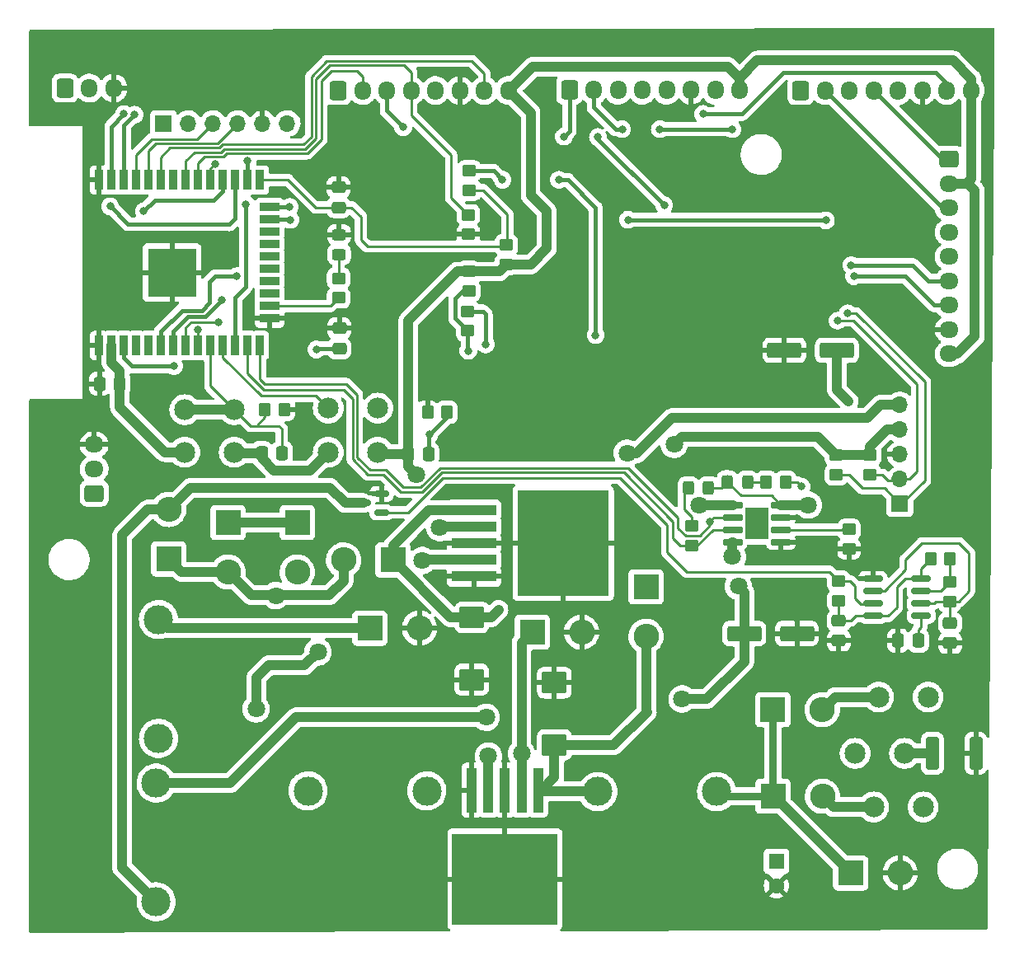
<source format=gbr>
%TF.GenerationSoftware,KiCad,Pcbnew,6.0.5-a6ca702e91~116~ubuntu20.04.1*%
%TF.CreationDate,2022-05-20T12:06:46-05:00*%
%TF.ProjectId,Easyrun,45617379-7275-46e2-9e6b-696361645f70,rev?*%
%TF.SameCoordinates,Original*%
%TF.FileFunction,Copper,L1,Top*%
%TF.FilePolarity,Positive*%
%FSLAX46Y46*%
G04 Gerber Fmt 4.6, Leading zero omitted, Abs format (unit mm)*
G04 Created by KiCad (PCBNEW 6.0.5-a6ca702e91~116~ubuntu20.04.1) date 2022-05-20 12:06:46*
%MOMM*%
%LPD*%
G01*
G04 APERTURE LIST*
G04 Aperture macros list*
%AMRoundRect*
0 Rectangle with rounded corners*
0 $1 Rounding radius*
0 $2 $3 $4 $5 $6 $7 $8 $9 X,Y pos of 4 corners*
0 Add a 4 corners polygon primitive as box body*
4,1,4,$2,$3,$4,$5,$6,$7,$8,$9,$2,$3,0*
0 Add four circle primitives for the rounded corners*
1,1,$1+$1,$2,$3*
1,1,$1+$1,$4,$5*
1,1,$1+$1,$6,$7*
1,1,$1+$1,$8,$9*
0 Add four rect primitives between the rounded corners*
20,1,$1+$1,$2,$3,$4,$5,0*
20,1,$1+$1,$4,$5,$6,$7,0*
20,1,$1+$1,$6,$7,$8,$9,0*
20,1,$1+$1,$8,$9,$2,$3,0*%
G04 Aperture macros list end*
%TA.AperFunction,ComponentPad*%
%ADD10RoundRect,0.250000X-0.600000X-0.725000X0.600000X-0.725000X0.600000X0.725000X-0.600000X0.725000X0*%
%TD*%
%TA.AperFunction,ComponentPad*%
%ADD11O,1.700000X1.950000*%
%TD*%
%TA.AperFunction,SMDPad,CuDef*%
%ADD12RoundRect,0.250000X-0.400000X-1.450000X0.400000X-1.450000X0.400000X1.450000X-0.400000X1.450000X0*%
%TD*%
%TA.AperFunction,ComponentPad*%
%ADD13R,2.600000X2.600000*%
%TD*%
%TA.AperFunction,ComponentPad*%
%ADD14O,2.600000X2.600000*%
%TD*%
%TA.AperFunction,SMDPad,CuDef*%
%ADD15RoundRect,0.250000X-0.475000X0.337500X-0.475000X-0.337500X0.475000X-0.337500X0.475000X0.337500X0*%
%TD*%
%TA.AperFunction,SMDPad,CuDef*%
%ADD16RoundRect,0.250000X-0.337500X-0.475000X0.337500X-0.475000X0.337500X0.475000X-0.337500X0.475000X0*%
%TD*%
%TA.AperFunction,SMDPad,CuDef*%
%ADD17RoundRect,0.250000X0.337500X0.475000X-0.337500X0.475000X-0.337500X-0.475000X0.337500X-0.475000X0*%
%TD*%
%TA.AperFunction,SMDPad,CuDef*%
%ADD18RoundRect,0.250000X-0.350000X-0.450000X0.350000X-0.450000X0.350000X0.450000X-0.350000X0.450000X0*%
%TD*%
%TA.AperFunction,SMDPad,CuDef*%
%ADD19RoundRect,0.250000X-1.025000X0.875000X-1.025000X-0.875000X1.025000X-0.875000X1.025000X0.875000X0*%
%TD*%
%TA.AperFunction,SMDPad,CuDef*%
%ADD20RoundRect,0.250000X0.475000X-0.337500X0.475000X0.337500X-0.475000X0.337500X-0.475000X-0.337500X0*%
%TD*%
%TA.AperFunction,ComponentPad*%
%ADD21C,2.145000*%
%TD*%
%TA.AperFunction,ComponentPad*%
%ADD22C,3.000000*%
%TD*%
%TA.AperFunction,SMDPad,CuDef*%
%ADD23RoundRect,0.250000X0.450000X-0.350000X0.450000X0.350000X-0.450000X0.350000X-0.450000X-0.350000X0*%
%TD*%
%TA.AperFunction,SMDPad,CuDef*%
%ADD24RoundRect,0.250000X-0.450000X0.350000X-0.450000X-0.350000X0.450000X-0.350000X0.450000X0.350000X0*%
%TD*%
%TA.AperFunction,ComponentPad*%
%ADD25RoundRect,0.250000X-0.725000X0.600000X-0.725000X-0.600000X0.725000X-0.600000X0.725000X0.600000X0*%
%TD*%
%TA.AperFunction,ComponentPad*%
%ADD26O,1.950000X1.700000*%
%TD*%
%TA.AperFunction,SMDPad,CuDef*%
%ADD27RoundRect,0.250000X1.500000X0.550000X-1.500000X0.550000X-1.500000X-0.550000X1.500000X-0.550000X0*%
%TD*%
%TA.AperFunction,SMDPad,CuDef*%
%ADD28RoundRect,0.042000X0.943000X0.258000X-0.943000X0.258000X-0.943000X-0.258000X0.943000X-0.258000X0*%
%TD*%
%TA.AperFunction,SMDPad,CuDef*%
%ADD29R,2.413000X3.302000*%
%TD*%
%TA.AperFunction,SMDPad,CuDef*%
%ADD30RoundRect,0.150000X-0.825000X-0.150000X0.825000X-0.150000X0.825000X0.150000X-0.825000X0.150000X0*%
%TD*%
%TA.AperFunction,SMDPad,CuDef*%
%ADD31RoundRect,0.250000X-0.325000X-0.450000X0.325000X-0.450000X0.325000X0.450000X-0.325000X0.450000X0*%
%TD*%
%TA.AperFunction,SMDPad,CuDef*%
%ADD32RoundRect,0.250000X-1.500000X-0.550000X1.500000X-0.550000X1.500000X0.550000X-1.500000X0.550000X0*%
%TD*%
%TA.AperFunction,SMDPad,CuDef*%
%ADD33RoundRect,0.250000X-0.450000X0.325000X-0.450000X-0.325000X0.450000X-0.325000X0.450000X0.325000X0*%
%TD*%
%TA.AperFunction,SMDPad,CuDef*%
%ADD34R,0.900000X2.000000*%
%TD*%
%TA.AperFunction,SMDPad,CuDef*%
%ADD35R,2.000000X0.900000*%
%TD*%
%TA.AperFunction,SMDPad,CuDef*%
%ADD36R,5.000000X5.000000*%
%TD*%
%TA.AperFunction,SMDPad,CuDef*%
%ADD37RoundRect,0.150000X0.587500X0.150000X-0.587500X0.150000X-0.587500X-0.150000X0.587500X-0.150000X0*%
%TD*%
%TA.AperFunction,SMDPad,CuDef*%
%ADD38RoundRect,0.250000X0.325000X0.450000X-0.325000X0.450000X-0.325000X-0.450000X0.325000X-0.450000X0*%
%TD*%
%TA.AperFunction,SMDPad,CuDef*%
%ADD39R,4.600000X1.100000*%
%TD*%
%TA.AperFunction,SMDPad,CuDef*%
%ADD40R,9.400000X10.800000*%
%TD*%
%TA.AperFunction,ComponentPad*%
%ADD41R,1.600000X1.600000*%
%TD*%
%TA.AperFunction,ComponentPad*%
%ADD42C,1.600000*%
%TD*%
%TA.AperFunction,SMDPad,CuDef*%
%ADD43R,1.100000X4.600000*%
%TD*%
%TA.AperFunction,SMDPad,CuDef*%
%ADD44R,10.800000X9.400000*%
%TD*%
%TA.AperFunction,ComponentPad*%
%ADD45RoundRect,0.250000X0.725000X-0.600000X0.725000X0.600000X-0.725000X0.600000X-0.725000X-0.600000X0*%
%TD*%
%TA.AperFunction,ComponentPad*%
%ADD46R,1.700000X1.700000*%
%TD*%
%TA.AperFunction,ComponentPad*%
%ADD47O,1.700000X1.700000*%
%TD*%
%TA.AperFunction,SMDPad,CuDef*%
%ADD48RoundRect,0.250000X0.350000X0.450000X-0.350000X0.450000X-0.350000X-0.450000X0.350000X-0.450000X0*%
%TD*%
%TA.AperFunction,SMDPad,CuDef*%
%ADD49RoundRect,0.250000X1.025000X-0.875000X1.025000X0.875000X-1.025000X0.875000X-1.025000X-0.875000X0*%
%TD*%
%TA.AperFunction,ViaPad*%
%ADD50C,0.800000*%
%TD*%
%TA.AperFunction,ViaPad*%
%ADD51C,1.800000*%
%TD*%
%TA.AperFunction,Conductor*%
%ADD52C,0.420000*%
%TD*%
%TA.AperFunction,Conductor*%
%ADD53C,1.000000*%
%TD*%
%TA.AperFunction,Conductor*%
%ADD54C,0.250000*%
%TD*%
%TA.AperFunction,Conductor*%
%ADD55C,0.800000*%
%TD*%
G04 APERTURE END LIST*
D10*
%TO.P,J_Lector_2,1,Pin_1*%
%TO.N,/CS_Lector2*%
X182014000Y-57035500D03*
D11*
%TO.P,J_Lector_2,2,Pin_2*%
%TO.N,/SCK*%
X184514000Y-57035500D03*
%TO.P,J_Lector_2,3,Pin_3*%
%TO.N,/MOSI*%
X187014000Y-57035500D03*
%TO.P,J_Lector_2,4,Pin_4*%
%TO.N,/MISO*%
X189514000Y-57035500D03*
%TO.P,J_Lector_2,5,Pin_5*%
%TO.N,unconnected-(J_Lector_2-Pad5)*%
X192014000Y-57035500D03*
%TO.P,J_Lector_2,6,Pin_6*%
%TO.N,GND*%
X194514000Y-57035500D03*
%TO.P,J_Lector_2,7,Pin_7*%
%TO.N,/Rst_2*%
X197014000Y-57035500D03*
%TO.P,J_Lector_2,8,Pin_8*%
%TO.N,+3V3*%
X199514000Y-57035500D03*
%TD*%
D12*
%TO.P,FB1,1*%
%TO.N,/PowerModule/R_Gnd*%
X195549400Y-125115000D03*
%TO.P,FB1,2*%
%TO.N,GND*%
X199999400Y-125115000D03*
%TD*%
D13*
%TO.P,D1,1,K*%
%TO.N,/PowerModule/Buck3v3/v_in*%
X140157600Y-105252200D03*
D14*
%TO.P,D1,2,A*%
%TO.N,/PowerModule/Boost5v0*%
X135077600Y-105252200D03*
%TD*%
D15*
%TO.P,C1,1*%
%TO.N,GND*%
X134640000Y-81445000D03*
%TO.P,C1,2*%
%TO.N,/En*%
X134640000Y-83520000D03*
%TD*%
D16*
%TO.P,CB4,1*%
%TO.N,+3V3*%
X141720500Y-94381000D03*
%TO.P,CB4,2*%
%TO.N,/Butt_D*%
X143795500Y-94381000D03*
%TD*%
D17*
%TO.P,CB1,1*%
%TO.N,+3V3*%
X112102500Y-87145000D03*
%TO.P,CB1,2*%
%TO.N,GND*%
X110027500Y-87145000D03*
%TD*%
D10*
%TO.P,J_Lector_1,1,Pin_1*%
%TO.N,/CS_Lector1*%
X158265000Y-56997500D03*
D11*
%TO.P,J_Lector_1,2,Pin_2*%
%TO.N,/SCK*%
X160765000Y-56997500D03*
%TO.P,J_Lector_1,3,Pin_3*%
%TO.N,/MOSI*%
X163265000Y-56997500D03*
%TO.P,J_Lector_1,4,Pin_4*%
%TO.N,/MISO*%
X165765000Y-56997500D03*
%TO.P,J_Lector_1,5,Pin_5*%
%TO.N,unconnected-(J_Lector_1-Pad5)*%
X168265000Y-56997500D03*
%TO.P,J_Lector_1,6,Pin_6*%
%TO.N,GND*%
X170765000Y-56997500D03*
%TO.P,J_Lector_1,7,Pin_7*%
%TO.N,/Rst_1*%
X173265000Y-56997500D03*
%TO.P,J_Lector_1,8,Pin_8*%
%TO.N,+3V3*%
X175765000Y-56997500D03*
%TD*%
D13*
%TO.P,DFly1,1,K*%
%TO.N,Net-(DFly1-Pad1)*%
X187157200Y-137408600D03*
D14*
%TO.P,DFly1,2,A*%
%TO.N,GND*%
X192237200Y-137408600D03*
%TD*%
D18*
%TO.P,Ra1,1*%
%TO.N,Net-(C_by1-Pad2)*%
X195352000Y-105150600D03*
%TO.P,Ra1,2*%
%TO.N,Net-(Ra1-Pad2)*%
X197352000Y-105150600D03*
%TD*%
D19*
%TO.P,CBy3,1*%
%TO.N,/PowerModule/Buck3v3/v_in*%
X148244400Y-111145400D03*
%TO.P,CBy3,2*%
%TO.N,GND*%
X148244400Y-117545400D03*
%TD*%
D20*
%TO.P,C3,1*%
%TO.N,/IO0*%
X134565000Y-69032500D03*
%TO.P,C3,2*%
%TO.N,GND*%
X134565000Y-66957500D03*
%TD*%
D21*
%TO.P,J_gnd1,1,P1*%
%TO.N,/PowerModule/R_Gnd*%
X192694400Y-125115000D03*
%TO.P,J_gnd1,2,P1*%
X187614400Y-125115000D03*
%TD*%
D22*
%TO.P,LB3,1,1*%
%TO.N,Net-(DB3-Pad1)*%
X116075000Y-111375000D03*
%TO.P,LB3,2,2*%
%TO.N,+3V3*%
X116075000Y-123575000D03*
%TD*%
%TO.P,Lb1,1,1*%
%TO.N,/PowerModule/Battery Charge/Vo_bat*%
X115834000Y-128163000D03*
%TO.P,Lb1,2,2*%
%TO.N,Net-(DBoo1-Pad2)*%
X115834000Y-140363000D03*
%TD*%
D13*
%TO.P,D3,1,K*%
%TO.N,+5V*%
X123220000Y-101405000D03*
D14*
%TO.P,D3,2,A*%
%TO.N,/PowerModule/Boost5v0*%
X123220000Y-106485000D03*
%TD*%
D10*
%TO.P,J_Lector_3,1,Pin_1*%
%TO.N,/CS_Lector3*%
X134516000Y-57035500D03*
D11*
%TO.P,J_Lector_3,2,Pin_2*%
%TO.N,/SCK*%
X137016000Y-57035500D03*
%TO.P,J_Lector_3,3,Pin_3*%
%TO.N,/MOSI*%
X139516000Y-57035500D03*
%TO.P,J_Lector_3,4,Pin_4*%
%TO.N,/MISO*%
X142016000Y-57035500D03*
%TO.P,J_Lector_3,5,Pin_5*%
%TO.N,unconnected-(J_Lector_3-Pad5)*%
X144516000Y-57035500D03*
%TO.P,J_Lector_3,6,Pin_6*%
%TO.N,GND*%
X147016000Y-57035500D03*
%TO.P,J_Lector_3,7,Pin_7*%
%TO.N,/Rst_3*%
X149516000Y-57035500D03*
%TO.P,J_Lector_3,8,Pin_8*%
%TO.N,+3V3*%
X152016000Y-57035500D03*
%TD*%
D23*
%TO.P,RI2C1,1*%
%TO.N,/I2C2*%
X185684000Y-96498600D03*
%TO.P,RI2C1,2*%
%TO.N,+3V3*%
X185684000Y-94498600D03*
%TD*%
D16*
%TO.P,CB2,1*%
%TO.N,+3V3*%
X126683700Y-94279400D03*
%TO.P,CB2,2*%
%TO.N,/Butt_No_D*%
X128758700Y-94279400D03*
%TD*%
D21*
%TO.P,B1_1,1,P1*%
%TO.N,/Butt_No_D*%
X118780400Y-89809000D03*
%TO.P,B1_1,2,P1*%
X123860400Y-89809000D03*
%TD*%
D23*
%TO.P,R6,1*%
%TO.N,/En*%
X147840000Y-81720000D03*
%TO.P,R6,2*%
%TO.N,Net-(BRst1-Pad2)*%
X147840000Y-79720000D03*
%TD*%
D24*
%TO.P,R_RED1,1*%
%TO.N,Net-(D_RED1-Pad1)*%
X170799600Y-101763000D03*
%TO.P,R_RED1,2*%
%TO.N,CHRG*%
X170799600Y-103763000D03*
%TD*%
D25*
%TO.P,J_Display1,1,Pin_1*%
%TO.N,/MISO*%
X197257500Y-64070000D03*
D26*
%TO.P,J_Display1,2,Pin_2*%
%TO.N,+3V3*%
X197257500Y-66570000D03*
%TO.P,J_Display1,3,Pin_3*%
%TO.N,/SCK*%
X197257500Y-69070000D03*
%TO.P,J_Display1,4,Pin_4*%
%TO.N,/MOSI*%
X197257500Y-71570000D03*
%TO.P,J_Display1,5,Pin_5*%
%TO.N,/D{slash}C*%
X197257500Y-74070000D03*
%TO.P,J_Display1,6,Pin_6*%
%TO.N,/Rst_D*%
X197257500Y-76570000D03*
%TO.P,J_Display1,7,Pin_7*%
%TO.N,/CS_Display*%
X197257500Y-79070000D03*
%TO.P,J_Display1,8,Pin_8*%
%TO.N,GND*%
X197257500Y-81570000D03*
%TO.P,J_Display1,9,Pin_9*%
%TO.N,+3V3*%
X197257500Y-84070000D03*
%TD*%
D24*
%TO.P,R5,1*%
%TO.N,Net-(BProg1-Pad1)*%
X147990000Y-65270000D03*
%TO.P,R5,2*%
%TO.N,/IO0*%
X147990000Y-67270000D03*
%TD*%
D27*
%TO.P,CBat1,1*%
%TO.N,/PowerModule/Battery Charge/Vo_bat*%
X185742400Y-83713000D03*
%TO.P,CBat1,2*%
%TO.N,GND*%
X180342400Y-83713000D03*
%TD*%
D28*
%TO.P,U_ChargeControler1,1,TEMP*%
%TO.N,GND*%
X179982400Y-103398000D03*
%TO.P,U_ChargeControler1,2,PROG*%
%TO.N,Net-(R_Prog10-Pad1)*%
X179982400Y-102128000D03*
%TO.P,U_ChargeControler1,3,GND*%
%TO.N,GND*%
X179982400Y-100858000D03*
%TO.P,U_ChargeControler1,4,VCC*%
%TO.N,/PowerModule/Buck5v0*%
X179982400Y-99588000D03*
%TO.P,U_ChargeControler1,5,BAT*%
%TO.N,/PowerModule/Battery Charge/Vo_bat*%
X175032400Y-99588000D03*
%TO.P,U_ChargeControler1,6,~{STDBY}*%
%TO.N,STDBY*%
X175032400Y-100858000D03*
%TO.P,U_ChargeControler1,7,~{CHRG}*%
%TO.N,CHRG*%
X175032400Y-102128000D03*
%TO.P,U_ChargeControler1,8,CE*%
%TO.N,/PowerModule/Buck5v0*%
X175032400Y-103398000D03*
D29*
%TO.P,U_ChargeControler1,9,EP*%
%TO.N,unconnected-(U_ChargeControler1-Pad9)*%
X177507400Y-101493000D03*
%TD*%
D30*
%TO.P,U_555,1,GND*%
%TO.N,GND*%
X189446000Y-107188600D03*
%TO.P,U_555,2,TR*%
%TO.N,/PowerModule/Boost_batt/TT*%
X189446000Y-108458600D03*
%TO.P,U_555,3,Q*%
%TO.N,/PowerModule/Boost_batt/PWM*%
X189446000Y-109728600D03*
%TO.P,U_555,4,R*%
%TO.N,Net-(C_by1-Pad2)*%
X189446000Y-110998600D03*
%TO.P,U_555,5,CV*%
%TO.N,Net-(C_cv1-Pad1)*%
X194396000Y-110998600D03*
%TO.P,U_555,6,THR*%
%TO.N,/PowerModule/Boost_batt/TT*%
X194396000Y-109728600D03*
%TO.P,U_555,7,DIS*%
%TO.N,Net-(Ra1-Pad2)*%
X194396000Y-108458600D03*
%TO.P,U_555,8,VCC*%
%TO.N,Net-(C_by1-Pad2)*%
X194396000Y-107188600D03*
%TD*%
D31*
%TO.P,D_RED1,1,K*%
%TO.N,Net-(D_RED1-Pad1)*%
X170485800Y-97886200D03*
%TO.P,D_RED1,2,A*%
%TO.N,/PowerModule/Buck5v0*%
X172535800Y-97886200D03*
%TD*%
D32*
%TO.P,CByBa1,1*%
%TO.N,/PowerModule/Buck5v0*%
X176227600Y-112821400D03*
%TO.P,CByBa1,2*%
%TO.N,GND*%
X181627600Y-112821400D03*
%TD*%
D21*
%TO.P,J_Tap_1,1,P1*%
%TO.N,/PowerModule/Tap_1*%
X194594000Y-130633000D03*
%TO.P,J_Tap_1,2,P1*%
X189514000Y-130633000D03*
%TD*%
D33*
%TO.P,L_p1,1,K*%
%TO.N,GND*%
X134615000Y-71820000D03*
%TO.P,L_p1,2,A*%
%TO.N,Net-(L_p1-Pad2)*%
X134615000Y-73870000D03*
%TD*%
D24*
%TO.P,R_Prog10,1*%
%TO.N,Net-(R_Prog10-Pad1)*%
X186994800Y-102124000D03*
%TO.P,R_Prog10,2*%
%TO.N,GND*%
X186994800Y-104124000D03*
%TD*%
D21*
%TO.P,B2_1,1,P1*%
%TO.N,/Butt_D*%
X133512400Y-89656600D03*
%TO.P,B2_1,2,P1*%
X138592400Y-89656600D03*
%TD*%
%TO.P,B2,1,P1*%
%TO.N,+3V3*%
X133512400Y-94177800D03*
%TO.P,B2,2,P1*%
X138592400Y-94177800D03*
%TD*%
D34*
%TO.P,U1,1,GND*%
%TO.N,GND*%
X109966600Y-83221400D03*
%TO.P,U1,2,VDD*%
%TO.N,+3V3*%
X111236600Y-83221400D03*
%TO.P,U1,3,EN*%
%TO.N,/En*%
X112506600Y-83221400D03*
%TO.P,U1,4,SENSOR_VP*%
%TO.N,unconnected-(U1-Pad4)*%
X113776600Y-83221400D03*
%TO.P,U1,5,SENSOR_VN*%
%TO.N,unconnected-(U1-Pad5)*%
X115046600Y-83221400D03*
%TO.P,U1,6,IO34*%
%TO.N,/CS_Display*%
X116316600Y-83221400D03*
%TO.P,U1,7,IO35*%
%TO.N,/Rst_D*%
X117586600Y-83221400D03*
%TO.P,U1,8,IO32*%
%TO.N,/I2C1*%
X118856600Y-83221400D03*
%TO.P,U1,9,IO33*%
%TO.N,/I2C2*%
X120126600Y-83221400D03*
%TO.P,U1,10,IO25*%
%TO.N,/Butt_No_D*%
X121396600Y-83221400D03*
%TO.P,U1,11,IO26*%
%TO.N,/Butt_D*%
X122666600Y-83221400D03*
%TO.P,U1,12,IO27*%
%TO.N,/Rst_2*%
X123936600Y-83221400D03*
%TO.P,U1,13,IO14*%
%TO.N,CHRG*%
X125206600Y-83221400D03*
%TO.P,U1,14,IO12*%
%TO.N,STDBY*%
X126476600Y-83221400D03*
D35*
%TO.P,U1,15,GND*%
%TO.N,GND*%
X127476600Y-80436400D03*
%TO.P,U1,16,IO13*%
%TO.N,/IO13*%
X127476600Y-79166400D03*
%TO.P,U1,17,SHD/SD2*%
%TO.N,unconnected-(U1-Pad17)*%
X127476600Y-77896400D03*
%TO.P,U1,18,SWP/SD3*%
%TO.N,unconnected-(U1-Pad18)*%
X127476600Y-76626400D03*
%TO.P,U1,19,SCS/CMD*%
%TO.N,unconnected-(U1-Pad19)*%
X127476600Y-75356400D03*
%TO.P,U1,20,SCK/CLK*%
%TO.N,unconnected-(U1-Pad20)*%
X127476600Y-74086400D03*
%TO.P,U1,21,SDO/SD0*%
%TO.N,unconnected-(U1-Pad21)*%
X127476600Y-72816400D03*
%TO.P,U1,22,SDI/SD1*%
%TO.N,unconnected-(U1-Pad22)*%
X127476600Y-71546400D03*
%TO.P,U1,23,IO15*%
%TO.N,/D{slash}C*%
X127476600Y-70276400D03*
%TO.P,U1,24,IO2*%
%TO.N,/CS_Lector2*%
X127476600Y-69006400D03*
D34*
%TO.P,U1,25,IO0*%
%TO.N,/IO0*%
X126476600Y-66221400D03*
%TO.P,U1,26,IO4*%
%TO.N,/Rst_1*%
X125206600Y-66221400D03*
%TO.P,U1,27,IO16*%
%TO.N,/PWM_M1*%
X123936600Y-66221400D03*
%TO.P,U1,28,IO17*%
%TO.N,/PWM_M2*%
X122666600Y-66221400D03*
%TO.P,U1,29,IO5*%
%TO.N,/CS_Lector1*%
X121396600Y-66221400D03*
%TO.P,U1,30,IO18*%
%TO.N,/SCK*%
X120126600Y-66221400D03*
%TO.P,U1,31,IO19*%
%TO.N,/MISO*%
X118856600Y-66221400D03*
%TO.P,U1,32,NC*%
%TO.N,unconnected-(U1-Pad32)*%
X117586600Y-66221400D03*
%TO.P,U1,33,IO21*%
%TO.N,/Rst_3*%
X116316600Y-66221400D03*
%TO.P,U1,34,RXD0/IO3*%
%TO.N,/Prog_Tx*%
X115046600Y-66221400D03*
%TO.P,U1,35,TXD0/IO1*%
%TO.N,/Prog_Rx*%
X113776600Y-66221400D03*
%TO.P,U1,36,IO22*%
%TO.N,/CS_Lector3*%
X112506600Y-66221400D03*
%TO.P,U1,37,IO23*%
%TO.N,/MOSI*%
X111236600Y-66221400D03*
%TO.P,U1,38,GND*%
%TO.N,GND*%
X109966600Y-66221400D03*
D36*
%TO.P,U1,39,GND*%
X117466600Y-75721400D03*
%TD*%
D37*
%TO.P,QBoo1,1,G*%
%TO.N,/PowerModule/Boost_batt/PWM*%
X138971100Y-100360200D03*
%TO.P,QBoo1,2,S*%
%TO.N,GND*%
X138971100Y-98460200D03*
%TO.P,QBoo1,3,D*%
%TO.N,Net-(DBoo1-Pad2)*%
X137096100Y-99410200D03*
%TD*%
D13*
%TO.P,DBoo1,1,K*%
%TO.N,/PowerModule/Boost5v0*%
X117124000Y-105145000D03*
D14*
%TO.P,DBoo1,2,A*%
%TO.N,Net-(DBoo1-Pad2)*%
X117124000Y-100065000D03*
%TD*%
D17*
%TO.P,C_cv1,1*%
%TO.N,Net-(C_cv1-Pad1)*%
X194087500Y-113532600D03*
%TO.P,C_cv1,2*%
%TO.N,GND*%
X192012500Y-113532600D03*
%TD*%
D13*
%TO.P,D2,1,K*%
%TO.N,/PowerModule/Buck3v3/v_in*%
X166146000Y-108009000D03*
D14*
%TO.P,D2,2,A*%
%TO.N,/PowerModule/Vo_rec*%
X166146000Y-113089000D03*
%TD*%
D38*
%TO.P,D_GREEN1,1,K*%
%TO.N,Net-(D_GREEN1-Pad1)*%
X176549000Y-97276600D03*
%TO.P,D_GREEN1,2,A*%
%TO.N,/PowerModule/Buck5v0*%
X174499000Y-97276600D03*
%TD*%
D39*
%TO.P,UB3v3,1,VIN*%
%TO.N,/PowerModule/Buck3v3/v_in*%
X148475000Y-100125000D03*
%TO.P,UB3v3,2,OUT*%
%TO.N,Net-(DB3-Pad1)*%
X148475000Y-101825000D03*
D40*
%TO.P,UB3v3,3,GND*%
%TO.N,GND*%
X157625000Y-103525000D03*
D39*
X148475000Y-103525000D03*
%TO.P,UB3v3,4,FB*%
%TO.N,+3V3*%
X148475000Y-105225000D03*
%TO.P,UB3v3,5,~{ON}/OFF*%
%TO.N,GND*%
X148475000Y-106925000D03*
%TD*%
D22*
%TO.P,LB5,1,1*%
%TO.N,Net-(DB5-Pad1)*%
X143625600Y-128975800D03*
%TO.P,LB5,2,2*%
%TO.N,/PowerModule/Buck5v0*%
X131425600Y-128975800D03*
%TD*%
D41*
%TO.P,Crec1,1*%
%TO.N,/PowerModule/Vo_rec*%
X179534000Y-136211621D03*
D42*
%TO.P,Crec1,2*%
%TO.N,GND*%
X179534000Y-138711621D03*
%TD*%
D13*
%TO.P,D_S1,1,K*%
%TO.N,Net-(DFly1-Pad1)*%
X179188000Y-129520000D03*
D14*
%TO.P,D_S1,2,A*%
%TO.N,/PowerModule/Tap_1*%
X184268000Y-129520000D03*
%TD*%
D23*
%TO.P,RI2C2,1*%
%TO.N,/I2C1*%
X189087600Y-96498600D03*
%TO.P,RI2C2,2*%
%TO.N,+3V3*%
X189087600Y-94498600D03*
%TD*%
D24*
%TO.P,R4,1*%
%TO.N,/IO0*%
X151790000Y-72895000D03*
%TO.P,R4,2*%
%TO.N,+3V3*%
X151790000Y-74895000D03*
%TD*%
%TO.P,R_p1,1*%
%TO.N,Net-(L_p1-Pad2)*%
X134565000Y-76320000D03*
%TO.P,R_p1,2*%
%TO.N,/IO13*%
X134565000Y-78320000D03*
%TD*%
D21*
%TO.P,B1,1,P1*%
%TO.N,+3V3*%
X118780400Y-94177800D03*
%TO.P,B1,2,P1*%
X123860400Y-94177800D03*
%TD*%
D15*
%TO.P,Cby2,1*%
%TO.N,/PowerModule/Boost_batt/TT*%
X197368000Y-111733100D03*
%TO.P,Cby2,2*%
%TO.N,GND*%
X197368000Y-113808100D03*
%TD*%
D18*
%TO.P,R_GREEN1,1*%
%TO.N,Net-(D_GREEN1-Pad1)*%
X178486400Y-97276600D03*
%TO.P,R_GREEN1,2*%
%TO.N,STDBY*%
X180486400Y-97276600D03*
%TD*%
D43*
%TO.P,UB5v0,1,VIN*%
%TO.N,/PowerModule/Vo_rec*%
X155048000Y-128890400D03*
%TO.P,UB5v0,2,OUT*%
%TO.N,Net-(DB5-Pad1)*%
X153348000Y-128890400D03*
D44*
%TO.P,UB5v0,3,GND*%
%TO.N,GND*%
X151648000Y-138040400D03*
D43*
X151648000Y-128890400D03*
%TO.P,UB5v0,4,FB*%
%TO.N,/PowerModule/Buck5v0*%
X149948000Y-128890400D03*
%TO.P,UB5v0,5,~{ON}/OFF*%
%TO.N,GND*%
X148248000Y-128890400D03*
%TD*%
D23*
%TO.P,Ro1,1*%
%TO.N,Net-(C_by1-Pad2)*%
X185938000Y-109452600D03*
%TO.P,Ro1,2*%
%TO.N,/PowerModule/Boost_batt/PWM*%
X185938000Y-107452600D03*
%TD*%
D45*
%TO.P,J_M2,1,Pin_1*%
%TO.N,/PWM_M2*%
X109465000Y-98405000D03*
D26*
%TO.P,J_M2,2,Pin_2*%
%TO.N,+5V*%
X109465000Y-95905000D03*
%TO.P,J_M2,3,Pin_3*%
%TO.N,GND*%
X109465000Y-93405000D03*
%TD*%
D20*
%TO.P,C_by1,1*%
%TO.N,GND*%
X185938000Y-113554100D03*
%TO.P,C_by1,2*%
%TO.N,Net-(C_by1-Pad2)*%
X185938000Y-111479100D03*
%TD*%
D46*
%TO.P,J_I2C1,1,Pin_1*%
%TO.N,/I2C2*%
X192206000Y-99481000D03*
D47*
%TO.P,J_I2C1,2,Pin_2*%
%TO.N,/I2C1*%
X192206000Y-96941000D03*
%TO.P,J_I2C1,3,Pin_3*%
%TO.N,GND*%
X192206000Y-94401000D03*
%TO.P,J_I2C1,4,Pin_4*%
%TO.N,+3V3*%
X192206000Y-91861000D03*
%TO.P,J_I2C1,5,Pin_5*%
%TO.N,+5V*%
X192206000Y-89321000D03*
%TD*%
D24*
%TO.P,RMISO1,1*%
%TO.N,/MISO*%
X147890000Y-69795000D03*
%TO.P,RMISO1,2*%
%TO.N,GND*%
X147890000Y-71795000D03*
%TD*%
D10*
%TO.P,J_M1,1,Pin_1*%
%TO.N,/PWM_M1*%
X106476000Y-56781500D03*
D11*
%TO.P,J_M1,2,Pin_2*%
%TO.N,+5V*%
X108976000Y-56781500D03*
%TO.P,J_M1,3,Pin_3*%
%TO.N,GND*%
X111476000Y-56781500D03*
%TD*%
D46*
%TO.P,J_prog1,1,Pin_1*%
%TO.N,unconnected-(J_prog1-Pad1)*%
X116596000Y-60402000D03*
D47*
%TO.P,J_prog1,2,Pin_2*%
%TO.N,unconnected-(J_prog1-Pad2)*%
X119136000Y-60402000D03*
%TO.P,J_prog1,3,Pin_3*%
%TO.N,/Prog_Rx*%
X121676000Y-60402000D03*
%TO.P,J_prog1,4,Pin_4*%
%TO.N,/Prog_Tx*%
X124216000Y-60402000D03*
%TO.P,J_prog1,5,Pin_5*%
%TO.N,GND*%
X126756000Y-60402000D03*
%TO.P,J_prog1,6,Pin_6*%
%TO.N,unconnected-(J_prog1-Pad6)*%
X129296000Y-60402000D03*
%TD*%
D18*
%TO.P,RBtn2,1*%
%TO.N,GND*%
X143700000Y-90075000D03*
%TO.P,RBtn2,2*%
%TO.N,/Butt_D*%
X145700000Y-90075000D03*
%TD*%
D13*
%TO.P,DB3,1,K*%
%TO.N,Net-(DB3-Pad1)*%
X137789200Y-112262600D03*
D14*
%TO.P,DB3,2,A*%
%TO.N,GND*%
X142869200Y-112262600D03*
%TD*%
D48*
%TO.P,RBtn1,1*%
%TO.N,GND*%
X129000000Y-89800000D03*
%TO.P,RBtn1,2*%
%TO.N,/Butt_No_D*%
X127000000Y-89800000D03*
%TD*%
D24*
%TO.P,R1,1*%
%TO.N,+3V3*%
X147940000Y-75620000D03*
%TO.P,R1,2*%
%TO.N,/En*%
X147940000Y-77620000D03*
%TD*%
%TO.P,Rb1,1*%
%TO.N,Net-(Ra1-Pad2)*%
X197317200Y-107503400D03*
%TO.P,Rb1,2*%
%TO.N,/PowerModule/Boost_batt/TT*%
X197317200Y-109503400D03*
%TD*%
D13*
%TO.P,DB5,1,K*%
%TO.N,Net-(DB5-Pad1)*%
X154451600Y-112669000D03*
D14*
%TO.P,DB5,2,A*%
%TO.N,GND*%
X159531600Y-112669000D03*
%TD*%
D22*
%TO.P,Lrec1,1,1*%
%TO.N,Net-(DFly1-Pad1)*%
X173390000Y-129042000D03*
%TO.P,Lrec1,2,2*%
%TO.N,/PowerModule/Vo_rec*%
X161190000Y-129042000D03*
%TD*%
D13*
%TO.P,D4,1,K*%
%TO.N,+5V*%
X130332000Y-101405000D03*
D14*
%TO.P,D4,2,A*%
%TO.N,/PowerModule/Buck5v0*%
X130332000Y-106485000D03*
%TD*%
D49*
%TO.P,CBy5,1*%
%TO.N,/PowerModule/Vo_rec*%
X156728000Y-124251000D03*
%TO.P,CBy5,2*%
%TO.N,GND*%
X156728000Y-117851000D03*
%TD*%
D21*
%TO.P,J_Tap_2,1,P1*%
%TO.N,/PowerModule/Tab_2*%
X195102000Y-119333000D03*
%TO.P,J_Tap_2,2,P1*%
X190022000Y-119333000D03*
%TD*%
D13*
%TO.P,D_S2,1,K*%
%TO.N,Net-(DFly1-Pad1)*%
X179166000Y-120630000D03*
D14*
%TO.P,D_S2,2,A*%
%TO.N,/PowerModule/Tab_2*%
X184246000Y-120630000D03*
%TD*%
D50*
%TO.N,GND*%
X188200000Y-116800000D03*
X147400000Y-108800000D03*
X198500000Y-91300000D03*
X138300000Y-134450000D03*
X136725000Y-134425000D03*
X173837600Y-66192400D03*
X170100000Y-77050000D03*
X109800000Y-71200000D03*
X142675000Y-116475000D03*
X188200000Y-115800000D03*
X157475000Y-101975000D03*
X108900000Y-132400000D03*
X138125000Y-78650000D03*
X165200000Y-102000000D03*
X107050000Y-53675000D03*
X168000000Y-140200000D03*
X121600000Y-72400000D03*
X168725000Y-84625000D03*
X170000000Y-124200000D03*
X155775000Y-100450000D03*
X130775000Y-90350000D03*
X144225000Y-119550000D03*
X165963600Y-59080400D03*
X183875000Y-73575000D03*
X189200000Y-116800000D03*
X171750000Y-86375000D03*
X200050000Y-94375000D03*
X162407600Y-67868800D03*
X167200000Y-83025000D03*
X122800000Y-73400000D03*
X170175000Y-72025000D03*
X105550000Y-135450000D03*
X152400000Y-136200000D03*
X167967730Y-125168076D03*
X105550000Y-133975000D03*
X131400000Y-65400000D03*
X116400000Y-90400000D03*
X152375000Y-137800000D03*
X155725000Y-103525000D03*
X154075000Y-86350000D03*
X155092400Y-56692800D03*
X105625000Y-119800000D03*
X171750000Y-83050000D03*
X154050000Y-83025000D03*
X168700000Y-83025000D03*
X136750000Y-137750000D03*
X196725000Y-95850000D03*
X135225000Y-136000000D03*
X180875000Y-78700000D03*
X131600000Y-73400000D03*
X131600000Y-72000000D03*
X198450000Y-95825000D03*
X159075000Y-100450000D03*
X196400000Y-60800000D03*
X108950000Y-119800000D03*
X109800000Y-72200000D03*
X149325000Y-137750000D03*
X142650000Y-118050000D03*
X104000000Y-53625000D03*
X130800000Y-93975000D03*
X108950000Y-118325000D03*
X136600000Y-60400000D03*
X130600000Y-73400000D03*
X130600000Y-72000000D03*
X171704000Y-65125600D03*
X108975000Y-115250000D03*
X180850000Y-77100000D03*
X136600000Y-78625000D03*
X196750000Y-92825000D03*
X179350000Y-71950000D03*
X141150000Y-77075000D03*
X179350000Y-77100000D03*
X139775000Y-137775000D03*
X168550000Y-78625000D03*
X107075000Y-52075000D03*
X182425000Y-71975000D03*
X144250000Y-118025000D03*
X150850000Y-139500000D03*
X171550000Y-78650000D03*
X142650000Y-119550000D03*
X157075000Y-84650000D03*
X110800000Y-72200000D03*
X169000000Y-124200000D03*
X152550000Y-84600000D03*
X105575000Y-132425000D03*
X157450000Y-103500000D03*
X191450000Y-102025000D03*
X168625000Y-73600000D03*
X153875000Y-139525000D03*
X183900000Y-77125000D03*
X179350000Y-78675000D03*
X180875000Y-73550000D03*
X155625000Y-83050000D03*
X168000000Y-124200000D03*
X144275000Y-115025000D03*
X142675000Y-115000000D03*
X200075000Y-91300000D03*
X149325000Y-136175000D03*
X189950000Y-103625000D03*
X105525000Y-53650000D03*
X161493200Y-66649600D03*
X149325000Y-139475000D03*
X167100000Y-72000000D03*
X107275000Y-135425000D03*
X170000000Y-140200000D03*
X171625000Y-73625000D03*
X153850000Y-137800000D03*
X135225000Y-137725000D03*
X136750000Y-136025000D03*
X152400000Y-139525000D03*
X155750000Y-101975000D03*
X157500000Y-100450000D03*
X198475000Y-92825000D03*
X169000000Y-141200000D03*
X170250000Y-84650000D03*
X189200000Y-115800000D03*
X187200000Y-116800000D03*
X155600000Y-84650000D03*
X105675000Y-115250000D03*
X187200000Y-115800000D03*
X200075000Y-92800000D03*
X168600000Y-72000000D03*
X171650000Y-72025000D03*
X155725000Y-105000000D03*
X136600000Y-77050000D03*
X172770800Y-66192400D03*
X196725000Y-94375000D03*
X110800000Y-71200000D03*
X169000000Y-125200000D03*
X195400000Y-59800000D03*
X170075000Y-78650000D03*
X152550000Y-83025000D03*
X159050000Y-105000000D03*
X179200000Y-58000000D03*
X107350000Y-118300000D03*
X149400000Y-108800000D03*
X170000000Y-125200000D03*
X198450000Y-94350000D03*
X159075000Y-101950000D03*
X164200000Y-102000000D03*
X159050000Y-103525000D03*
X180850000Y-71950000D03*
X139775000Y-134450000D03*
X191425000Y-103625000D03*
X168000000Y-141200000D03*
X156006800Y-56692800D03*
X180000000Y-57200000D03*
X105650000Y-116775000D03*
X183900000Y-71975000D03*
X194800000Y-82000000D03*
X116400000Y-88000000D03*
X107300000Y-132425000D03*
X170275000Y-83050000D03*
X155092400Y-57658000D03*
X182400000Y-78725000D03*
X163779200Y-67868800D03*
X105625000Y-118325000D03*
X131900000Y-91975000D03*
X182425000Y-77125000D03*
X155625000Y-86375000D03*
X107350000Y-119775000D03*
X169000000Y-140200000D03*
X153875000Y-136200000D03*
X154075000Y-84625000D03*
X189975000Y-105350000D03*
X167025000Y-78600000D03*
X195400000Y-60800000D03*
X138275000Y-136050000D03*
X192887600Y-102057200D03*
X144275000Y-116500000D03*
X164200000Y-103000000D03*
X105500000Y-52050000D03*
X182400000Y-73575000D03*
X200050000Y-95850000D03*
X138100000Y-77050000D03*
X141125000Y-78675000D03*
X121600000Y-73400000D03*
X171725000Y-84650000D03*
X170000000Y-141200000D03*
X167100000Y-73575000D03*
X168725000Y-86350000D03*
X167025000Y-77025000D03*
X134600000Y-60400000D03*
X179350000Y-73525000D03*
X139750000Y-136050000D03*
X183875000Y-78725000D03*
X138300000Y-137775000D03*
X139650000Y-78675000D03*
X171704000Y-66192400D03*
X168525000Y-77025000D03*
X104000000Y-52050000D03*
X107375000Y-116775000D03*
X122800000Y-72400000D03*
X156006800Y-57658000D03*
X170150000Y-73625000D03*
X171575000Y-77050000D03*
X167200000Y-86325000D03*
X107400000Y-115250000D03*
X172720000Y-65125600D03*
X130200000Y-65400000D03*
X196400000Y-59800000D03*
X157100000Y-83050000D03*
X135225000Y-134425000D03*
X196775000Y-91300000D03*
X116393615Y-89191948D03*
X105600000Y-130900000D03*
X139675000Y-77075000D03*
X157100000Y-86375000D03*
X148400000Y-108800000D03*
X189975000Y-102025000D03*
X162763200Y-66649600D03*
X108975000Y-116750000D03*
X135600000Y-60400000D03*
X150825000Y-136175000D03*
X167200000Y-84600000D03*
X108875000Y-135450000D03*
X108875000Y-133975000D03*
X165200000Y-103000000D03*
X111800000Y-72200000D03*
X170275000Y-86375000D03*
X108900000Y-130900000D03*
X107275000Y-133950000D03*
X157450000Y-104975000D03*
X173837600Y-65125600D03*
X152550000Y-86325000D03*
X150850000Y-137775000D03*
X107325000Y-130900000D03*
%TO.N,Net-(BProg1-Pad1)*%
X157185200Y-66187000D03*
X151394000Y-66187000D03*
X160956000Y-82149800D03*
%TO.N,Net-(BRst1-Pad2)*%
X149666800Y-83103400D03*
D51*
%TO.N,/PowerModule/Battery Charge/Vo_bat*%
X171612400Y-99613400D03*
X149717600Y-121406600D03*
D50*
X186954000Y-88945400D03*
%TO.N,/En*%
X132272800Y-83631800D03*
X117662800Y-85338600D03*
X147888800Y-83763800D03*
D51*
%TO.N,+3V3*%
X142532100Y-96456500D03*
X169016200Y-93370400D03*
X143154400Y-105308400D03*
X126095600Y-120543000D03*
X132445600Y-114701000D03*
D50*
%TO.N,/Butt_D*%
X143891000Y-92379800D03*
D51*
%TO.N,/PowerModule/Buck5v0*%
X175016000Y-104917400D03*
X175615600Y-107950000D03*
X169834400Y-119527000D03*
X149948000Y-125396200D03*
X182811300Y-99611300D03*
D50*
%TO.N,/PowerModule/Buck3v3/v_in*%
X150987600Y-110383000D03*
D51*
%TO.N,/PowerModule/Boost5v0*%
X128127600Y-108909800D03*
%TO.N,+5V*%
X164185600Y-94279400D03*
%TO.N,Net-(DB3-Pad1)*%
X144957800Y-101930200D03*
%TO.N,Net-(DB5-Pad1)*%
X153348000Y-125137600D03*
D50*
%TO.N,/SCK*%
X175000000Y-61000000D03*
X167549200Y-61000000D03*
X163688400Y-61000000D03*
%TO.N,/MOSI*%
X141200000Y-60800000D03*
X112524300Y-59438300D03*
X168000000Y-68800000D03*
X161200000Y-61800000D03*
%TO.N,/D{slash}C*%
X184607200Y-70358000D03*
X164292600Y-70301800D03*
X129600800Y-70301800D03*
%TO.N,/Rst_D*%
X122529600Y-78562200D03*
X187208000Y-74975400D03*
%TO.N,/CS_Display*%
X187477400Y-76098400D03*
X124079000Y-76098400D03*
%TO.N,/I2C2*%
X120157000Y-81574400D03*
X186852400Y-79903000D03*
%TO.N,/I2C1*%
X122224800Y-80822800D03*
X185801000Y-80665000D03*
%TO.N,/CS_Lector1*%
X121869200Y-64566800D03*
X157708600Y-61747400D03*
%TO.N,/Rst_1*%
X125237000Y-64251600D03*
%TO.N,/CS_Lector2*%
X129542300Y-68988700D03*
%TO.N,/Rst_2*%
X125037920Y-68685320D03*
X171997497Y-59424697D03*
%TO.N,/CS_Lector3*%
X113616500Y-59514500D03*
%TO.N,/PWM_M1*%
X111107300Y-68927900D03*
%TO.N,/PWM_M2*%
X114564000Y-69438200D03*
%TO.N,STDBY*%
X182092600Y-97713800D03*
X172730000Y-101336000D03*
%TD*%
D52*
%TO.N,Net-(BProg1-Pad1)*%
X158099600Y-66187000D02*
X157185200Y-66187000D01*
X147990000Y-65270000D02*
X150477000Y-65270000D01*
X160956000Y-69043400D02*
X158099600Y-66187000D01*
X150477000Y-65270000D02*
X151394000Y-66187000D01*
X160956000Y-73971000D02*
X160956000Y-69043400D01*
X160956000Y-82149800D02*
X160956000Y-73971000D01*
%TO.N,Net-(BRst1-Pad2)*%
X149666800Y-83103400D02*
X149666800Y-80004600D01*
X149666800Y-80004600D02*
X149382200Y-79720000D01*
X149382200Y-79720000D02*
X147840000Y-79720000D01*
D53*
%TO.N,/PowerModule/Battery Charge/Vo_bat*%
X185742400Y-87733800D02*
X186954000Y-88945400D01*
X171688600Y-99588000D02*
X171637800Y-99638800D01*
X185742400Y-83713000D02*
X185742400Y-87733800D01*
X130058000Y-121559000D02*
X130210400Y-121406600D01*
X115834000Y-128163000D02*
X123454000Y-128163000D01*
X175032400Y-99588000D02*
X171688600Y-99588000D01*
X130210400Y-121406600D02*
X149717600Y-121406600D01*
X123454000Y-128163000D02*
X130058000Y-121559000D01*
D52*
%TO.N,/En*%
X147321320Y-77620000D02*
X147940000Y-77620000D01*
X112506600Y-83221400D02*
X112506600Y-84500400D01*
X132384600Y-83520000D02*
X132272800Y-83631800D01*
X147840000Y-83715000D02*
X147888800Y-83763800D01*
X132272800Y-83631800D02*
X132242400Y-83662200D01*
X146562320Y-78379000D02*
X147321320Y-77620000D01*
X147840000Y-81720000D02*
X146562320Y-80442320D01*
X146562320Y-80442320D02*
X146562320Y-78379000D01*
X113344800Y-85338600D02*
X117662800Y-85338600D01*
X134640000Y-83520000D02*
X132384600Y-83520000D01*
X147840000Y-81720000D02*
X147840000Y-83715000D01*
X112506600Y-84500400D02*
X113344800Y-85338600D01*
D54*
%TO.N,/IO0*%
X137525600Y-73045000D02*
X151640000Y-73045000D01*
X147990000Y-67270000D02*
X149429000Y-67270000D01*
X129381200Y-66221400D02*
X132192300Y-69032500D01*
X151640000Y-73045000D02*
X151790000Y-72895000D01*
X136865200Y-69997000D02*
X136865200Y-72384600D01*
X147973800Y-67253800D02*
X147990000Y-67270000D01*
X136865200Y-72384600D02*
X137525600Y-73045000D01*
X135900700Y-69032500D02*
X136865200Y-69997000D01*
X149429000Y-67270000D02*
X151902000Y-69743000D01*
X132192300Y-69032500D02*
X134565000Y-69032500D01*
X151902000Y-69743000D02*
X151902000Y-72783000D01*
X134565000Y-69032500D02*
X135900700Y-69032500D01*
X151902000Y-72783000D02*
X151790000Y-72895000D01*
X126476600Y-66221400D02*
X129381200Y-66221400D01*
D53*
%TO.N,+3V3*%
X175765000Y-55735200D02*
X177556000Y-53944200D01*
X190865600Y-91841000D02*
X190885600Y-91861000D01*
X151065000Y-75620000D02*
X151790000Y-74895000D01*
X131074000Y-116072600D02*
X130566000Y-116072600D01*
X174554200Y-54600000D02*
X175765000Y-55810800D01*
X189087600Y-93619000D02*
X190865600Y-91841000D01*
X198128600Y-84070000D02*
X199908000Y-82290600D01*
X147940000Y-75620000D02*
X151065000Y-75620000D01*
X189087600Y-94498600D02*
X189087600Y-93619000D01*
X169016200Y-93370400D02*
X169806600Y-92580000D01*
X126683700Y-94816700D02*
X127924400Y-96057400D01*
X152016000Y-57035500D02*
X154451500Y-54600000D01*
X175765000Y-55810800D02*
X175765000Y-55735200D01*
X143154400Y-105308400D02*
X143237800Y-105225000D01*
X199095200Y-66491800D02*
X199017000Y-66570000D01*
X155956000Y-69443600D02*
X154279600Y-67767200D01*
X127365600Y-116072600D02*
X127111600Y-116326600D01*
X183765400Y-92580000D02*
X185684000Y-94498600D01*
X112102500Y-85823500D02*
X112102500Y-87145000D01*
X126095600Y-120085800D02*
X126095600Y-120543000D01*
X154451500Y-54600000D02*
X174554200Y-54600000D01*
X112102500Y-89531900D02*
X116748400Y-94177800D01*
X112102500Y-87145000D02*
X112102500Y-89531900D01*
X141720500Y-80686500D02*
X146787000Y-75620000D01*
X141720500Y-94381000D02*
X141720500Y-80686500D01*
X155956000Y-73253600D02*
X155956000Y-69443600D01*
X199552400Y-55823800D02*
X199552400Y-56997100D01*
X146787000Y-75620000D02*
X147940000Y-75620000D01*
X169806600Y-92580000D02*
X183765400Y-92580000D01*
X175765000Y-55810800D02*
X175765000Y-56997500D01*
X185684000Y-94498600D02*
X189087600Y-94498600D01*
X111236600Y-84957600D02*
X112102500Y-85823500D01*
X126683700Y-94279400D02*
X123962000Y-94279400D01*
X199908000Y-67304600D02*
X199095200Y-66491800D01*
X131632800Y-96057400D02*
X133512400Y-94177800D01*
X154314600Y-74895000D02*
X155956000Y-73253600D01*
X154279600Y-67767200D02*
X154279600Y-59299100D01*
X197257500Y-84070000D02*
X198128600Y-84070000D01*
X177556000Y-53944200D02*
X197672800Y-53944200D01*
X127924400Y-96057400D02*
X131632800Y-96057400D01*
X143154400Y-105308400D02*
X143261400Y-105201400D01*
X142532100Y-96456500D02*
X141720500Y-95644900D01*
X190885600Y-91861000D02*
X192206000Y-91861000D01*
X143261400Y-105201400D02*
X143723200Y-105201400D01*
X143237800Y-105225000D02*
X148475000Y-105225000D01*
X130566000Y-116072600D02*
X127365600Y-116072600D01*
X197672800Y-53944200D02*
X199552400Y-55823800D01*
X138795600Y-94381000D02*
X138592400Y-94177800D01*
X123962000Y-94279400D02*
X123860400Y-94177800D01*
X199908000Y-82290600D02*
X199908000Y-67304600D01*
X141720500Y-94381000D02*
X138795600Y-94381000D01*
X126095600Y-117342600D02*
X126095600Y-120085800D01*
X126683700Y-94279400D02*
X126683700Y-94816700D01*
X116748400Y-94177800D02*
X118780400Y-94177800D01*
X151790000Y-74895000D02*
X154314600Y-74895000D01*
X199514000Y-57035500D02*
X199514000Y-66073000D01*
X127111600Y-116326600D02*
X126095600Y-117342600D01*
X142570200Y-96494600D02*
X142532100Y-96456500D01*
X141720500Y-95644900D02*
X141720500Y-94381000D01*
X199017000Y-66570000D02*
X197257500Y-66570000D01*
X154279600Y-59299100D02*
X152016000Y-57035500D01*
X168986200Y-93370400D02*
X169016200Y-93370400D01*
X199514000Y-66073000D02*
X199095200Y-66491800D01*
X111236600Y-83221400D02*
X111236600Y-84957600D01*
X132445600Y-114701000D02*
X131074000Y-116072600D01*
X199552400Y-56997100D02*
X199514000Y-57035500D01*
D54*
%TO.N,/Butt_No_D*%
X125551400Y-91500000D02*
X126300000Y-91500000D01*
X128721200Y-91778800D02*
X128721200Y-94241900D01*
X126200000Y-91400000D02*
X126300000Y-91500000D01*
X121396600Y-87345200D02*
X123860400Y-89809000D01*
X128442400Y-91500000D02*
X128721200Y-91778800D01*
X127000000Y-90600000D02*
X126200000Y-91400000D01*
X123860400Y-89809000D02*
X125551400Y-91500000D01*
D53*
X118780400Y-89809000D02*
X123860400Y-89809000D01*
D54*
X127000000Y-89800000D02*
X127000000Y-90600000D01*
X128721200Y-94241900D02*
X128758700Y-94279400D01*
X121396600Y-83221400D02*
X121396600Y-87345200D01*
X126300000Y-91500000D02*
X128442400Y-91500000D01*
%TO.N,/Butt_D*%
X132242400Y-88386600D02*
X133512400Y-89656600D01*
X122666600Y-84454372D02*
X126598828Y-88386600D01*
D52*
X145700000Y-90570800D02*
X145700000Y-90075000D01*
X143891000Y-92379800D02*
X145700000Y-90570800D01*
X143891000Y-92379800D02*
X143795500Y-92475300D01*
X143795500Y-92475300D02*
X143795500Y-94381000D01*
D54*
X126598828Y-88386600D02*
X132242400Y-88386600D01*
X122666600Y-83221400D02*
X122666600Y-84454372D01*
D53*
%TO.N,/PowerModule/Buck5v0*%
X175615600Y-107950000D02*
X176227600Y-108562000D01*
X176227600Y-115673800D02*
X176227600Y-112821400D01*
X175006000Y-103424400D02*
X175032400Y-103398000D01*
D54*
X179982400Y-99588000D02*
X179042600Y-98648200D01*
D53*
X149948000Y-128890400D02*
X149948000Y-125396200D01*
D54*
X172535800Y-97886200D02*
X173889400Y-97886200D01*
X179042600Y-98648200D02*
X175870600Y-98648200D01*
D53*
X175006000Y-104876600D02*
X175006000Y-103424400D01*
X182753000Y-99593400D02*
X182747600Y-99588000D01*
D54*
X175870600Y-98648200D02*
X174499000Y-97276600D01*
D53*
X169834400Y-119527000D02*
X172374400Y-119527000D01*
D54*
X174448200Y-96616200D02*
X174499000Y-96667000D01*
D53*
X176227600Y-108562000D02*
X176227600Y-112821400D01*
D54*
X173889400Y-97886200D02*
X174499000Y-97276600D01*
D53*
X149948000Y-125396200D02*
X149920800Y-125369000D01*
X182747600Y-99588000D02*
X179982400Y-99588000D01*
X172374400Y-119527000D02*
X176227600Y-115673800D01*
D54*
%TO.N,/PowerModule/Boost_batt/TT*%
X197317200Y-109503400D02*
X197317200Y-111682300D01*
X189446000Y-108458600D02*
X190605600Y-108458600D01*
X190605600Y-108458600D02*
X192796000Y-106268200D01*
X195910800Y-109503400D02*
X197317200Y-109503400D01*
X194472400Y-103525000D02*
X198282400Y-103525000D01*
X192796000Y-105201400D02*
X194472400Y-103525000D01*
X194396000Y-109728600D02*
X195685600Y-109728600D01*
X198282400Y-103525000D02*
X199298400Y-104541000D01*
X198247600Y-109503400D02*
X197317200Y-109503400D01*
X199298400Y-104541000D02*
X199298400Y-108452600D01*
X199298400Y-108452600D02*
X198247600Y-109503400D01*
X197317200Y-111682300D02*
X197368000Y-111733100D01*
X192796000Y-106268200D02*
X192796000Y-105201400D01*
X195685600Y-109728600D02*
X195910800Y-109503400D01*
D53*
%TO.N,/PowerModule/Buck3v3/v_in*%
X148475000Y-100125000D02*
X143821200Y-100125000D01*
X148244400Y-111145400D02*
X146050800Y-111145400D01*
X148244400Y-111145400D02*
X150225200Y-111145400D01*
X150225200Y-111145400D02*
X150987600Y-110383000D01*
X140157600Y-103788600D02*
X140157600Y-105252200D01*
X143821200Y-100125000D02*
X140157600Y-103788600D01*
X146050800Y-111145400D02*
X140157600Y-105252200D01*
%TO.N,/PowerModule/Vo_rec*%
X161190000Y-129042000D02*
X155199600Y-129042000D01*
X156728000Y-124251000D02*
X162824400Y-124251000D01*
X155048000Y-128890400D02*
X155391000Y-128890400D01*
X166227600Y-120847800D02*
X166146000Y-120766200D01*
X155199600Y-129042000D02*
X155048000Y-128890400D01*
X156728000Y-127553400D02*
X156728000Y-124251000D01*
X155391000Y-128890400D02*
X156728000Y-127553400D01*
X166146000Y-120766200D02*
X166146000Y-113089000D01*
X162824400Y-124251000D02*
X166227600Y-120847800D01*
D54*
%TO.N,Net-(C_by1-Pad2)*%
X187659200Y-110998600D02*
X189446000Y-110998600D01*
X194396000Y-107188600D02*
X194396000Y-106106600D01*
X194396000Y-106106600D02*
X195352000Y-105150600D01*
X189446000Y-110998600D02*
X191012000Y-110998600D01*
X187178700Y-111479100D02*
X187659200Y-110998600D01*
X192739200Y-107188600D02*
X194396000Y-107188600D01*
X191012000Y-110998600D02*
X191881600Y-110129000D01*
X185938000Y-109452600D02*
X185938000Y-111479100D01*
X185938000Y-111479100D02*
X187178700Y-111479100D01*
X191881600Y-108046200D02*
X192739200Y-107188600D01*
X191881600Y-110129000D02*
X191881600Y-108046200D01*
D53*
%TO.N,/PowerModule/Boost5v0*%
X123220000Y-106485000D02*
X118464000Y-106485000D01*
X133614000Y-108859000D02*
X135077600Y-107395400D01*
X123220000Y-106485000D02*
X125594000Y-108859000D01*
X118464000Y-106485000D02*
X117124000Y-105145000D01*
X135077600Y-107395400D02*
X135077600Y-105252200D01*
X125594000Y-108859000D02*
X133614000Y-108859000D01*
D54*
%TO.N,Net-(C_cv1-Pad1)*%
X194396000Y-112135800D02*
X194396000Y-110998600D01*
X194087500Y-112444300D02*
X194396000Y-112135800D01*
X194087500Y-113532600D02*
X194087500Y-112444300D01*
D53*
%TO.N,+5V*%
X123220000Y-101405000D02*
X130332000Y-101405000D01*
X188833600Y-90672600D02*
X190185200Y-89321000D01*
X165200600Y-94279400D02*
X168807400Y-90672600D01*
X164185600Y-94279400D02*
X165200600Y-94279400D01*
X190185200Y-89321000D02*
X192206000Y-89321000D01*
X168807400Y-90672600D02*
X188833600Y-90672600D01*
%TO.N,Net-(DB3-Pad1)*%
X145063000Y-101825000D02*
X148475000Y-101825000D01*
X116955600Y-112262600D02*
X116088000Y-111395000D01*
X137789200Y-112262600D02*
X116955600Y-112262600D01*
X144957800Y-101930200D02*
X145063000Y-101825000D01*
%TO.N,Net-(DB5-Pad1)*%
X153348000Y-128890400D02*
X153348000Y-125137600D01*
X153348000Y-125044200D02*
X153348000Y-113772600D01*
X153348000Y-125137600D02*
X153348000Y-125044200D01*
X153348000Y-113772600D02*
X154451600Y-112669000D01*
D55*
%TO.N,Net-(DFly1-Pad1)*%
X179166000Y-120630000D02*
X179166000Y-129498000D01*
D53*
X187157200Y-137408600D02*
X179268600Y-129520000D01*
D55*
X173868000Y-129520000D02*
X173390000Y-129042000D01*
X179188000Y-129520000D02*
X173868000Y-129520000D01*
D53*
X179268600Y-129520000D02*
X179188000Y-129520000D01*
D55*
X179166000Y-129498000D02*
X179188000Y-129520000D01*
X179188000Y-120652000D02*
X179166000Y-120630000D01*
D54*
%TO.N,Net-(D_GREEN1-Pad1)*%
X176549000Y-97276600D02*
X178486400Y-97276600D01*
%TO.N,Net-(D_RED1-Pad1)*%
X170027600Y-98344400D02*
X170485800Y-97886200D01*
X170027600Y-100060600D02*
X170027600Y-98344400D01*
X170799600Y-100832600D02*
X170027600Y-100060600D01*
X170799600Y-101763000D02*
X170799600Y-100832600D01*
X170485800Y-101449200D02*
X170799600Y-101763000D01*
D53*
%TO.N,/PowerModule/Tap_1*%
X185381000Y-130633000D02*
X184268000Y-129520000D01*
X189514000Y-130633000D02*
X185381000Y-130633000D01*
%TO.N,/PowerModule/Tab_2*%
X190022000Y-119333000D02*
X185543000Y-119333000D01*
X185543000Y-119333000D02*
X184246000Y-120630000D01*
%TO.N,/PowerModule/R_Gnd*%
X195549400Y-125115000D02*
X192694400Y-125115000D01*
D54*
%TO.N,/MISO*%
X132234720Y-55831480D02*
X132234720Y-61953597D01*
D52*
X196548500Y-64070000D02*
X197257500Y-64070000D01*
D54*
X147890000Y-69795000D02*
X146110800Y-68015800D01*
X146110800Y-63647000D02*
X142016000Y-59552200D01*
X141284800Y-54444520D02*
X133621680Y-54444520D01*
D52*
X189514000Y-57035500D02*
X196548500Y-64070000D01*
D54*
X133621680Y-54444520D02*
X132234720Y-55831480D01*
X142016000Y-59552200D02*
X142016000Y-57035500D01*
X118856600Y-64277400D02*
X118856600Y-66221400D01*
X142016000Y-55175720D02*
X141284800Y-54444520D01*
X122514074Y-63375360D02*
X119758640Y-63375360D01*
X142016000Y-57035500D02*
X142016000Y-55175720D01*
X119758640Y-63375360D02*
X118856600Y-64277400D01*
X131158597Y-63029720D02*
X122859714Y-63029720D01*
X122859714Y-63029720D02*
X122514074Y-63375360D01*
X132234720Y-61953597D02*
X131158597Y-63029720D01*
X146110800Y-68015800D02*
X146110800Y-63647000D01*
D52*
%TO.N,/SCK*%
X163688400Y-61000000D02*
X163000000Y-61000000D01*
D54*
X120833120Y-63824880D02*
X122700272Y-63824880D01*
D52*
X175000000Y-61000000D02*
X167549200Y-61000000D01*
X197257500Y-69070000D02*
X196548500Y-69070000D01*
D54*
X137016000Y-55568200D02*
X137016000Y-57035500D01*
X136458800Y-55011000D02*
X137016000Y-55568200D01*
D52*
X163000000Y-61000000D02*
X160765000Y-58765000D01*
D54*
X133817200Y-55011000D02*
X136458800Y-55011000D01*
X120126600Y-64531400D02*
X120833120Y-63824880D01*
X132801200Y-62022835D02*
X132801200Y-56027000D01*
D52*
X196548500Y-69070000D02*
X184514000Y-57035500D01*
D54*
X123045911Y-63479240D02*
X131344795Y-63479240D01*
D52*
X160765000Y-58765000D02*
X160765000Y-56997500D01*
D54*
X132801200Y-56027000D02*
X133817200Y-55011000D01*
X122700272Y-63824880D02*
X123045911Y-63479240D01*
X131344795Y-63479240D02*
X132801200Y-62022835D01*
X120126600Y-66221400D02*
X120126600Y-64531400D01*
D52*
%TO.N,/MOSI*%
X111236600Y-66221400D02*
X111236600Y-60726000D01*
X168000000Y-68800000D02*
X161200000Y-62000000D01*
X139516000Y-59116000D02*
X141200000Y-60800000D01*
X139516000Y-57035500D02*
X139516000Y-59116000D01*
X161200000Y-62000000D02*
X161200000Y-61800000D01*
X111236600Y-60726000D02*
X112524300Y-59438300D01*
X112524300Y-59438300D02*
X112532000Y-59430600D01*
%TO.N,/D{slash}C*%
X164292600Y-70301800D02*
X184551000Y-70301800D01*
X129575400Y-70276400D02*
X129600800Y-70301800D01*
X127476600Y-70276400D02*
X129575400Y-70276400D01*
X184551000Y-70301800D02*
X184607200Y-70358000D01*
%TO.N,/Rst_D*%
X120838338Y-80277640D02*
X122529600Y-78586378D01*
X119110360Y-80277640D02*
X120838338Y-80277640D01*
X187208000Y-74975400D02*
X193558000Y-74975400D01*
X117586600Y-83221400D02*
X117586600Y-81801400D01*
X117586600Y-81801400D02*
X119110360Y-80277640D01*
X193558000Y-74975400D02*
X195152600Y-76570000D01*
X195152600Y-76570000D02*
X197257500Y-76570000D01*
%TO.N,/CS_Display*%
X120561014Y-79608120D02*
X121330320Y-78838813D01*
X121330320Y-78838813D02*
X121330320Y-76692680D01*
X195722200Y-79070000D02*
X197257500Y-79070000D01*
X121330320Y-76692680D02*
X121924600Y-76098400D01*
X192750600Y-76098400D02*
X195722200Y-79070000D01*
X116316600Y-83221400D02*
X116316600Y-81757200D01*
X118465680Y-79608120D02*
X120561014Y-79608120D01*
X116316600Y-81757200D02*
X118465680Y-79608120D01*
X121924600Y-76098400D02*
X124079000Y-76098400D01*
X187401200Y-76098400D02*
X187477400Y-76098400D01*
X124079000Y-76098400D02*
X124206000Y-76098400D01*
X187477400Y-76098400D02*
X192750600Y-76098400D01*
D54*
%TO.N,/I2C2*%
X120152000Y-81711800D02*
X120152000Y-81594800D01*
X190611200Y-97886200D02*
X192206000Y-99481000D01*
X194777200Y-97073400D02*
X194777200Y-86964200D01*
X186988800Y-96498600D02*
X188376400Y-97886200D01*
X185684000Y-96498600D02*
X186988800Y-96498600D01*
X194777200Y-86964200D02*
X187716000Y-79903000D01*
X187716000Y-79903000D02*
X186852400Y-79903000D01*
X120152000Y-83196000D02*
X120126600Y-83221400D01*
X120152000Y-81711800D02*
X120152000Y-83196000D01*
X188376400Y-97886200D02*
X190611200Y-97886200D01*
X192369600Y-99481000D02*
X194777200Y-97073400D01*
X192206000Y-99481000D02*
X192369600Y-99481000D01*
%TO.N,/I2C1*%
X190392400Y-96498600D02*
X190967200Y-97073400D01*
X187462000Y-80665000D02*
X185801000Y-80665000D01*
X193964400Y-96159000D02*
X193964400Y-87167400D01*
X118856600Y-81371600D02*
X118856600Y-83221400D01*
X119405400Y-80822800D02*
X118856600Y-81371600D01*
X193182400Y-96941000D02*
X193964400Y-96159000D01*
X189087600Y-96498600D02*
X190392400Y-96498600D01*
X193964400Y-87167400D02*
X187462000Y-80665000D01*
X190967200Y-97073400D02*
X192073600Y-97073400D01*
X192073600Y-97073400D02*
X192206000Y-96941000D01*
X122224800Y-80822800D02*
X119405400Y-80822800D01*
X192206000Y-96941000D02*
X193182400Y-96941000D01*
D52*
%TO.N,/CS_Lector1*%
X158265000Y-61191000D02*
X158265000Y-56997500D01*
D54*
X121396600Y-66221400D02*
X121396600Y-65064800D01*
X121396600Y-65039400D02*
X121869200Y-64566800D01*
X121396600Y-66221400D02*
X121396600Y-65039400D01*
D52*
X157708600Y-61747400D02*
X158265000Y-61191000D01*
%TO.N,/Rst_1*%
X125206600Y-66221400D02*
X125206600Y-64282000D01*
X125206600Y-64282000D02*
X125232000Y-64256600D01*
%TO.N,/CS_Lector2*%
X129542300Y-68988700D02*
X129550000Y-68981000D01*
X129524600Y-69006400D02*
X129542300Y-68988700D01*
X127476600Y-69006400D02*
X129524600Y-69006400D01*
%TO.N,/Rst_2*%
X175975800Y-59436000D02*
X180248400Y-55163400D01*
X172008800Y-59436000D02*
X175975800Y-59436000D01*
X123936600Y-78252000D02*
X125037920Y-77150680D01*
X197014000Y-56282600D02*
X197014000Y-57035500D01*
X171997497Y-59424697D02*
X172008800Y-59436000D01*
X123936600Y-83221400D02*
X123936600Y-78252000D01*
X125037920Y-77150680D02*
X125037920Y-68685320D01*
X195894800Y-55163400D02*
X197014000Y-56282600D01*
X180248400Y-55163400D02*
X195894800Y-55163400D01*
%TO.N,/CS_Lector3*%
X112506600Y-66221400D02*
X112506600Y-60624400D01*
X112506600Y-60624400D02*
X113598800Y-59532200D01*
D54*
%TO.N,/Rst_3*%
X122673517Y-62580200D02*
X130972400Y-62580200D01*
X116316600Y-66221400D02*
X116316600Y-63875600D01*
X116316600Y-63875600D02*
X117266360Y-62925840D01*
X130972400Y-62580200D02*
X131785200Y-61767400D01*
X148244400Y-53995000D02*
X149516000Y-55266600D01*
X117266360Y-62925840D02*
X122327877Y-62925840D01*
X122327877Y-62925840D02*
X122673517Y-62580200D01*
X131785200Y-61767400D02*
X131785200Y-55569800D01*
X131785200Y-55569800D02*
X133360000Y-53995000D01*
X149516000Y-55266600D02*
X149516000Y-57035500D01*
X133360000Y-53995000D02*
X148244400Y-53995000D01*
D52*
%TO.N,/PWM_M1*%
X123911200Y-70200200D02*
X123352400Y-70759000D01*
X111107300Y-68927900D02*
X111058800Y-68879400D01*
X112938400Y-70759000D02*
X111107300Y-68927900D01*
X123936600Y-67220422D02*
X123911200Y-67245822D01*
X123911200Y-67245822D02*
X123911200Y-70200200D01*
X123352400Y-70759000D02*
X112938400Y-70759000D01*
X123936600Y-66221400D02*
X123936600Y-67220422D01*
%TO.N,/PWM_M2*%
X122666600Y-67380800D02*
X122666600Y-66221400D01*
X115681600Y-68320600D02*
X121726800Y-68320600D01*
X121726800Y-68320600D02*
X122666600Y-67380800D01*
X114564000Y-69438200D02*
X115681600Y-68320600D01*
D54*
%TO.N,/Prog_Rx*%
X120051200Y-62026800D02*
X121676000Y-60402000D01*
X113776600Y-66221400D02*
X113776600Y-63621600D01*
X115371400Y-62026800D02*
X120051200Y-62026800D01*
X113776600Y-63621600D02*
X115371400Y-62026800D01*
%TO.N,/Prog_Tx*%
X115046600Y-66221400D02*
X115046600Y-63236000D01*
X122141680Y-62476320D02*
X124216000Y-60402000D01*
X115046600Y-63236000D02*
X115806280Y-62476320D01*
X115806280Y-62476320D02*
X122141680Y-62476320D01*
%TO.N,Net-(L_p1-Pad2)*%
X134565000Y-73920000D02*
X134615000Y-73870000D01*
X134565000Y-76320000D02*
X134565000Y-73920000D01*
%TO.N,/PowerModule/Boost_batt/PWM*%
X163484400Y-96819400D02*
X168310400Y-101645400D01*
X185938000Y-107452600D02*
X187122400Y-107452600D01*
X187122400Y-107452600D02*
X187614400Y-107944600D01*
X168310400Y-101645400D02*
X168310400Y-104439400D01*
X187614400Y-109214600D02*
X188173200Y-109773400D01*
X189401200Y-109773400D02*
X189446000Y-109728600D01*
X145242600Y-96819400D02*
X163484400Y-96819400D01*
X138971100Y-100360200D02*
X141701800Y-100360200D01*
X187614400Y-107944600D02*
X187614400Y-109214600D01*
X170322400Y-106451400D02*
X184936800Y-106451400D01*
X188173200Y-109773400D02*
X189401200Y-109773400D01*
X141701800Y-100360200D02*
X145242600Y-96819400D01*
X168310400Y-104439400D02*
X170322400Y-106451400D01*
X184936800Y-106451400D02*
X185938000Y-107452600D01*
%TO.N,Net-(Ra1-Pad2)*%
X196362000Y-108458600D02*
X197317200Y-107503400D01*
X197317200Y-105185400D02*
X197352000Y-105150600D01*
X197317200Y-107503400D02*
X197317200Y-105185400D01*
X194396000Y-108458600D02*
X196362000Y-108458600D01*
%TO.N,STDBY*%
X136451120Y-94678120D02*
X137787280Y-96014280D01*
X173111000Y-100858000D02*
X175032400Y-100858000D01*
X136451120Y-88277320D02*
X136451120Y-94678120D01*
X172730000Y-101239000D02*
X173111000Y-100858000D01*
X144979485Y-95811080D02*
X164304880Y-95811080D01*
X164304880Y-95811080D02*
X169428000Y-100934200D01*
X135341200Y-87167400D02*
X136451120Y-88277320D01*
X142992884Y-97797680D02*
X144979485Y-95811080D01*
X169428000Y-100934200D02*
X169428000Y-102003893D01*
X172730000Y-101336000D02*
X172730000Y-101239000D01*
X172730000Y-101696200D02*
X172730000Y-101336000D01*
X139448280Y-96014280D02*
X141231680Y-97797680D01*
X127010000Y-87167400D02*
X135341200Y-87167400D01*
X171650859Y-102775341D02*
X172730000Y-101696200D01*
X181655400Y-97276600D02*
X182092600Y-97713800D01*
X137787280Y-96014280D02*
X139448280Y-96014280D01*
X180486400Y-97276600D02*
X181655400Y-97276600D01*
X126476600Y-83221400D02*
X126476600Y-86634000D01*
X170199448Y-102775341D02*
X171650859Y-102775341D01*
X169428000Y-102003893D02*
X170199448Y-102775341D01*
X180451600Y-97311400D02*
X180486400Y-97276600D01*
X126476600Y-86634000D02*
X127010000Y-87167400D01*
X141231680Y-97797680D02*
X142992884Y-97797680D01*
%TO.N,/IO13*%
X127476600Y-79166400D02*
X133718600Y-79166400D01*
X133718600Y-79166400D02*
X134565000Y-78320000D01*
%TO.N,Net-(R_Prog10-Pad1)*%
X186279600Y-102128000D02*
X186283600Y-102124000D01*
X179982400Y-102128000D02*
X186279600Y-102128000D01*
%TO.N,CHRG*%
X139186600Y-96463800D02*
X140970000Y-98247200D01*
X169666000Y-103763000D02*
X171374400Y-103763000D01*
X126908400Y-87777000D02*
X135087200Y-87777000D01*
X171374400Y-103763000D02*
X173009400Y-102128000D01*
X137576400Y-96463800D02*
X139186600Y-96463800D01*
X145165682Y-96260600D02*
X163890800Y-96260600D01*
X136001600Y-94889000D02*
X137576400Y-96463800D01*
X125206600Y-86024400D02*
X125181200Y-86049800D01*
X136001600Y-88691400D02*
X136001600Y-94889000D01*
X125181200Y-86049800D02*
X126908400Y-87777000D01*
X163890800Y-96260600D02*
X168920000Y-101289800D01*
X173009400Y-102128000D02*
X175032400Y-102128000D01*
X140970000Y-98247200D02*
X143179082Y-98247200D01*
X168920000Y-103017000D02*
X169666000Y-103763000D01*
X143179082Y-98247200D02*
X145165682Y-96260600D01*
X125206600Y-83221400D02*
X125206600Y-86024400D01*
X135087200Y-87777000D02*
X136001600Y-88691400D01*
X168920000Y-101289800D02*
X168920000Y-103017000D01*
D53*
%TO.N,Net-(DBoo1-Pad2)*%
X135239600Y-99410200D02*
X133664800Y-97835400D01*
X114976000Y-100065000D02*
X117124000Y-100065000D01*
X133664800Y-97835400D02*
X119353600Y-97835400D01*
X119353600Y-97835400D02*
X117124000Y-100065000D01*
X112328800Y-136857800D02*
X112328800Y-102712200D01*
X137096100Y-99410200D02*
X135239600Y-99410200D01*
X112328800Y-102712200D02*
X114976000Y-100065000D01*
X115834000Y-140363000D02*
X112328800Y-136857800D01*
%TD*%
%TA.AperFunction,Conductor*%
%TO.N,GND*%
G36*
X201881407Y-50620242D02*
G01*
X201928008Y-50673804D01*
X201939500Y-50726377D01*
X201939500Y-57602365D01*
X201939495Y-57603453D01*
X201372545Y-123227978D01*
X201370995Y-123407336D01*
X201350405Y-123475281D01*
X201296350Y-123521309D01*
X201225992Y-123530805D01*
X201161668Y-123500755D01*
X201125476Y-123446123D01*
X201092812Y-123348216D01*
X201086639Y-123335038D01*
X201001337Y-123197193D01*
X200992301Y-123185792D01*
X200877571Y-123071261D01*
X200866160Y-123062249D01*
X200728157Y-122977184D01*
X200714976Y-122971037D01*
X200560690Y-122919862D01*
X200547314Y-122916995D01*
X200452962Y-122907328D01*
X200446545Y-122907000D01*
X200271515Y-122907000D01*
X200256276Y-122911475D01*
X200255071Y-122912865D01*
X200253400Y-122920548D01*
X200253400Y-127304884D01*
X200257875Y-127320123D01*
X200259265Y-127321328D01*
X200266948Y-127322999D01*
X200446495Y-127322999D01*
X200453014Y-127322662D01*
X200548606Y-127312743D01*
X200562000Y-127309851D01*
X200716184Y-127258412D01*
X200729362Y-127252239D01*
X200867207Y-127166937D01*
X200878608Y-127157901D01*
X200993139Y-127043171D01*
X201002151Y-127031760D01*
X201087216Y-126893757D01*
X201093363Y-126880575D01*
X201095095Y-126875355D01*
X201135527Y-126816997D01*
X201201092Y-126789762D01*
X201270974Y-126802297D01*
X201322984Y-126850623D01*
X201340682Y-126916113D01*
X201201075Y-143075596D01*
X201180485Y-143143541D01*
X201126430Y-143189569D01*
X201075593Y-143200506D01*
X157423166Y-143377955D01*
X157354966Y-143358230D01*
X157308255Y-143304764D01*
X157297866Y-143234531D01*
X157327096Y-143169831D01*
X157347090Y-143151130D01*
X157403724Y-143108685D01*
X157416285Y-143096124D01*
X157492786Y-142994049D01*
X157501324Y-142978454D01*
X157546478Y-142858006D01*
X157550105Y-142842751D01*
X157555631Y-142791886D01*
X157556000Y-142785072D01*
X157556000Y-139797683D01*
X178812493Y-139797683D01*
X178821789Y-139809698D01*
X178872994Y-139845552D01*
X178882489Y-139851035D01*
X179079947Y-139943111D01*
X179090239Y-139946857D01*
X179300688Y-140003246D01*
X179311481Y-140005149D01*
X179528525Y-140024138D01*
X179539475Y-140024138D01*
X179756519Y-140005149D01*
X179767312Y-140003246D01*
X179977761Y-139946857D01*
X179988053Y-139943111D01*
X180185511Y-139851035D01*
X180195006Y-139845552D01*
X180247048Y-139809112D01*
X180255424Y-139798633D01*
X180248356Y-139785187D01*
X179546812Y-139083643D01*
X179532868Y-139076029D01*
X179531035Y-139076160D01*
X179524420Y-139080411D01*
X178818923Y-139785908D01*
X178812493Y-139797683D01*
X157556000Y-139797683D01*
X157556000Y-138717096D01*
X178221483Y-138717096D01*
X178240472Y-138934140D01*
X178242375Y-138944933D01*
X178298764Y-139155382D01*
X178302510Y-139165674D01*
X178394586Y-139363132D01*
X178400069Y-139372627D01*
X178436509Y-139424669D01*
X178446988Y-139433045D01*
X178460434Y-139425977D01*
X179161978Y-138724433D01*
X179168356Y-138712753D01*
X179898408Y-138712753D01*
X179898539Y-138714586D01*
X179902790Y-138721201D01*
X180608287Y-139426698D01*
X180620062Y-139433128D01*
X180632077Y-139423832D01*
X180667931Y-139372627D01*
X180673414Y-139363132D01*
X180765490Y-139165674D01*
X180769236Y-139155382D01*
X180825625Y-138944933D01*
X180827528Y-138934140D01*
X180846517Y-138717096D01*
X180846517Y-138706146D01*
X180827528Y-138489102D01*
X180825625Y-138478309D01*
X180769236Y-138267860D01*
X180765490Y-138257568D01*
X180673414Y-138060110D01*
X180667931Y-138050615D01*
X180631491Y-137998573D01*
X180621012Y-137990197D01*
X180607566Y-137997265D01*
X179906022Y-138698809D01*
X179898408Y-138712753D01*
X179168356Y-138712753D01*
X179169592Y-138710489D01*
X179169461Y-138708656D01*
X179165210Y-138702041D01*
X178459713Y-137996544D01*
X178447938Y-137990114D01*
X178435923Y-137999410D01*
X178400069Y-138050615D01*
X178394586Y-138060110D01*
X178302510Y-138257568D01*
X178298764Y-138267860D01*
X178242375Y-138478309D01*
X178240472Y-138489102D01*
X178221483Y-138706146D01*
X178221483Y-138717096D01*
X157556000Y-138717096D01*
X157556000Y-138312515D01*
X157551525Y-138297276D01*
X157550135Y-138296071D01*
X157542452Y-138294400D01*
X145758116Y-138294400D01*
X145742877Y-138298875D01*
X145741672Y-138300265D01*
X145740001Y-138307948D01*
X145740001Y-142785069D01*
X145740371Y-142791890D01*
X145745895Y-142842752D01*
X145749521Y-142858004D01*
X145794676Y-142978454D01*
X145803214Y-142994049D01*
X145879715Y-143096124D01*
X145892276Y-143108685D01*
X145994356Y-143185189D01*
X145999700Y-143188115D01*
X146049848Y-143238372D01*
X146064863Y-143307762D01*
X146039980Y-143374255D01*
X145983097Y-143416740D01*
X145939706Y-143424635D01*
X122169256Y-143521263D01*
X102926511Y-143599486D01*
X102858311Y-143579761D01*
X102811600Y-143526295D01*
X102800000Y-143473487D01*
X102800000Y-105334103D01*
X104783943Y-105334103D01*
X104784502Y-105338347D01*
X104784502Y-105338351D01*
X104786284Y-105351888D01*
X104821468Y-105619134D01*
X104822601Y-105623274D01*
X104822601Y-105623276D01*
X104832007Y-105657658D01*
X104897329Y-105896436D01*
X104899013Y-105900384D01*
X104996330Y-106128538D01*
X105010123Y-106160876D01*
X105066595Y-106255233D01*
X105151826Y-106397644D01*
X105157761Y-106407561D01*
X105337513Y-106631928D01*
X105410668Y-106701349D01*
X105534914Y-106819254D01*
X105546051Y-106829823D01*
X105691863Y-106934600D01*
X105769524Y-106990405D01*
X105779517Y-106997586D01*
X105783312Y-106999595D01*
X105783313Y-106999596D01*
X105804850Y-107010999D01*
X106033592Y-107132112D01*
X106105859Y-107158558D01*
X106297892Y-107228832D01*
X106303573Y-107230911D01*
X106584464Y-107292155D01*
X106613041Y-107294404D01*
X106807482Y-107309707D01*
X106807491Y-107309707D01*
X106809939Y-107309900D01*
X106965471Y-107309900D01*
X106967607Y-107309754D01*
X106967618Y-107309754D01*
X107175748Y-107295565D01*
X107175754Y-107295564D01*
X107180025Y-107295273D01*
X107184220Y-107294404D01*
X107184222Y-107294404D01*
X107345693Y-107260965D01*
X107461542Y-107236974D01*
X107732543Y-107141007D01*
X107927943Y-107040154D01*
X107984205Y-107011115D01*
X107984206Y-107011115D01*
X107988012Y-107009150D01*
X107991513Y-107006689D01*
X107991517Y-107006687D01*
X108113926Y-106920656D01*
X108223223Y-106843841D01*
X108356199Y-106720272D01*
X108430679Y-106651061D01*
X108430681Y-106651058D01*
X108433822Y-106648140D01*
X108615913Y-106425668D01*
X108766127Y-106180542D01*
X108815674Y-106067672D01*
X108879957Y-105921230D01*
X108881683Y-105917298D01*
X108884719Y-105906642D01*
X108948132Y-105684026D01*
X108960444Y-105640806D01*
X109000951Y-105356184D01*
X109000983Y-105350245D01*
X109002435Y-105072983D01*
X109002435Y-105072976D01*
X109002457Y-105068697D01*
X108996475Y-105023255D01*
X108977415Y-104878485D01*
X108964932Y-104783666D01*
X108956662Y-104753434D01*
X108929068Y-104652569D01*
X108889071Y-104506364D01*
X108852941Y-104421659D01*
X108777963Y-104245876D01*
X108777961Y-104245872D01*
X108776277Y-104241924D01*
X108676798Y-104075707D01*
X108630843Y-103998921D01*
X108630840Y-103998917D01*
X108628639Y-103995239D01*
X108448887Y-103770872D01*
X108282219Y-103612710D01*
X108243458Y-103575927D01*
X108243455Y-103575925D01*
X108240349Y-103572977D01*
X108006883Y-103405214D01*
X107985043Y-103393650D01*
X107888252Y-103342402D01*
X107752808Y-103270688D01*
X107590676Y-103211356D01*
X107486858Y-103173364D01*
X107486856Y-103173363D01*
X107482827Y-103171889D01*
X107201936Y-103110645D01*
X107170885Y-103108201D01*
X106978918Y-103093093D01*
X106978909Y-103093093D01*
X106976461Y-103092900D01*
X106820929Y-103092900D01*
X106818793Y-103093046D01*
X106818782Y-103093046D01*
X106610652Y-103107235D01*
X106610646Y-103107236D01*
X106606375Y-103107527D01*
X106602180Y-103108396D01*
X106602178Y-103108396D01*
X106498170Y-103129935D01*
X106324858Y-103165826D01*
X106053857Y-103261793D01*
X105798388Y-103393650D01*
X105794887Y-103396111D01*
X105794883Y-103396113D01*
X105707943Y-103457216D01*
X105563177Y-103558959D01*
X105506744Y-103611400D01*
X105365621Y-103742540D01*
X105352578Y-103754660D01*
X105170487Y-103977132D01*
X105020273Y-104222258D01*
X105018547Y-104226191D01*
X105018546Y-104226192D01*
X104949261Y-104384027D01*
X104904717Y-104485502D01*
X104903542Y-104489629D01*
X104903541Y-104489630D01*
X104878340Y-104578100D01*
X104825956Y-104761994D01*
X104785449Y-105046616D01*
X104785427Y-105050905D01*
X104785426Y-105050912D01*
X104784372Y-105252200D01*
X104783943Y-105334103D01*
X102800000Y-105334103D01*
X102800000Y-95840774D01*
X107978102Y-95840774D01*
X107978302Y-95846103D01*
X107978302Y-95846105D01*
X107978957Y-95863549D01*
X107986751Y-96071158D01*
X107987846Y-96076377D01*
X107991036Y-96091582D01*
X108034093Y-96296791D01*
X108036051Y-96301750D01*
X108036052Y-96301752D01*
X108115393Y-96502654D01*
X108118776Y-96511221D01*
X108121543Y-96515780D01*
X108121544Y-96515783D01*
X108183807Y-96618388D01*
X108238377Y-96708317D01*
X108241874Y-96712347D01*
X108381008Y-96872685D01*
X108389477Y-96882445D01*
X108425120Y-96911670D01*
X108465114Y-96970329D01*
X108467046Y-97041299D01*
X108430302Y-97102048D01*
X108411532Y-97116248D01*
X108310489Y-97178776D01*
X108265652Y-97206522D01*
X108140695Y-97331697D01*
X108136855Y-97337927D01*
X108136854Y-97337928D01*
X108053655Y-97472902D01*
X108047885Y-97482262D01*
X108029771Y-97536875D01*
X108001249Y-97622867D01*
X107992203Y-97650139D01*
X107991503Y-97656975D01*
X107991502Y-97656978D01*
X107989171Y-97679727D01*
X107981500Y-97754600D01*
X107981500Y-99055400D01*
X107981837Y-99058646D01*
X107981837Y-99058650D01*
X107989342Y-99130978D01*
X107992474Y-99161166D01*
X107994655Y-99167702D01*
X107994655Y-99167704D01*
X108032153Y-99280099D01*
X108048450Y-99328946D01*
X108141522Y-99479348D01*
X108266697Y-99604305D01*
X108272927Y-99608145D01*
X108272928Y-99608146D01*
X108410090Y-99692694D01*
X108417262Y-99697115D01*
X108446154Y-99706698D01*
X108578611Y-99750632D01*
X108578613Y-99750632D01*
X108585139Y-99752797D01*
X108591975Y-99753497D01*
X108591978Y-99753498D01*
X108635031Y-99757909D01*
X108689600Y-99763500D01*
X110240400Y-99763500D01*
X110243646Y-99763163D01*
X110243650Y-99763163D01*
X110339308Y-99753238D01*
X110339312Y-99753237D01*
X110346166Y-99752526D01*
X110352702Y-99750345D01*
X110352704Y-99750345D01*
X110502988Y-99700206D01*
X110513946Y-99696550D01*
X110664348Y-99603478D01*
X110670946Y-99596869D01*
X110784134Y-99483483D01*
X110789305Y-99478303D01*
X110882115Y-99327738D01*
X110917540Y-99220934D01*
X110935632Y-99166389D01*
X110935632Y-99166387D01*
X110937797Y-99159861D01*
X110948500Y-99055400D01*
X110948500Y-97754600D01*
X110942763Y-97699307D01*
X110938238Y-97655692D01*
X110938237Y-97655688D01*
X110937526Y-97648834D01*
X110934066Y-97638461D01*
X110883868Y-97488002D01*
X110881550Y-97481054D01*
X110788478Y-97330652D01*
X110663303Y-97205695D01*
X110517660Y-97115919D01*
X110470168Y-97063148D01*
X110458744Y-96993076D01*
X110487018Y-96927952D01*
X110496805Y-96917490D01*
X110574066Y-96843786D01*
X110611135Y-96808424D01*
X110748754Y-96623458D01*
X110853240Y-96417949D01*
X110857235Y-96405085D01*
X110920024Y-96202871D01*
X110921607Y-96197773D01*
X110924828Y-96173474D01*
X110951198Y-95974511D01*
X110951198Y-95974506D01*
X110951898Y-95969226D01*
X110951321Y-95953842D01*
X110946721Y-95831327D01*
X110943249Y-95738842D01*
X110895907Y-95513209D01*
X110893948Y-95508248D01*
X110813185Y-95303744D01*
X110813184Y-95303742D01*
X110811224Y-95298779D01*
X110806020Y-95290202D01*
X110696204Y-95109233D01*
X110691623Y-95101683D01*
X110680541Y-95088912D01*
X110544023Y-94931588D01*
X110544021Y-94931586D01*
X110540523Y-94927555D01*
X110454868Y-94857322D01*
X110366373Y-94784760D01*
X110366367Y-94784756D01*
X110362245Y-94781376D01*
X110348910Y-94773785D01*
X110330265Y-94763171D01*
X110280959Y-94712088D01*
X110267098Y-94642458D01*
X110293082Y-94576387D01*
X110322232Y-94549149D01*
X110439578Y-94470148D01*
X110447870Y-94463481D01*
X110606900Y-94311772D01*
X110613941Y-94303814D01*
X110745141Y-94127475D01*
X110750745Y-94118438D01*
X110850357Y-93922516D01*
X110854357Y-93912665D01*
X110919534Y-93702760D01*
X110921817Y-93692376D01*
X110923861Y-93676957D01*
X110921665Y-93662793D01*
X110908478Y-93659000D01*
X108023808Y-93659000D01*
X108010277Y-93662973D01*
X108008752Y-93673580D01*
X108033477Y-93791421D01*
X108036537Y-93801617D01*
X108117262Y-94006027D01*
X108121994Y-94015561D01*
X108236016Y-94203462D01*
X108242280Y-94212052D01*
X108386327Y-94378052D01*
X108393958Y-94385472D01*
X108563911Y-94524826D01*
X108572674Y-94530848D01*
X108599711Y-94546238D01*
X108649018Y-94597320D01*
X108662880Y-94666951D01*
X108636897Y-94733022D01*
X108607747Y-94760261D01*
X108587379Y-94773974D01*
X108485681Y-94842441D01*
X108481824Y-94846120D01*
X108481822Y-94846122D01*
X108444194Y-94882018D01*
X108318865Y-95001576D01*
X108315682Y-95005854D01*
X108283655Y-95048900D01*
X108181246Y-95186542D01*
X108178830Y-95191293D01*
X108178828Y-95191297D01*
X108131905Y-95283588D01*
X108076760Y-95392051D01*
X108075178Y-95397145D01*
X108075177Y-95397148D01*
X108027934Y-95549295D01*
X108008393Y-95612227D01*
X108007692Y-95617516D01*
X107979158Y-95832809D01*
X107978102Y-95840774D01*
X102800000Y-95840774D01*
X102800000Y-93133043D01*
X108006139Y-93133043D01*
X108008335Y-93147207D01*
X108021522Y-93151000D01*
X109192885Y-93151000D01*
X109208124Y-93146525D01*
X109209329Y-93145135D01*
X109211000Y-93137452D01*
X109211000Y-93132885D01*
X109719000Y-93132885D01*
X109723475Y-93148124D01*
X109724865Y-93149329D01*
X109732548Y-93151000D01*
X110906192Y-93151000D01*
X110919723Y-93147027D01*
X110921248Y-93136420D01*
X110896523Y-93018579D01*
X110893463Y-93008383D01*
X110812737Y-92803971D01*
X110808006Y-92794439D01*
X110693984Y-92606538D01*
X110687720Y-92597948D01*
X110543673Y-92431948D01*
X110536042Y-92424528D01*
X110366089Y-92285174D01*
X110357322Y-92279150D01*
X110166318Y-92170424D01*
X110156654Y-92165959D01*
X109950059Y-92090969D01*
X109939792Y-92088198D01*
X109736826Y-92051496D01*
X109723586Y-92052915D01*
X109719000Y-92067550D01*
X109719000Y-93132885D01*
X109211000Y-93132885D01*
X109211000Y-92071151D01*
X109206690Y-92056473D01*
X109194807Y-92054410D01*
X109115675Y-92061124D01*
X109105203Y-92062914D01*
X108892465Y-92118130D01*
X108882425Y-92121665D01*
X108682030Y-92211937D01*
X108672744Y-92217106D01*
X108490425Y-92339850D01*
X108482130Y-92346519D01*
X108323100Y-92498228D01*
X108316059Y-92506186D01*
X108184859Y-92682525D01*
X108179255Y-92691562D01*
X108079643Y-92887484D01*
X108075643Y-92897335D01*
X108010466Y-93107240D01*
X108008183Y-93117624D01*
X108006139Y-93133043D01*
X102800000Y-93133043D01*
X102800000Y-88847400D01*
X102820002Y-88779279D01*
X102873658Y-88732786D01*
X102926000Y-88721400D01*
X108251600Y-88721400D01*
X108251600Y-87667095D01*
X108932001Y-87667095D01*
X108932338Y-87673614D01*
X108942257Y-87769206D01*
X108945149Y-87782600D01*
X108996588Y-87936784D01*
X109002761Y-87949962D01*
X109088063Y-88087807D01*
X109097099Y-88099208D01*
X109211829Y-88213739D01*
X109223240Y-88222751D01*
X109361243Y-88307816D01*
X109374424Y-88313963D01*
X109528710Y-88365138D01*
X109542086Y-88368005D01*
X109636438Y-88377672D01*
X109642854Y-88378000D01*
X109755385Y-88378000D01*
X109770624Y-88373525D01*
X109771829Y-88372135D01*
X109773500Y-88364452D01*
X109773500Y-87417115D01*
X109769025Y-87401876D01*
X109767635Y-87400671D01*
X109759952Y-87399000D01*
X108950116Y-87399000D01*
X108934877Y-87403475D01*
X108933672Y-87404865D01*
X108932001Y-87412548D01*
X108932001Y-87667095D01*
X108251600Y-87667095D01*
X108251600Y-86872885D01*
X108932000Y-86872885D01*
X108936475Y-86888124D01*
X108937865Y-86889329D01*
X108945548Y-86891000D01*
X109755385Y-86891000D01*
X109770624Y-86886525D01*
X109771829Y-86885135D01*
X109773500Y-86877452D01*
X109773500Y-85930116D01*
X109769025Y-85914877D01*
X109767635Y-85913672D01*
X109759952Y-85912001D01*
X109642905Y-85912001D01*
X109636386Y-85912338D01*
X109540794Y-85922257D01*
X109527400Y-85925149D01*
X109373216Y-85976588D01*
X109360038Y-85982761D01*
X109222193Y-86068063D01*
X109210792Y-86077099D01*
X109096261Y-86191829D01*
X109087249Y-86203240D01*
X109002184Y-86341243D01*
X108996037Y-86354424D01*
X108944862Y-86508710D01*
X108941995Y-86522086D01*
X108932328Y-86616438D01*
X108932000Y-86622855D01*
X108932000Y-86872885D01*
X108251600Y-86872885D01*
X108251600Y-84266069D01*
X109008601Y-84266069D01*
X109008971Y-84272890D01*
X109014495Y-84323752D01*
X109018121Y-84339004D01*
X109063276Y-84459454D01*
X109071814Y-84475049D01*
X109148315Y-84577124D01*
X109160876Y-84589685D01*
X109262951Y-84666186D01*
X109278546Y-84674724D01*
X109398994Y-84719878D01*
X109414249Y-84723505D01*
X109465114Y-84729031D01*
X109471928Y-84729400D01*
X109694485Y-84729400D01*
X109709724Y-84724925D01*
X109710929Y-84723535D01*
X109712600Y-84715852D01*
X109712600Y-83493515D01*
X109708125Y-83478276D01*
X109706735Y-83477071D01*
X109699052Y-83475400D01*
X109026716Y-83475400D01*
X109011477Y-83479875D01*
X109010272Y-83481265D01*
X109008601Y-83488948D01*
X109008601Y-84266069D01*
X108251600Y-84266069D01*
X108251600Y-82949285D01*
X109008600Y-82949285D01*
X109013075Y-82964524D01*
X109014465Y-82965729D01*
X109022148Y-82967400D01*
X109694485Y-82967400D01*
X109709724Y-82962925D01*
X109710929Y-82961535D01*
X109712600Y-82953852D01*
X109712600Y-81731516D01*
X109708125Y-81716277D01*
X109706735Y-81715072D01*
X109699052Y-81713401D01*
X109471931Y-81713401D01*
X109465110Y-81713771D01*
X109414248Y-81719295D01*
X109398996Y-81722921D01*
X109278546Y-81768076D01*
X109262951Y-81776614D01*
X109160876Y-81853115D01*
X109148315Y-81865676D01*
X109071814Y-81967751D01*
X109063276Y-81983346D01*
X109018122Y-82103794D01*
X109014495Y-82119049D01*
X109008969Y-82169914D01*
X109008600Y-82176728D01*
X109008600Y-82949285D01*
X108251600Y-82949285D01*
X108251600Y-78266069D01*
X114458601Y-78266069D01*
X114458971Y-78272890D01*
X114464495Y-78323752D01*
X114468121Y-78339004D01*
X114513276Y-78459454D01*
X114521814Y-78475049D01*
X114598315Y-78577124D01*
X114610876Y-78589685D01*
X114712951Y-78666186D01*
X114728546Y-78674724D01*
X114848994Y-78719878D01*
X114864249Y-78723505D01*
X114915114Y-78729031D01*
X114921928Y-78729400D01*
X117194485Y-78729400D01*
X117209724Y-78724925D01*
X117210929Y-78723535D01*
X117212600Y-78715852D01*
X117212600Y-75993515D01*
X117208125Y-75978276D01*
X117206735Y-75977071D01*
X117199052Y-75975400D01*
X114476716Y-75975400D01*
X114461477Y-75979875D01*
X114460272Y-75981265D01*
X114458601Y-75988948D01*
X114458601Y-78266069D01*
X108251600Y-78266069D01*
X108251600Y-75449285D01*
X114458600Y-75449285D01*
X114463075Y-75464524D01*
X114464465Y-75465729D01*
X114472148Y-75467400D01*
X117194485Y-75467400D01*
X117209724Y-75462925D01*
X117210929Y-75461535D01*
X117212600Y-75453852D01*
X117212600Y-75449285D01*
X117720600Y-75449285D01*
X117725075Y-75464524D01*
X117726465Y-75465729D01*
X117734148Y-75467400D01*
X120456484Y-75467400D01*
X120471723Y-75462925D01*
X120472928Y-75461535D01*
X120474599Y-75453852D01*
X120474599Y-73176731D01*
X120474229Y-73169910D01*
X120468705Y-73119048D01*
X120465079Y-73103796D01*
X120419924Y-72983346D01*
X120411386Y-72967751D01*
X120334885Y-72865676D01*
X120322324Y-72853115D01*
X120220249Y-72776614D01*
X120204654Y-72768076D01*
X120084206Y-72722922D01*
X120068951Y-72719295D01*
X120018086Y-72713769D01*
X120011272Y-72713400D01*
X117738715Y-72713400D01*
X117723476Y-72717875D01*
X117722271Y-72719265D01*
X117720600Y-72726948D01*
X117720600Y-75449285D01*
X117212600Y-75449285D01*
X117212600Y-72731516D01*
X117208125Y-72716277D01*
X117206735Y-72715072D01*
X117199052Y-72713401D01*
X114921931Y-72713401D01*
X114915110Y-72713771D01*
X114864248Y-72719295D01*
X114848996Y-72722921D01*
X114728546Y-72768076D01*
X114712951Y-72776614D01*
X114610876Y-72853115D01*
X114598315Y-72865676D01*
X114521814Y-72967751D01*
X114513276Y-72983346D01*
X114468122Y-73103794D01*
X114464495Y-73119049D01*
X114458969Y-73169914D01*
X114458600Y-73176728D01*
X114458600Y-75449285D01*
X108251600Y-75449285D01*
X108251600Y-68927900D01*
X110193796Y-68927900D01*
X110194486Y-68934465D01*
X110208453Y-69067349D01*
X110213758Y-69117828D01*
X110272773Y-69299456D01*
X110276076Y-69305178D01*
X110276077Y-69305179D01*
X110299661Y-69346027D01*
X110368260Y-69464844D01*
X110372678Y-69469751D01*
X110372679Y-69469752D01*
X110482137Y-69591317D01*
X110496047Y-69606766D01*
X110560408Y-69653527D01*
X110620348Y-69697076D01*
X110650548Y-69719018D01*
X110656576Y-69721702D01*
X110656578Y-69721703D01*
X110816131Y-69792740D01*
X110825012Y-69796694D01*
X110959910Y-69825368D01*
X111022807Y-69859519D01*
X112385065Y-71221777D01*
X112397454Y-71236193D01*
X112405002Y-71246450D01*
X112405005Y-71246453D01*
X112409345Y-71252351D01*
X112432625Y-71272129D01*
X112447281Y-71284580D01*
X112454797Y-71291510D01*
X112460007Y-71296720D01*
X112462881Y-71298994D01*
X112462888Y-71299000D01*
X112481029Y-71313352D01*
X112484433Y-71316143D01*
X112531452Y-71356089D01*
X112531456Y-71356092D01*
X112537031Y-71360828D01*
X112543548Y-71364156D01*
X112547987Y-71367116D01*
X112552534Y-71369925D01*
X112558278Y-71374469D01*
X112564909Y-71377568D01*
X112564912Y-71377570D01*
X112608316Y-71397855D01*
X112616785Y-71401813D01*
X112620805Y-71403692D01*
X112624751Y-71405620D01*
X112686246Y-71437021D01*
X112693355Y-71438760D01*
X112698361Y-71440622D01*
X112703431Y-71442308D01*
X112710062Y-71445408D01*
X112763603Y-71456545D01*
X112777652Y-71459467D01*
X112781940Y-71460438D01*
X112843534Y-71475510D01*
X112843540Y-71475511D01*
X112848988Y-71476844D01*
X112854587Y-71477191D01*
X112854591Y-71477192D01*
X112859562Y-71477500D01*
X112859561Y-71477515D01*
X112864235Y-71477797D01*
X112866937Y-71478038D01*
X112874095Y-71479527D01*
X112947303Y-71477546D01*
X112950711Y-71477500D01*
X123288371Y-71477500D01*
X123307321Y-71478933D01*
X123319919Y-71480850D01*
X123319923Y-71480850D01*
X123327153Y-71481950D01*
X123334445Y-71481357D01*
X123334448Y-71481357D01*
X123376760Y-71477915D01*
X123386975Y-71477500D01*
X123394351Y-71477500D01*
X123402190Y-71476586D01*
X123420987Y-71474395D01*
X123425362Y-71473962D01*
X123486855Y-71468960D01*
X123494146Y-71468367D01*
X123501100Y-71466114D01*
X123506359Y-71465064D01*
X123511554Y-71463836D01*
X123518816Y-71462989D01*
X123527291Y-71459913D01*
X123580435Y-71440622D01*
X123583744Y-71439421D01*
X123587899Y-71437995D01*
X123601182Y-71433692D01*
X123653533Y-71416733D01*
X123659791Y-71412936D01*
X123664670Y-71410702D01*
X123669427Y-71408320D01*
X123676305Y-71405823D01*
X123734079Y-71367944D01*
X123737727Y-71365643D01*
X123796769Y-71329816D01*
X123804709Y-71322803D01*
X123804720Y-71322815D01*
X123808230Y-71319703D01*
X123810303Y-71317970D01*
X123816419Y-71313960D01*
X123821446Y-71308653D01*
X123821450Y-71308650D01*
X123866812Y-71260764D01*
X123869190Y-71258322D01*
X124104325Y-71023187D01*
X124166637Y-70989161D01*
X124237452Y-70994226D01*
X124294288Y-71036773D01*
X124319099Y-71103293D01*
X124319420Y-71112282D01*
X124319420Y-75065890D01*
X124299418Y-75134011D01*
X124245762Y-75180504D01*
X124180449Y-75191167D01*
X124174487Y-75189900D01*
X123983513Y-75189900D01*
X123977061Y-75191272D01*
X123977056Y-75191272D01*
X123894013Y-75208924D01*
X123796712Y-75229606D01*
X123790682Y-75232291D01*
X123790681Y-75232291D01*
X123628278Y-75304597D01*
X123628276Y-75304598D01*
X123622248Y-75307282D01*
X123616907Y-75311162D01*
X123616906Y-75311163D01*
X123555419Y-75355836D01*
X123481358Y-75379900D01*
X121988629Y-75379900D01*
X121969679Y-75378467D01*
X121957081Y-75376550D01*
X121957077Y-75376550D01*
X121949847Y-75375450D01*
X121942555Y-75376043D01*
X121942552Y-75376043D01*
X121900236Y-75379485D01*
X121890022Y-75379900D01*
X121882649Y-75379900D01*
X121873607Y-75380954D01*
X121856030Y-75383003D01*
X121851655Y-75383436D01*
X121790153Y-75388438D01*
X121790150Y-75388439D01*
X121782854Y-75389032D01*
X121775890Y-75391288D01*
X121770656Y-75392334D01*
X121765455Y-75393563D01*
X121758184Y-75394411D01*
X121693281Y-75417970D01*
X121689121Y-75419398D01*
X121630427Y-75438412D01*
X121630425Y-75438413D01*
X121623467Y-75440667D01*
X121617209Y-75444465D01*
X121612333Y-75446697D01*
X121607576Y-75449079D01*
X121600695Y-75451577D01*
X121583387Y-75462925D01*
X121542966Y-75489426D01*
X121539246Y-75491773D01*
X121485030Y-75524672D01*
X121485026Y-75524675D01*
X121480232Y-75527584D01*
X121476033Y-75531292D01*
X121476028Y-75531296D01*
X121472291Y-75534597D01*
X121472281Y-75534585D01*
X121468775Y-75537694D01*
X121466704Y-75539426D01*
X121460581Y-75543440D01*
X121410234Y-75596588D01*
X121410196Y-75596628D01*
X121407818Y-75599070D01*
X120867543Y-76139345D01*
X120853131Y-76151731D01*
X120836969Y-76163625D01*
X120832226Y-76169208D01*
X120804735Y-76201567D01*
X120797805Y-76209083D01*
X120792600Y-76214288D01*
X120790337Y-76217149D01*
X120790332Y-76217154D01*
X120775968Y-76235310D01*
X120773179Y-76238711D01*
X120733231Y-76285732D01*
X120733228Y-76285736D01*
X120728492Y-76291311D01*
X120725165Y-76297827D01*
X120722199Y-76302274D01*
X120719394Y-76306816D01*
X120714851Y-76312558D01*
X120711750Y-76319192D01*
X120707906Y-76325417D01*
X120705131Y-76323703D01*
X120667714Y-76366067D01*
X120599407Y-76385423D01*
X120531478Y-76364777D01*
X120485496Y-76310683D01*
X120474600Y-76259429D01*
X120474600Y-75993515D01*
X120470125Y-75978276D01*
X120468735Y-75977071D01*
X120461052Y-75975400D01*
X117738715Y-75975400D01*
X117723476Y-75979875D01*
X117722271Y-75981265D01*
X117720600Y-75988948D01*
X117720600Y-78711284D01*
X117725075Y-78726523D01*
X117726465Y-78727728D01*
X117734148Y-78729399D01*
X118073739Y-78729399D01*
X118141860Y-78749401D01*
X118188353Y-78803057D01*
X118198457Y-78873331D01*
X118168963Y-78937911D01*
X118140794Y-78959802D01*
X118141774Y-78961297D01*
X118084033Y-78999154D01*
X118080313Y-79001501D01*
X118026109Y-79034392D01*
X118026105Y-79034395D01*
X118021311Y-79037304D01*
X118013371Y-79044317D01*
X118013360Y-79044305D01*
X118009850Y-79047417D01*
X118007777Y-79049150D01*
X118001661Y-79053160D01*
X117996634Y-79058467D01*
X117996630Y-79058470D01*
X117951268Y-79106356D01*
X117948890Y-79108798D01*
X115853823Y-81203865D01*
X115839411Y-81216251D01*
X115823249Y-81228145D01*
X115818506Y-81233728D01*
X115791015Y-81266087D01*
X115784085Y-81273603D01*
X115778880Y-81278808D01*
X115776617Y-81281669D01*
X115776612Y-81281674D01*
X115762248Y-81299830D01*
X115759459Y-81303231D01*
X115719511Y-81350252D01*
X115719508Y-81350256D01*
X115714772Y-81355831D01*
X115711445Y-81362347D01*
X115708479Y-81366794D01*
X115705673Y-81371337D01*
X115701131Y-81377078D01*
X115698032Y-81383709D01*
X115698030Y-81383712D01*
X115671908Y-81439605D01*
X115669980Y-81443551D01*
X115638579Y-81505046D01*
X115636840Y-81512155D01*
X115634978Y-81517161D01*
X115633292Y-81522231D01*
X115630192Y-81528862D01*
X115625023Y-81553715D01*
X115616133Y-81596452D01*
X115615163Y-81600736D01*
X115611222Y-81616844D01*
X115575604Y-81678260D01*
X115512437Y-81710669D01*
X115488832Y-81712900D01*
X114548466Y-81712900D01*
X114486284Y-81719655D01*
X114455829Y-81731072D01*
X114385023Y-81736255D01*
X114367376Y-81731074D01*
X114336916Y-81719655D01*
X114274734Y-81712900D01*
X113278466Y-81712900D01*
X113216284Y-81719655D01*
X113185829Y-81731072D01*
X113115023Y-81736255D01*
X113097376Y-81731074D01*
X113066916Y-81719655D01*
X113004734Y-81712900D01*
X112008466Y-81712900D01*
X111946284Y-81719655D01*
X111915829Y-81731072D01*
X111845023Y-81736255D01*
X111827376Y-81731074D01*
X111796916Y-81719655D01*
X111734734Y-81712900D01*
X110738466Y-81712900D01*
X110676284Y-81719655D01*
X110645117Y-81731339D01*
X110574312Y-81736522D01*
X110556657Y-81731339D01*
X110534202Y-81722921D01*
X110518951Y-81719295D01*
X110468086Y-81713769D01*
X110461272Y-81713400D01*
X110238715Y-81713400D01*
X110223476Y-81717875D01*
X110222271Y-81719265D01*
X110220600Y-81726948D01*
X110220600Y-84711284D01*
X110222996Y-84719444D01*
X110228100Y-84754942D01*
X110228100Y-84895757D01*
X110227363Y-84909364D01*
X110226208Y-84920001D01*
X110223276Y-84946988D01*
X110225031Y-84967044D01*
X110227650Y-84996988D01*
X110227979Y-85001814D01*
X110228100Y-85004286D01*
X110228100Y-85007369D01*
X110229486Y-85021500D01*
X110232288Y-85050079D01*
X110232410Y-85051394D01*
X110233696Y-85066087D01*
X110240513Y-85144013D01*
X110242000Y-85149132D01*
X110242520Y-85154433D01*
X110269391Y-85243434D01*
X110269726Y-85244567D01*
X110288591Y-85309497D01*
X110295691Y-85333936D01*
X110298144Y-85338668D01*
X110299684Y-85343769D01*
X110302578Y-85349212D01*
X110343331Y-85425860D01*
X110343943Y-85427026D01*
X110363610Y-85464967D01*
X110386708Y-85509526D01*
X110390031Y-85513689D01*
X110392534Y-85518396D01*
X110451355Y-85590518D01*
X110452046Y-85591374D01*
X110483338Y-85630573D01*
X110485842Y-85633077D01*
X110486484Y-85633795D01*
X110490185Y-85638128D01*
X110517535Y-85671662D01*
X110522282Y-85675589D01*
X110522284Y-85675591D01*
X110543518Y-85693157D01*
X110583257Y-85751991D01*
X110584879Y-85822969D01*
X110547869Y-85883557D01*
X110483979Y-85914517D01*
X110450360Y-85915586D01*
X110418560Y-85912328D01*
X110412145Y-85912000D01*
X110299615Y-85912000D01*
X110284376Y-85916475D01*
X110283171Y-85917865D01*
X110281500Y-85925548D01*
X110281500Y-88359884D01*
X110285975Y-88375123D01*
X110287365Y-88376328D01*
X110295048Y-88377999D01*
X110412095Y-88377999D01*
X110418614Y-88377662D01*
X110514206Y-88367743D01*
X110527600Y-88364851D01*
X110681784Y-88313412D01*
X110694962Y-88307239D01*
X110832807Y-88221937D01*
X110844208Y-88212901D01*
X110878827Y-88178222D01*
X110941110Y-88144143D01*
X111011930Y-88149146D01*
X111068803Y-88191644D01*
X111093671Y-88258142D01*
X111094000Y-88267240D01*
X111094000Y-89470057D01*
X111093263Y-89483664D01*
X111089859Y-89515004D01*
X111089176Y-89521288D01*
X111091338Y-89546000D01*
X111093550Y-89571288D01*
X111093879Y-89576114D01*
X111094000Y-89578586D01*
X111094000Y-89581669D01*
X111094301Y-89584737D01*
X111098190Y-89624406D01*
X111098312Y-89625719D01*
X111099471Y-89638968D01*
X111106413Y-89718313D01*
X111107900Y-89723432D01*
X111108420Y-89728733D01*
X111135291Y-89817734D01*
X111135626Y-89818867D01*
X111159127Y-89899754D01*
X111161591Y-89908236D01*
X111164044Y-89912968D01*
X111165584Y-89918069D01*
X111168478Y-89923512D01*
X111209231Y-90000160D01*
X111209843Y-90001326D01*
X111249771Y-90078353D01*
X111252608Y-90083826D01*
X111255931Y-90087989D01*
X111258434Y-90092696D01*
X111317255Y-90164818D01*
X111317946Y-90165674D01*
X111349238Y-90204873D01*
X111351742Y-90207377D01*
X111352384Y-90208095D01*
X111356085Y-90212428D01*
X111383435Y-90245962D01*
X111388182Y-90249889D01*
X111388184Y-90249891D01*
X111418762Y-90275187D01*
X111427542Y-90283177D01*
X115991545Y-94847179D01*
X116000647Y-94857322D01*
X116024368Y-94886825D01*
X116051106Y-94909261D01*
X116062821Y-94919091D01*
X116066469Y-94922272D01*
X116068281Y-94923915D01*
X116070475Y-94926109D01*
X116103749Y-94953442D01*
X116104547Y-94954104D01*
X116175874Y-95013954D01*
X116180544Y-95016522D01*
X116184661Y-95019903D01*
X116250434Y-95055170D01*
X116266520Y-95063795D01*
X116267650Y-95064408D01*
X116289043Y-95076169D01*
X116343789Y-95106266D01*
X116343794Y-95106268D01*
X116349187Y-95109233D01*
X116354265Y-95110844D01*
X116358963Y-95113363D01*
X116447898Y-95140553D01*
X116449102Y-95140928D01*
X116537706Y-95169035D01*
X116542997Y-95169628D01*
X116548098Y-95171188D01*
X116554230Y-95171811D01*
X116554236Y-95171812D01*
X116613067Y-95177787D01*
X116640663Y-95180590D01*
X116641850Y-95180716D01*
X116671238Y-95184013D01*
X116688130Y-95185908D01*
X116688135Y-95185908D01*
X116691627Y-95186300D01*
X116695152Y-95186300D01*
X116696137Y-95186355D01*
X116701832Y-95186803D01*
X116713742Y-95188013D01*
X116738734Y-95190552D01*
X116738739Y-95190552D01*
X116744862Y-95191174D01*
X116790511Y-95186859D01*
X116802368Y-95186300D01*
X117504501Y-95186300D01*
X117572622Y-95206302D01*
X117600312Y-95230470D01*
X117635525Y-95271699D01*
X117659007Y-95299193D01*
X117848238Y-95460811D01*
X118060421Y-95590837D01*
X118064991Y-95592730D01*
X118064995Y-95592732D01*
X118285760Y-95684176D01*
X118290333Y-95686070D01*
X118338930Y-95697737D01*
X118527499Y-95743009D01*
X118527505Y-95743010D01*
X118532312Y-95744164D01*
X118780400Y-95763689D01*
X119028488Y-95744164D01*
X119033295Y-95743010D01*
X119033301Y-95743009D01*
X119221870Y-95697737D01*
X119270467Y-95686070D01*
X119275040Y-95684176D01*
X119495805Y-95592732D01*
X119495809Y-95592730D01*
X119500379Y-95590837D01*
X119712562Y-95460811D01*
X119901793Y-95299193D01*
X120063411Y-95109962D01*
X120193437Y-94897779D01*
X120197975Y-94886825D01*
X120286776Y-94672440D01*
X120286777Y-94672438D01*
X120288670Y-94667867D01*
X120317871Y-94546238D01*
X120345609Y-94430701D01*
X120345610Y-94430695D01*
X120346764Y-94425888D01*
X120366289Y-94177800D01*
X120346764Y-93929712D01*
X120345037Y-93922516D01*
X120297293Y-93723649D01*
X120288670Y-93687733D01*
X120286776Y-93683160D01*
X120195332Y-93462395D01*
X120195330Y-93462391D01*
X120193437Y-93457821D01*
X120063411Y-93245638D01*
X119901793Y-93056407D01*
X119712562Y-92894789D01*
X119500379Y-92764763D01*
X119495809Y-92762870D01*
X119495805Y-92762868D01*
X119275040Y-92671424D01*
X119275038Y-92671423D01*
X119270467Y-92669530D01*
X119186306Y-92649325D01*
X119033301Y-92612591D01*
X119033295Y-92612590D01*
X119028488Y-92611436D01*
X118780400Y-92591911D01*
X118532312Y-92611436D01*
X118527505Y-92612590D01*
X118527499Y-92612591D01*
X118374494Y-92649325D01*
X118290333Y-92669530D01*
X118285762Y-92671423D01*
X118285760Y-92671424D01*
X118064995Y-92762868D01*
X118064991Y-92762870D01*
X118060421Y-92764763D01*
X117848238Y-92894789D01*
X117659007Y-93056407D01*
X117655794Y-93060169D01*
X117600312Y-93125130D01*
X117540862Y-93163940D01*
X117504501Y-93169300D01*
X117218324Y-93169300D01*
X117150203Y-93149298D01*
X117129229Y-93132395D01*
X113147905Y-89151071D01*
X113113879Y-89088759D01*
X113111000Y-89061976D01*
X113111000Y-88012707D01*
X113126951Y-87956431D01*
X113125180Y-87955605D01*
X113128275Y-87948968D01*
X113132115Y-87942738D01*
X113173327Y-87818488D01*
X113185632Y-87781389D01*
X113185632Y-87781387D01*
X113187797Y-87774861D01*
X113188714Y-87765917D01*
X113196144Y-87693392D01*
X113198500Y-87670400D01*
X113198500Y-86619600D01*
X113198163Y-86616350D01*
X113188238Y-86520692D01*
X113188237Y-86520688D01*
X113187526Y-86513834D01*
X113181284Y-86495123D01*
X113133865Y-86352994D01*
X113131550Y-86346054D01*
X113127699Y-86339832D01*
X113124593Y-86333200D01*
X113126701Y-86332213D01*
X113111000Y-86277013D01*
X113111000Y-86180592D01*
X113131002Y-86112471D01*
X113184658Y-86065978D01*
X113254498Y-86056226D01*
X113255388Y-86056444D01*
X113260990Y-86056792D01*
X113260993Y-86056792D01*
X113265962Y-86057100D01*
X113265961Y-86057115D01*
X113270635Y-86057397D01*
X113273337Y-86057638D01*
X113280495Y-86059127D01*
X113353704Y-86057146D01*
X113357112Y-86057100D01*
X117065158Y-86057100D01*
X117139219Y-86081164D01*
X117182310Y-86112471D01*
X117206048Y-86129718D01*
X117212076Y-86132402D01*
X117212078Y-86132403D01*
X117320313Y-86180592D01*
X117380512Y-86207394D01*
X117473913Y-86227247D01*
X117560856Y-86245728D01*
X117560861Y-86245728D01*
X117567313Y-86247100D01*
X117758287Y-86247100D01*
X117764739Y-86245728D01*
X117764744Y-86245728D01*
X117851687Y-86227247D01*
X117945088Y-86207394D01*
X118005287Y-86180592D01*
X118113522Y-86132403D01*
X118113524Y-86132402D01*
X118119552Y-86129718D01*
X118143291Y-86112471D01*
X118186381Y-86081164D01*
X118274053Y-86017466D01*
X118278475Y-86012555D01*
X118397421Y-85880452D01*
X118397422Y-85880451D01*
X118401840Y-85875544D01*
X118497327Y-85710156D01*
X118556342Y-85528528D01*
X118557845Y-85514233D01*
X118575614Y-85345165D01*
X118576304Y-85338600D01*
X118567623Y-85256001D01*
X118557032Y-85155235D01*
X118557032Y-85155233D01*
X118556342Y-85148672D01*
X118497327Y-84967044D01*
X118469531Y-84918900D01*
X118452793Y-84849905D01*
X118476013Y-84782813D01*
X118531820Y-84738926D01*
X118578650Y-84729900D01*
X119354734Y-84729900D01*
X119416916Y-84723145D01*
X119447371Y-84711728D01*
X119518177Y-84706545D01*
X119535824Y-84711726D01*
X119566284Y-84723145D01*
X119628466Y-84729900D01*
X120624734Y-84729900D01*
X120628120Y-84729532D01*
X120630283Y-84729415D01*
X120699386Y-84745702D01*
X120748714Y-84796764D01*
X120763100Y-84855230D01*
X120763100Y-87266433D01*
X120762573Y-87277616D01*
X120760898Y-87285109D01*
X120761147Y-87293035D01*
X120761147Y-87293036D01*
X120763038Y-87353186D01*
X120763100Y-87357145D01*
X120763100Y-87385056D01*
X120763597Y-87388990D01*
X120763597Y-87388991D01*
X120763605Y-87389056D01*
X120764538Y-87400893D01*
X120765927Y-87445089D01*
X120768868Y-87455211D01*
X120771578Y-87464539D01*
X120775587Y-87483900D01*
X120778126Y-87503997D01*
X120781045Y-87511368D01*
X120781045Y-87511370D01*
X120794404Y-87545112D01*
X120798249Y-87556342D01*
X120810582Y-87598793D01*
X120814615Y-87605612D01*
X120814617Y-87605617D01*
X120820893Y-87616228D01*
X120829588Y-87633976D01*
X120837048Y-87652817D01*
X120841710Y-87659233D01*
X120841710Y-87659234D01*
X120863036Y-87688587D01*
X120869552Y-87698507D01*
X120887777Y-87729323D01*
X120892058Y-87736562D01*
X120906379Y-87750883D01*
X120919219Y-87765916D01*
X120931128Y-87782307D01*
X120937234Y-87787358D01*
X120965205Y-87810498D01*
X120973984Y-87818488D01*
X121740901Y-88585405D01*
X121774927Y-88647717D01*
X121769862Y-88718532D01*
X121727315Y-88775368D01*
X121660795Y-88800179D01*
X121651806Y-88800500D01*
X120056299Y-88800500D01*
X119988178Y-88780498D01*
X119960488Y-88756330D01*
X119905006Y-88691369D01*
X119901793Y-88687607D01*
X119712562Y-88525989D01*
X119500379Y-88395963D01*
X119495809Y-88394070D01*
X119495805Y-88394068D01*
X119275040Y-88302624D01*
X119275038Y-88302623D01*
X119270467Y-88300730D01*
X119185174Y-88280253D01*
X119033301Y-88243791D01*
X119033295Y-88243790D01*
X119028488Y-88242636D01*
X118780400Y-88223111D01*
X118532312Y-88242636D01*
X118527505Y-88243790D01*
X118527499Y-88243791D01*
X118375626Y-88280253D01*
X118290333Y-88300730D01*
X118285762Y-88302623D01*
X118285760Y-88302624D01*
X118064995Y-88394068D01*
X118064991Y-88394070D01*
X118060421Y-88395963D01*
X117848238Y-88525989D01*
X117659007Y-88687607D01*
X117497389Y-88876838D01*
X117367363Y-89089021D01*
X117365470Y-89093591D01*
X117365468Y-89093595D01*
X117280138Y-89299600D01*
X117272130Y-89318933D01*
X117270975Y-89323745D01*
X117220869Y-89532452D01*
X117214036Y-89560912D01*
X117194511Y-89809000D01*
X117214036Y-90057088D01*
X117215190Y-90061895D01*
X117215191Y-90061901D01*
X117248854Y-90202116D01*
X117272130Y-90299067D01*
X117274023Y-90303638D01*
X117274024Y-90303640D01*
X117362201Y-90516516D01*
X117367363Y-90528979D01*
X117497389Y-90741162D01*
X117659007Y-90930393D01*
X117848238Y-91092011D01*
X118060421Y-91222037D01*
X118064991Y-91223930D01*
X118064995Y-91223932D01*
X118281632Y-91313666D01*
X118290333Y-91317270D01*
X118371015Y-91336640D01*
X118527499Y-91374209D01*
X118527505Y-91374210D01*
X118532312Y-91375364D01*
X118780400Y-91394889D01*
X119028488Y-91375364D01*
X119033295Y-91374210D01*
X119033301Y-91374209D01*
X119189785Y-91336640D01*
X119270467Y-91317270D01*
X119279168Y-91313666D01*
X119495805Y-91223932D01*
X119495809Y-91223930D01*
X119500379Y-91222037D01*
X119712562Y-91092011D01*
X119901793Y-90930393D01*
X119922952Y-90905619D01*
X119960488Y-90861670D01*
X120019938Y-90822860D01*
X120056299Y-90817500D01*
X122584501Y-90817500D01*
X122652622Y-90837502D01*
X122680312Y-90861670D01*
X122717848Y-90905619D01*
X122739007Y-90930393D01*
X122928238Y-91092011D01*
X123140421Y-91222037D01*
X123144991Y-91223930D01*
X123144995Y-91223932D01*
X123361632Y-91313666D01*
X123370333Y-91317270D01*
X123451015Y-91336640D01*
X123607499Y-91374209D01*
X123607505Y-91374210D01*
X123612312Y-91375364D01*
X123860400Y-91394889D01*
X124108488Y-91375364D01*
X124113295Y-91374210D01*
X124113301Y-91374209D01*
X124307528Y-91327579D01*
X124350467Y-91317270D01*
X124355033Y-91315378D01*
X124355038Y-91315377D01*
X124359170Y-91313666D01*
X124429760Y-91306080D01*
X124496478Y-91340982D01*
X125047743Y-91892247D01*
X125055287Y-91900537D01*
X125059400Y-91907018D01*
X125065177Y-91912443D01*
X125109067Y-91953658D01*
X125111909Y-91956413D01*
X125131630Y-91976134D01*
X125134754Y-91978557D01*
X125134758Y-91978561D01*
X125134823Y-91978611D01*
X125143843Y-91986316D01*
X125176079Y-92016586D01*
X125193831Y-92026345D01*
X125210353Y-92037198D01*
X125226359Y-92049614D01*
X125233637Y-92052764D01*
X125233638Y-92052764D01*
X125266937Y-92067174D01*
X125277587Y-92072391D01*
X125316340Y-92093695D01*
X125324015Y-92095666D01*
X125324016Y-92095666D01*
X125335962Y-92098733D01*
X125354667Y-92105137D01*
X125373255Y-92113181D01*
X125381078Y-92114420D01*
X125381088Y-92114423D01*
X125416924Y-92120099D01*
X125428544Y-92122505D01*
X125463689Y-92131528D01*
X125471370Y-92133500D01*
X125491624Y-92133500D01*
X125511334Y-92135051D01*
X125531343Y-92138220D01*
X125539235Y-92137474D01*
X125575361Y-92134059D01*
X125587219Y-92133500D01*
X126240231Y-92133500D01*
X126259940Y-92135051D01*
X126279943Y-92138219D01*
X126287835Y-92137473D01*
X126293062Y-92136979D01*
X126323954Y-92134059D01*
X126335811Y-92133500D01*
X127961700Y-92133500D01*
X128029821Y-92153502D01*
X128076314Y-92207158D01*
X128087700Y-92259500D01*
X128087700Y-93048560D01*
X128067698Y-93116681D01*
X128028003Y-93155704D01*
X127946852Y-93205922D01*
X127821895Y-93331097D01*
X127819294Y-93335316D01*
X127762170Y-93375817D01*
X127691247Y-93379049D01*
X127629835Y-93343424D01*
X127623278Y-93335870D01*
X127619678Y-93330052D01*
X127588379Y-93298807D01*
X127499683Y-93210266D01*
X127494503Y-93205095D01*
X127452901Y-93179451D01*
X127350168Y-93116125D01*
X127350166Y-93116124D01*
X127343938Y-93112285D01*
X127217293Y-93070279D01*
X127182589Y-93058768D01*
X127182587Y-93058768D01*
X127176061Y-93056603D01*
X127169225Y-93055903D01*
X127169222Y-93055902D01*
X127118028Y-93050657D01*
X127071600Y-93045900D01*
X126295800Y-93045900D01*
X126292554Y-93046237D01*
X126292550Y-93046237D01*
X126196892Y-93056162D01*
X126196888Y-93056163D01*
X126190034Y-93056874D01*
X126183498Y-93059055D01*
X126183496Y-93059055D01*
X126170266Y-93063469D01*
X126022254Y-93112850D01*
X125871852Y-93205922D01*
X125866679Y-93211104D01*
X125866674Y-93211108D01*
X125843905Y-93233917D01*
X125781623Y-93267997D01*
X125754732Y-93270900D01*
X125223073Y-93270900D01*
X125154952Y-93250898D01*
X125127262Y-93226730D01*
X125113201Y-93210266D01*
X124981793Y-93056407D01*
X124792562Y-92894789D01*
X124580379Y-92764763D01*
X124575809Y-92762870D01*
X124575805Y-92762868D01*
X124355040Y-92671424D01*
X124355038Y-92671423D01*
X124350467Y-92669530D01*
X124266306Y-92649325D01*
X124113301Y-92612591D01*
X124113295Y-92612590D01*
X124108488Y-92611436D01*
X123860400Y-92591911D01*
X123612312Y-92611436D01*
X123607505Y-92612590D01*
X123607499Y-92612591D01*
X123454494Y-92649325D01*
X123370333Y-92669530D01*
X123365762Y-92671423D01*
X123365760Y-92671424D01*
X123144995Y-92762868D01*
X123144991Y-92762870D01*
X123140421Y-92764763D01*
X122928238Y-92894789D01*
X122739007Y-93056407D01*
X122577389Y-93245638D01*
X122447363Y-93457821D01*
X122445470Y-93462391D01*
X122445468Y-93462395D01*
X122354024Y-93683160D01*
X122352130Y-93687733D01*
X122343507Y-93723649D01*
X122295764Y-93922516D01*
X122294036Y-93929712D01*
X122274511Y-94177800D01*
X122294036Y-94425888D01*
X122295190Y-94430695D01*
X122295191Y-94430701D01*
X122322929Y-94546238D01*
X122352130Y-94667867D01*
X122354023Y-94672438D01*
X122354024Y-94672440D01*
X122442826Y-94886825D01*
X122447363Y-94897779D01*
X122577389Y-95109962D01*
X122739007Y-95299193D01*
X122928238Y-95460811D01*
X123140421Y-95590837D01*
X123144991Y-95592730D01*
X123144995Y-95592732D01*
X123365760Y-95684176D01*
X123370333Y-95686070D01*
X123418930Y-95697737D01*
X123607499Y-95743009D01*
X123607505Y-95743010D01*
X123612312Y-95744164D01*
X123860400Y-95763689D01*
X124108488Y-95744164D01*
X124113295Y-95743010D01*
X124113301Y-95743009D01*
X124301870Y-95697737D01*
X124350467Y-95686070D01*
X124355040Y-95684176D01*
X124575805Y-95592732D01*
X124575809Y-95592730D01*
X124580379Y-95590837D01*
X124792562Y-95460811D01*
X124883968Y-95382743D01*
X124959669Y-95318089D01*
X125024459Y-95289058D01*
X125041499Y-95287900D01*
X125715354Y-95287900D01*
X125783475Y-95307902D01*
X125827218Y-95355913D01*
X125833808Y-95368626D01*
X125837131Y-95372789D01*
X125839634Y-95377496D01*
X125898455Y-95449618D01*
X125899146Y-95450474D01*
X125930438Y-95489673D01*
X125932942Y-95492177D01*
X125933584Y-95492895D01*
X125937285Y-95497228D01*
X125964635Y-95530762D01*
X125969382Y-95534689D01*
X125969384Y-95534691D01*
X125999962Y-95559987D01*
X126008742Y-95567977D01*
X126579672Y-96138906D01*
X127052571Y-96611805D01*
X127086596Y-96674117D01*
X127081532Y-96744932D01*
X127038985Y-96801768D01*
X126972465Y-96826579D01*
X126963476Y-96826900D01*
X119415450Y-96826900D01*
X119401842Y-96826163D01*
X119401262Y-96826100D01*
X119364212Y-96822075D01*
X119314170Y-96826453D01*
X119309388Y-96826779D01*
X119306910Y-96826900D01*
X119303831Y-96826900D01*
X119300777Y-96827199D01*
X119300766Y-96827200D01*
X119261129Y-96831087D01*
X119259815Y-96831209D01*
X119224288Y-96834317D01*
X119167187Y-96839313D01*
X119162068Y-96840800D01*
X119156767Y-96841320D01*
X119067766Y-96868191D01*
X119066633Y-96868526D01*
X118983186Y-96892770D01*
X118983182Y-96892772D01*
X118977264Y-96894491D01*
X118972532Y-96896944D01*
X118967431Y-96898484D01*
X118961988Y-96901378D01*
X118885340Y-96942131D01*
X118884174Y-96942743D01*
X118811555Y-96980386D01*
X118801674Y-96985508D01*
X118797511Y-96988831D01*
X118792804Y-96991334D01*
X118788029Y-96995228D01*
X118788028Y-96995229D01*
X118720702Y-97050139D01*
X118719675Y-97050967D01*
X118683392Y-97079931D01*
X118683387Y-97079936D01*
X118680628Y-97082138D01*
X118678127Y-97084639D01*
X118677409Y-97085281D01*
X118673061Y-97088994D01*
X118639538Y-97116335D01*
X118635615Y-97121077D01*
X118635613Y-97121079D01*
X118610303Y-97151673D01*
X118602313Y-97160453D01*
X117518934Y-98243832D01*
X117456622Y-98277858D01*
X117409585Y-98279098D01*
X117286687Y-98259082D01*
X117286673Y-98259081D01*
X117282063Y-98258330D01*
X117151719Y-98256624D01*
X117017961Y-98254873D01*
X117017958Y-98254873D01*
X117013284Y-98254812D01*
X116746937Y-98291060D01*
X116742451Y-98292368D01*
X116742449Y-98292368D01*
X116701392Y-98304335D01*
X116488874Y-98366278D01*
X116484621Y-98368238D01*
X116484620Y-98368239D01*
X116432007Y-98392494D01*
X116244763Y-98478815D01*
X116199553Y-98508456D01*
X116023881Y-98623631D01*
X116023876Y-98623635D01*
X116019968Y-98626197D01*
X115992117Y-98651055D01*
X115834255Y-98791953D01*
X115819426Y-98805188D01*
X115648197Y-99011069D01*
X115589260Y-99050653D01*
X115551323Y-99056500D01*
X115037842Y-99056500D01*
X115024235Y-99055763D01*
X114992737Y-99052341D01*
X114992732Y-99052341D01*
X114986611Y-99051676D01*
X114968611Y-99053251D01*
X114936609Y-99056050D01*
X114931784Y-99056379D01*
X114929313Y-99056500D01*
X114926231Y-99056500D01*
X114904306Y-99058650D01*
X114883489Y-99060691D01*
X114882174Y-99060813D01*
X114849913Y-99063636D01*
X114789587Y-99068913D01*
X114784468Y-99070400D01*
X114779167Y-99070920D01*
X114690166Y-99097791D01*
X114689033Y-99098126D01*
X114605586Y-99122370D01*
X114605582Y-99122372D01*
X114599664Y-99124091D01*
X114594932Y-99126544D01*
X114589831Y-99128084D01*
X114584388Y-99130978D01*
X114507740Y-99171731D01*
X114506574Y-99172343D01*
X114487937Y-99182004D01*
X114424074Y-99215108D01*
X114419911Y-99218431D01*
X114415204Y-99220934D01*
X114343082Y-99279755D01*
X114342226Y-99280446D01*
X114303027Y-99311738D01*
X114300523Y-99314242D01*
X114299805Y-99314884D01*
X114295472Y-99318585D01*
X114261938Y-99345935D01*
X114258011Y-99350682D01*
X114258009Y-99350684D01*
X114232713Y-99381262D01*
X114224723Y-99390042D01*
X111659421Y-101955345D01*
X111649278Y-101964447D01*
X111619775Y-101988168D01*
X111615808Y-101992896D01*
X111587509Y-102026621D01*
X111584328Y-102030269D01*
X111582685Y-102032081D01*
X111580491Y-102034275D01*
X111553158Y-102067549D01*
X111552496Y-102068347D01*
X111492646Y-102139674D01*
X111490078Y-102144344D01*
X111486697Y-102148461D01*
X111455660Y-102206345D01*
X111442823Y-102230286D01*
X111442194Y-102231445D01*
X111400338Y-102307581D01*
X111400335Y-102307589D01*
X111397367Y-102312987D01*
X111395755Y-102318069D01*
X111393238Y-102322763D01*
X111366038Y-102411731D01*
X111365718Y-102412759D01*
X111337565Y-102501506D01*
X111336971Y-102506802D01*
X111335413Y-102511898D01*
X111330258Y-102562650D01*
X111326018Y-102604387D01*
X111325889Y-102605593D01*
X111320300Y-102655427D01*
X111320300Y-102658954D01*
X111320245Y-102659939D01*
X111319798Y-102665619D01*
X111315426Y-102708662D01*
X111318099Y-102736939D01*
X111319741Y-102754309D01*
X111320300Y-102766167D01*
X111320300Y-136795957D01*
X111319563Y-136809564D01*
X111316492Y-136837839D01*
X111315476Y-136847188D01*
X111316013Y-136853323D01*
X111319850Y-136897188D01*
X111320179Y-136902014D01*
X111320300Y-136904486D01*
X111320300Y-136907569D01*
X111320601Y-136910637D01*
X111324490Y-136950306D01*
X111324612Y-136951619D01*
X111332713Y-137044213D01*
X111334200Y-137049332D01*
X111334720Y-137054633D01*
X111361591Y-137143634D01*
X111361926Y-137144767D01*
X111365476Y-137156984D01*
X111387891Y-137234136D01*
X111390344Y-137238868D01*
X111391884Y-137243969D01*
X111394778Y-137249412D01*
X111435531Y-137326060D01*
X111436143Y-137327226D01*
X111476071Y-137404253D01*
X111478908Y-137409726D01*
X111482231Y-137413889D01*
X111484734Y-137418596D01*
X111543555Y-137490718D01*
X111544246Y-137491574D01*
X111575538Y-137530773D01*
X111578042Y-137533277D01*
X111578684Y-137533995D01*
X111582385Y-137538328D01*
X111609735Y-137571862D01*
X111614482Y-137575789D01*
X111614484Y-137575791D01*
X111645062Y-137601087D01*
X111653842Y-137609077D01*
X113842284Y-139797519D01*
X113876310Y-139859831D01*
X113876297Y-139913455D01*
X113843317Y-140064717D01*
X113843316Y-140064725D01*
X113842404Y-140068907D01*
X113820917Y-140341918D01*
X113836682Y-140615320D01*
X113837507Y-140619525D01*
X113837508Y-140619533D01*
X113848127Y-140673657D01*
X113889405Y-140884053D01*
X113890792Y-140888103D01*
X113890793Y-140888108D01*
X113911605Y-140948895D01*
X113978112Y-141143144D01*
X114101160Y-141387799D01*
X114103586Y-141391328D01*
X114103589Y-141391334D01*
X114253843Y-141609953D01*
X114256274Y-141613490D01*
X114440582Y-141816043D01*
X114650675Y-141991707D01*
X114654316Y-141993991D01*
X114879024Y-142134951D01*
X114879028Y-142134953D01*
X114882664Y-142137234D01*
X114950544Y-142167883D01*
X115128345Y-142248164D01*
X115128349Y-142248166D01*
X115132257Y-142249930D01*
X115136377Y-142251150D01*
X115136376Y-142251150D01*
X115390723Y-142326491D01*
X115390727Y-142326492D01*
X115394836Y-142327709D01*
X115399070Y-142328357D01*
X115399075Y-142328358D01*
X115661298Y-142368483D01*
X115661300Y-142368483D01*
X115665540Y-142369132D01*
X115804912Y-142371322D01*
X115935071Y-142373367D01*
X115935077Y-142373367D01*
X115939362Y-142373434D01*
X116211235Y-142340534D01*
X116476127Y-142271041D01*
X116480087Y-142269401D01*
X116480092Y-142269399D01*
X116602631Y-142218641D01*
X116729136Y-142166241D01*
X116965582Y-142028073D01*
X117181089Y-141859094D01*
X117222809Y-141816043D01*
X117368686Y-141665509D01*
X117371669Y-141662431D01*
X117374202Y-141658983D01*
X117374206Y-141658978D01*
X117531257Y-141445178D01*
X117533795Y-141441723D01*
X117561154Y-141391334D01*
X117662418Y-141204830D01*
X117662419Y-141204828D01*
X117664468Y-141201054D01*
X117761269Y-140944877D01*
X117822407Y-140677933D01*
X117846751Y-140405161D01*
X117847193Y-140363000D01*
X117828567Y-140089778D01*
X117825130Y-140073179D01*
X117773901Y-139825809D01*
X117773032Y-139821612D01*
X117681617Y-139563465D01*
X117556013Y-139320112D01*
X117398545Y-139096057D01*
X117255207Y-138941807D01*
X117215046Y-138898588D01*
X117215043Y-138898585D01*
X117212125Y-138895445D01*
X117208810Y-138892731D01*
X117208806Y-138892728D01*
X117003523Y-138724706D01*
X117000205Y-138721990D01*
X116766704Y-138578901D01*
X116577407Y-138495805D01*
X116519873Y-138470549D01*
X116519869Y-138470548D01*
X116515945Y-138468825D01*
X116252566Y-138393800D01*
X116248324Y-138393196D01*
X116248318Y-138393195D01*
X116047834Y-138364662D01*
X115981443Y-138355213D01*
X115837589Y-138354460D01*
X115711877Y-138353802D01*
X115711871Y-138353802D01*
X115707591Y-138353780D01*
X115703347Y-138354339D01*
X115703343Y-138354339D01*
X115440338Y-138388964D01*
X115440336Y-138388964D01*
X115436078Y-138389525D01*
X115389424Y-138402288D01*
X115318442Y-138400970D01*
X115267083Y-138369849D01*
X114665519Y-137768285D01*
X145740000Y-137768285D01*
X145744475Y-137783524D01*
X145745865Y-137784729D01*
X145753548Y-137786400D01*
X151375885Y-137786400D01*
X151391124Y-137781925D01*
X151392329Y-137780535D01*
X151394000Y-137772852D01*
X151394000Y-137768285D01*
X151902000Y-137768285D01*
X151906475Y-137783524D01*
X151907865Y-137784729D01*
X151915548Y-137786400D01*
X157537884Y-137786400D01*
X157553123Y-137781925D01*
X157554328Y-137780535D01*
X157555999Y-137772852D01*
X157555999Y-137059755D01*
X178225500Y-137059755D01*
X178232255Y-137121937D01*
X178283385Y-137258326D01*
X178370739Y-137374882D01*
X178487295Y-137462236D01*
X178623684Y-137513366D01*
X178667252Y-137518099D01*
X178682486Y-137519754D01*
X178682489Y-137519754D01*
X178685866Y-137520121D01*
X178689185Y-137520121D01*
X178756110Y-137543774D01*
X178791804Y-137589777D01*
X178793734Y-137588762D01*
X178799442Y-137599621D01*
X178799632Y-137599866D01*
X178799653Y-137600024D01*
X178819644Y-137638055D01*
X179521188Y-138339599D01*
X179535132Y-138347213D01*
X179536965Y-138347082D01*
X179543580Y-138342831D01*
X180249077Y-137637334D01*
X180271871Y-137595592D01*
X180274047Y-137585592D01*
X180324253Y-137535394D01*
X180377814Y-137520170D01*
X180378719Y-137520121D01*
X180382134Y-137520121D01*
X180385530Y-137519752D01*
X180385532Y-137519752D01*
X180397879Y-137518411D01*
X180444316Y-137513366D01*
X180580705Y-137462236D01*
X180697261Y-137374882D01*
X180784615Y-137258326D01*
X180835745Y-137121937D01*
X180842500Y-137059755D01*
X180842500Y-135363487D01*
X180835745Y-135301305D01*
X180784615Y-135164916D01*
X180697261Y-135048360D01*
X180580705Y-134961006D01*
X180444316Y-134909876D01*
X180382134Y-134903121D01*
X178685866Y-134903121D01*
X178623684Y-134909876D01*
X178487295Y-134961006D01*
X178370739Y-135048360D01*
X178283385Y-135164916D01*
X178232255Y-135301305D01*
X178225500Y-135363487D01*
X178225500Y-137059755D01*
X157555999Y-137059755D01*
X157555999Y-133295731D01*
X157555629Y-133288910D01*
X157550105Y-133238048D01*
X157546479Y-133222796D01*
X157501324Y-133102346D01*
X157492786Y-133086751D01*
X157416285Y-132984676D01*
X157403724Y-132972115D01*
X157301649Y-132895614D01*
X157286054Y-132887076D01*
X157165606Y-132841922D01*
X157150351Y-132838295D01*
X157099486Y-132832769D01*
X157092672Y-132832400D01*
X151920115Y-132832400D01*
X151904876Y-132836875D01*
X151903671Y-132838265D01*
X151902000Y-132845948D01*
X151902000Y-137768285D01*
X151394000Y-137768285D01*
X151394000Y-132850516D01*
X151389525Y-132835277D01*
X151388135Y-132834072D01*
X151380452Y-132832401D01*
X146203331Y-132832401D01*
X146196510Y-132832771D01*
X146145648Y-132838295D01*
X146130396Y-132841921D01*
X146009946Y-132887076D01*
X145994351Y-132895614D01*
X145892276Y-132972115D01*
X145879715Y-132984676D01*
X145803214Y-133086751D01*
X145794676Y-133102346D01*
X145749522Y-133222794D01*
X145745895Y-133238049D01*
X145740369Y-133288914D01*
X145740000Y-133295728D01*
X145740000Y-137768285D01*
X114665519Y-137768285D01*
X113374205Y-136476971D01*
X113340179Y-136414659D01*
X113337300Y-136387876D01*
X113337300Y-131235069D01*
X147190001Y-131235069D01*
X147190371Y-131241890D01*
X147195895Y-131292752D01*
X147199521Y-131308004D01*
X147244676Y-131428454D01*
X147253214Y-131444049D01*
X147329715Y-131546124D01*
X147342276Y-131558685D01*
X147444351Y-131635186D01*
X147459946Y-131643724D01*
X147580394Y-131688878D01*
X147595649Y-131692505D01*
X147646514Y-131698031D01*
X147653328Y-131698400D01*
X147975885Y-131698400D01*
X147991124Y-131693925D01*
X147992329Y-131692535D01*
X147994000Y-131684852D01*
X147994000Y-131680284D01*
X148502000Y-131680284D01*
X148506475Y-131695523D01*
X148507865Y-131696728D01*
X148515548Y-131698399D01*
X148842669Y-131698399D01*
X148849490Y-131698029D01*
X148900352Y-131692505D01*
X148915604Y-131688879D01*
X149036061Y-131643721D01*
X149036966Y-131643226D01*
X149037966Y-131643007D01*
X149044462Y-131640572D01*
X149044814Y-131641510D01*
X149106323Y-131628057D01*
X149151212Y-131641238D01*
X149151295Y-131641015D01*
X149154337Y-131642156D01*
X149154344Y-131642158D01*
X149159696Y-131644164D01*
X149159699Y-131644166D01*
X149240414Y-131674424D01*
X149287684Y-131692145D01*
X149349866Y-131698900D01*
X150546134Y-131698900D01*
X150608316Y-131692145D01*
X150655586Y-131674424D01*
X150736301Y-131644166D01*
X150736304Y-131644164D01*
X150744705Y-131641015D01*
X150744964Y-131641707D01*
X150807374Y-131628057D01*
X150851385Y-131640980D01*
X150851538Y-131640572D01*
X150857112Y-131642662D01*
X150859034Y-131643226D01*
X150859939Y-131643721D01*
X150980394Y-131688878D01*
X150995649Y-131692505D01*
X151046514Y-131698031D01*
X151053328Y-131698400D01*
X151375885Y-131698400D01*
X151391124Y-131693925D01*
X151392329Y-131692535D01*
X151394000Y-131684852D01*
X151394000Y-131680284D01*
X151902000Y-131680284D01*
X151906475Y-131695523D01*
X151907865Y-131696728D01*
X151915548Y-131698399D01*
X152242669Y-131698399D01*
X152249490Y-131698029D01*
X152300352Y-131692505D01*
X152315604Y-131688879D01*
X152436061Y-131643721D01*
X152436966Y-131643226D01*
X152437966Y-131643007D01*
X152444462Y-131640572D01*
X152444814Y-131641510D01*
X152506323Y-131628057D01*
X152551212Y-131641238D01*
X152551295Y-131641015D01*
X152554337Y-131642156D01*
X152554344Y-131642158D01*
X152559696Y-131644164D01*
X152559699Y-131644166D01*
X152640414Y-131674424D01*
X152687684Y-131692145D01*
X152749866Y-131698900D01*
X153946134Y-131698900D01*
X154008316Y-131692145D01*
X154055586Y-131674424D01*
X154136301Y-131644166D01*
X154136304Y-131644164D01*
X154144705Y-131641015D01*
X154145024Y-131641866D01*
X154206849Y-131628345D01*
X154251166Y-131641358D01*
X154251295Y-131641015D01*
X154255981Y-131642772D01*
X154255985Y-131642773D01*
X154259696Y-131644164D01*
X154259699Y-131644166D01*
X154340414Y-131674424D01*
X154387684Y-131692145D01*
X154449866Y-131698900D01*
X155646134Y-131698900D01*
X155708316Y-131692145D01*
X155844705Y-131641015D01*
X155961261Y-131553661D01*
X156048615Y-131437105D01*
X156099745Y-131300716D01*
X156106500Y-131238534D01*
X156106500Y-130176500D01*
X156126502Y-130108379D01*
X156180158Y-130061886D01*
X156232500Y-130050500D01*
X159379666Y-130050500D01*
X159447787Y-130070502D01*
X159483505Y-130105131D01*
X159612274Y-130292490D01*
X159796582Y-130495043D01*
X160006675Y-130670707D01*
X160010316Y-130672991D01*
X160235024Y-130813951D01*
X160235028Y-130813953D01*
X160238664Y-130816234D01*
X160306544Y-130846883D01*
X160484345Y-130927164D01*
X160484349Y-130927166D01*
X160488257Y-130928930D01*
X160527347Y-130940509D01*
X160746723Y-131005491D01*
X160746727Y-131005492D01*
X160750836Y-131006709D01*
X160755070Y-131007357D01*
X160755075Y-131007358D01*
X161017298Y-131047483D01*
X161017300Y-131047483D01*
X161021540Y-131048132D01*
X161160912Y-131050322D01*
X161291071Y-131052367D01*
X161291077Y-131052367D01*
X161295362Y-131052434D01*
X161567235Y-131019534D01*
X161832127Y-130950041D01*
X161836087Y-130948401D01*
X161836092Y-130948399D01*
X161989318Y-130884930D01*
X162085136Y-130845241D01*
X162321582Y-130707073D01*
X162537089Y-130538094D01*
X162571914Y-130502158D01*
X162661059Y-130410167D01*
X162727669Y-130341431D01*
X162730202Y-130337983D01*
X162730206Y-130337978D01*
X162876839Y-130138360D01*
X162889795Y-130120723D01*
X162917662Y-130069399D01*
X163018418Y-129883830D01*
X163018419Y-129883828D01*
X163020468Y-129880054D01*
X163073005Y-129741019D01*
X163115751Y-129627895D01*
X163115752Y-129627891D01*
X163117269Y-129623877D01*
X163178407Y-129356933D01*
X163179258Y-129347405D01*
X163202531Y-129086627D01*
X163202531Y-129086625D01*
X163202751Y-129084161D01*
X163203193Y-129042000D01*
X163201756Y-129020918D01*
X171376917Y-129020918D01*
X171392682Y-129294320D01*
X171393507Y-129298525D01*
X171393508Y-129298533D01*
X171404966Y-129356933D01*
X171445405Y-129563053D01*
X171446792Y-129567103D01*
X171446793Y-129567108D01*
X171532723Y-129818088D01*
X171534112Y-129822144D01*
X171552433Y-129858571D01*
X171652724Y-130057978D01*
X171657160Y-130066799D01*
X171659586Y-130070328D01*
X171659589Y-130070334D01*
X171732556Y-130176500D01*
X171812274Y-130292490D01*
X171996582Y-130495043D01*
X172206675Y-130670707D01*
X172210316Y-130672991D01*
X172435024Y-130813951D01*
X172435028Y-130813953D01*
X172438664Y-130816234D01*
X172506544Y-130846883D01*
X172684345Y-130927164D01*
X172684349Y-130927166D01*
X172688257Y-130928930D01*
X172727347Y-130940509D01*
X172946723Y-131005491D01*
X172946727Y-131005492D01*
X172950836Y-131006709D01*
X172955070Y-131007357D01*
X172955075Y-131007358D01*
X173217298Y-131047483D01*
X173217300Y-131047483D01*
X173221540Y-131048132D01*
X173360912Y-131050322D01*
X173491071Y-131052367D01*
X173491077Y-131052367D01*
X173495362Y-131052434D01*
X173767235Y-131019534D01*
X174032127Y-130950041D01*
X174036087Y-130948401D01*
X174036092Y-130948399D01*
X174189318Y-130884930D01*
X174285136Y-130845241D01*
X174521582Y-130707073D01*
X174737089Y-130538094D01*
X174771914Y-130502158D01*
X174806163Y-130466815D01*
X174867933Y-130431815D01*
X174896647Y-130428500D01*
X177253500Y-130428500D01*
X177321621Y-130448502D01*
X177368114Y-130502158D01*
X177379500Y-130554500D01*
X177379500Y-130868134D01*
X177386255Y-130930316D01*
X177437385Y-131066705D01*
X177524739Y-131183261D01*
X177641295Y-131270615D01*
X177777684Y-131321745D01*
X177839866Y-131328500D01*
X179598675Y-131328500D01*
X179666796Y-131348502D01*
X179687770Y-131365405D01*
X185311795Y-136989429D01*
X185345821Y-137051741D01*
X185348700Y-137078524D01*
X185348700Y-138756734D01*
X185355455Y-138818916D01*
X185406585Y-138955305D01*
X185493939Y-139071861D01*
X185610495Y-139159215D01*
X185746884Y-139210345D01*
X185809066Y-139217100D01*
X188505334Y-139217100D01*
X188567516Y-139210345D01*
X188703905Y-139159215D01*
X188820461Y-139071861D01*
X188907815Y-138955305D01*
X188958945Y-138818916D01*
X188965700Y-138756734D01*
X188965700Y-137682060D01*
X190448088Y-137682060D01*
X190489161Y-137888545D01*
X190491649Y-137897517D01*
X190579295Y-138141633D01*
X190583095Y-138150168D01*
X190705858Y-138378642D01*
X190710869Y-138386508D01*
X190866067Y-138594343D01*
X190872173Y-138601367D01*
X191056388Y-138783981D01*
X191063470Y-138790030D01*
X191272652Y-138943409D01*
X191280551Y-138948345D01*
X191510105Y-139069119D01*
X191518654Y-139072836D01*
X191763527Y-139158349D01*
X191772536Y-139160763D01*
X191965401Y-139197380D01*
X191978461Y-139196096D01*
X191983085Y-139181563D01*
X192491200Y-139181563D01*
X192495371Y-139195768D01*
X192508134Y-139197823D01*
X192562965Y-139191818D01*
X192572119Y-139190122D01*
X192822958Y-139124081D01*
X192831774Y-139121045D01*
X193070080Y-139018662D01*
X193078367Y-139014348D01*
X193298913Y-138877869D01*
X193306473Y-138872376D01*
X193504425Y-138704798D01*
X193511083Y-138698255D01*
X193682101Y-138503246D01*
X193687709Y-138495805D01*
X193828032Y-138277648D01*
X193832475Y-138269464D01*
X193939007Y-138032970D01*
X193942197Y-138024205D01*
X194012602Y-137774572D01*
X194014462Y-137765430D01*
X194025258Y-137680570D01*
X194022970Y-137666308D01*
X194009950Y-137662600D01*
X192509315Y-137662600D01*
X192494076Y-137667075D01*
X192492871Y-137668465D01*
X192491200Y-137676148D01*
X192491200Y-139181563D01*
X191983085Y-139181563D01*
X191983200Y-139181200D01*
X191983200Y-137680715D01*
X191978725Y-137665476D01*
X191977335Y-137664271D01*
X191969652Y-137662600D01*
X190462332Y-137662600D01*
X190449931Y-137666241D01*
X190448088Y-137682060D01*
X188965700Y-137682060D01*
X188965700Y-137136574D01*
X190447364Y-137136574D01*
X190450124Y-137151303D01*
X190462302Y-137154600D01*
X191965085Y-137154600D01*
X191980324Y-137150125D01*
X191981529Y-137148735D01*
X191983200Y-137141052D01*
X191983200Y-137136485D01*
X192491200Y-137136485D01*
X192495675Y-137151724D01*
X192497065Y-137152929D01*
X192504748Y-137154600D01*
X194013280Y-137154600D01*
X194028156Y-137150232D01*
X194029947Y-137140224D01*
X194029322Y-137136047D01*
X194029063Y-137134903D01*
X196020743Y-137134903D01*
X196021302Y-137139147D01*
X196021302Y-137139151D01*
X196023084Y-137152688D01*
X196058268Y-137419934D01*
X196134129Y-137697236D01*
X196135813Y-137701184D01*
X196219557Y-137897517D01*
X196246923Y-137961676D01*
X196394561Y-138208361D01*
X196574313Y-138432728D01*
X196648624Y-138503246D01*
X196752022Y-138601367D01*
X196782851Y-138630623D01*
X197016317Y-138798386D01*
X197020112Y-138800395D01*
X197020113Y-138800396D01*
X197040254Y-138811060D01*
X197270392Y-138932912D01*
X197540373Y-139031711D01*
X197821264Y-139092955D01*
X197849841Y-139095204D01*
X198044282Y-139110507D01*
X198044291Y-139110507D01*
X198046739Y-139110700D01*
X198202271Y-139110700D01*
X198204407Y-139110554D01*
X198204418Y-139110554D01*
X198412548Y-139096365D01*
X198412554Y-139096364D01*
X198416825Y-139096073D01*
X198421020Y-139095204D01*
X198421022Y-139095204D01*
X198568412Y-139064681D01*
X198698342Y-139037774D01*
X198969343Y-138941807D01*
X199093221Y-138877869D01*
X199221005Y-138811915D01*
X199221006Y-138811915D01*
X199224812Y-138809950D01*
X199228313Y-138807489D01*
X199228317Y-138807487D01*
X199383738Y-138698255D01*
X199460023Y-138644641D01*
X199612182Y-138503246D01*
X199667479Y-138451861D01*
X199667481Y-138451858D01*
X199670622Y-138448940D01*
X199852713Y-138226468D01*
X199997501Y-137990197D01*
X200000686Y-137984999D01*
X200002927Y-137981342D01*
X200118483Y-137718098D01*
X200197244Y-137441606D01*
X200237751Y-137156984D01*
X200237787Y-137150232D01*
X200239235Y-136873783D01*
X200239235Y-136873776D01*
X200239257Y-136869497D01*
X200235514Y-136841062D01*
X200202292Y-136588722D01*
X200201732Y-136584466D01*
X200125871Y-136307164D01*
X200060001Y-136152735D01*
X200014763Y-136046676D01*
X200014761Y-136046672D01*
X200013077Y-136042724D01*
X199897178Y-135849071D01*
X199867643Y-135799721D01*
X199867640Y-135799717D01*
X199865439Y-135796039D01*
X199685687Y-135571672D01*
X199477149Y-135373777D01*
X199243683Y-135206014D01*
X199221843Y-135194450D01*
X199181942Y-135173324D01*
X198989608Y-135071488D01*
X198719627Y-134972689D01*
X198438736Y-134911445D01*
X198407685Y-134909001D01*
X198215718Y-134893893D01*
X198215709Y-134893893D01*
X198213261Y-134893700D01*
X198057729Y-134893700D01*
X198055593Y-134893846D01*
X198055582Y-134893846D01*
X197847452Y-134908035D01*
X197847446Y-134908036D01*
X197843175Y-134908327D01*
X197838980Y-134909196D01*
X197838978Y-134909196D01*
X197702417Y-134937476D01*
X197561658Y-134966626D01*
X197290657Y-135062593D01*
X197035188Y-135194450D01*
X197031687Y-135196911D01*
X197031683Y-135196913D01*
X197021594Y-135204004D01*
X196799977Y-135359759D01*
X196589378Y-135555460D01*
X196407287Y-135777932D01*
X196257073Y-136023058D01*
X196141517Y-136286302D01*
X196062756Y-136562794D01*
X196060095Y-136581491D01*
X196024872Y-136828989D01*
X196022249Y-136847416D01*
X196022227Y-136851705D01*
X196022226Y-136851712D01*
X196020772Y-137129336D01*
X196020743Y-137134903D01*
X194029063Y-137134903D01*
X193972078Y-136883067D01*
X193969354Y-136874156D01*
X193875343Y-136632406D01*
X193871332Y-136623997D01*
X193742622Y-136398802D01*
X193737411Y-136391076D01*
X193576827Y-136187376D01*
X193570533Y-136180508D01*
X193381610Y-136002786D01*
X193374356Y-135996912D01*
X193161245Y-135849071D01*
X193153210Y-135844338D01*
X192920576Y-135729616D01*
X192911943Y-135726128D01*
X192664911Y-135647052D01*
X192655829Y-135644872D01*
X192509080Y-135620972D01*
X192495486Y-135622668D01*
X192491200Y-135636778D01*
X192491200Y-137136485D01*
X191983200Y-137136485D01*
X191983200Y-135636531D01*
X191979182Y-135622847D01*
X191965490Y-135620826D01*
X191864882Y-135634518D01*
X191855746Y-135636460D01*
X191606743Y-135709039D01*
X191598000Y-135712307D01*
X191362452Y-135820896D01*
X191354297Y-135825416D01*
X191137386Y-135967629D01*
X191129981Y-135973312D01*
X190936479Y-136146019D01*
X190929994Y-136152735D01*
X190764141Y-136352151D01*
X190758729Y-136359738D01*
X190624165Y-136581491D01*
X190619936Y-136589792D01*
X190519632Y-136828989D01*
X190516671Y-136837839D01*
X190452828Y-137089225D01*
X190451206Y-137098422D01*
X190447364Y-137136574D01*
X188965700Y-137136574D01*
X188965700Y-136060466D01*
X188958945Y-135998284D01*
X188907815Y-135861895D01*
X188820461Y-135745339D01*
X188703905Y-135657985D01*
X188567516Y-135606855D01*
X188505334Y-135600100D01*
X186827125Y-135600100D01*
X186759004Y-135580098D01*
X186738030Y-135563195D01*
X181033405Y-129858571D01*
X180999379Y-129796259D01*
X180996500Y-129769476D01*
X180996500Y-129472526D01*
X182455050Y-129472526D01*
X182455274Y-129477192D01*
X182455274Y-129477197D01*
X182456413Y-129500908D01*
X182467947Y-129741019D01*
X182520388Y-130004656D01*
X182611220Y-130257646D01*
X182613432Y-130261762D01*
X182613433Y-130261765D01*
X182657893Y-130344509D01*
X182738450Y-130494431D01*
X182741241Y-130498168D01*
X182741245Y-130498175D01*
X182822353Y-130606791D01*
X182899281Y-130709810D01*
X182902590Y-130713090D01*
X182902595Y-130713096D01*
X183075936Y-130884930D01*
X183090180Y-130899050D01*
X183093942Y-130901808D01*
X183093945Y-130901811D01*
X183254500Y-131019534D01*
X183306954Y-131057995D01*
X183311089Y-131060171D01*
X183311093Y-131060173D01*
X183540698Y-131180975D01*
X183544840Y-131183154D01*
X183798613Y-131271775D01*
X183803206Y-131272647D01*
X184058109Y-131321042D01*
X184058112Y-131321042D01*
X184062698Y-131321913D01*
X184190370Y-131326929D01*
X184326625Y-131332283D01*
X184326630Y-131332283D01*
X184331293Y-131332466D01*
X184435607Y-131321042D01*
X184556844Y-131307765D01*
X184626738Y-131320232D01*
X184656863Y-131342150D01*
X184656968Y-131342025D01*
X184658768Y-131343536D01*
X184658773Y-131343540D01*
X184661686Y-131345984D01*
X184661689Y-131345987D01*
X184695421Y-131374291D01*
X184699069Y-131377472D01*
X184700881Y-131379115D01*
X184703075Y-131381309D01*
X184736349Y-131408642D01*
X184737147Y-131409304D01*
X184808474Y-131469154D01*
X184813144Y-131471722D01*
X184817261Y-131475103D01*
X184899120Y-131518995D01*
X184900280Y-131519624D01*
X184976389Y-131561466D01*
X184976394Y-131561468D01*
X184981787Y-131564433D01*
X184986865Y-131566044D01*
X184991563Y-131568563D01*
X185080498Y-131595753D01*
X185081702Y-131596128D01*
X185170306Y-131624235D01*
X185175597Y-131624828D01*
X185180698Y-131626388D01*
X185273311Y-131635795D01*
X185274431Y-131635915D01*
X185324227Y-131641500D01*
X185327756Y-131641500D01*
X185328739Y-131641555D01*
X185334426Y-131642003D01*
X185354683Y-131644060D01*
X185371336Y-131645752D01*
X185371339Y-131645752D01*
X185377463Y-131646374D01*
X185423112Y-131642059D01*
X185434969Y-131641500D01*
X188238101Y-131641500D01*
X188306222Y-131661502D01*
X188333912Y-131685670D01*
X188345212Y-131698900D01*
X188392607Y-131754393D01*
X188581838Y-131916011D01*
X188794021Y-132046037D01*
X188798591Y-132047930D01*
X188798595Y-132047932D01*
X189019360Y-132139376D01*
X189023933Y-132141270D01*
X189108094Y-132161475D01*
X189261099Y-132198209D01*
X189261105Y-132198210D01*
X189265912Y-132199364D01*
X189514000Y-132218889D01*
X189762088Y-132199364D01*
X189766895Y-132198210D01*
X189766901Y-132198209D01*
X189919906Y-132161475D01*
X190004067Y-132141270D01*
X190008640Y-132139376D01*
X190229405Y-132047932D01*
X190229409Y-132047930D01*
X190233979Y-132046037D01*
X190446162Y-131916011D01*
X190635393Y-131754393D01*
X190797011Y-131565162D01*
X190927037Y-131352979D01*
X190929934Y-131345987D01*
X191020376Y-131127640D01*
X191020377Y-131127638D01*
X191022270Y-131123067D01*
X191050205Y-131006709D01*
X191079209Y-130885901D01*
X191079210Y-130885895D01*
X191080364Y-130881088D01*
X191099889Y-130633000D01*
X193008111Y-130633000D01*
X193027636Y-130881088D01*
X193028790Y-130885895D01*
X193028791Y-130885901D01*
X193057795Y-131006709D01*
X193085730Y-131123067D01*
X193087623Y-131127638D01*
X193087624Y-131127640D01*
X193178067Y-131345987D01*
X193180963Y-131352979D01*
X193310989Y-131565162D01*
X193472607Y-131754393D01*
X193661838Y-131916011D01*
X193874021Y-132046037D01*
X193878591Y-132047930D01*
X193878595Y-132047932D01*
X194099360Y-132139376D01*
X194103933Y-132141270D01*
X194188094Y-132161475D01*
X194341099Y-132198209D01*
X194341105Y-132198210D01*
X194345912Y-132199364D01*
X194594000Y-132218889D01*
X194842088Y-132199364D01*
X194846895Y-132198210D01*
X194846901Y-132198209D01*
X194999906Y-132161475D01*
X195084067Y-132141270D01*
X195088640Y-132139376D01*
X195309405Y-132047932D01*
X195309409Y-132047930D01*
X195313979Y-132046037D01*
X195526162Y-131916011D01*
X195715393Y-131754393D01*
X195877011Y-131565162D01*
X196007037Y-131352979D01*
X196009934Y-131345987D01*
X196100376Y-131127640D01*
X196100377Y-131127638D01*
X196102270Y-131123067D01*
X196130205Y-131006709D01*
X196159209Y-130885901D01*
X196159210Y-130885895D01*
X196160364Y-130881088D01*
X196179889Y-130633000D01*
X196160364Y-130384912D01*
X196149926Y-130341431D01*
X196110329Y-130176500D01*
X196102270Y-130142933D01*
X196095964Y-130127709D01*
X196008932Y-129917595D01*
X196008930Y-129917591D01*
X196007037Y-129913021D01*
X195877011Y-129700838D01*
X195715393Y-129511607D01*
X195526162Y-129349989D01*
X195313979Y-129219963D01*
X195309409Y-129218070D01*
X195309405Y-129218068D01*
X195088640Y-129126624D01*
X195088638Y-129126623D01*
X195084067Y-129124730D01*
X194995038Y-129103356D01*
X194846901Y-129067791D01*
X194846895Y-129067790D01*
X194842088Y-129066636D01*
X194594000Y-129047111D01*
X194345912Y-129066636D01*
X194341105Y-129067790D01*
X194341099Y-129067791D01*
X194192962Y-129103356D01*
X194103933Y-129124730D01*
X194099362Y-129126623D01*
X194099360Y-129126624D01*
X193878595Y-129218068D01*
X193878591Y-129218070D01*
X193874021Y-129219963D01*
X193661838Y-129349989D01*
X193472607Y-129511607D01*
X193310989Y-129700838D01*
X193180963Y-129913021D01*
X193179070Y-129917591D01*
X193179068Y-129917595D01*
X193092036Y-130127709D01*
X193085730Y-130142933D01*
X193077671Y-130176500D01*
X193038075Y-130341431D01*
X193027636Y-130384912D01*
X193008111Y-130633000D01*
X191099889Y-130633000D01*
X191080364Y-130384912D01*
X191069926Y-130341431D01*
X191030329Y-130176500D01*
X191022270Y-130142933D01*
X191015964Y-130127709D01*
X190928932Y-129917595D01*
X190928930Y-129917591D01*
X190927037Y-129913021D01*
X190797011Y-129700838D01*
X190635393Y-129511607D01*
X190446162Y-129349989D01*
X190233979Y-129219963D01*
X190229409Y-129218070D01*
X190229405Y-129218068D01*
X190008640Y-129126624D01*
X190008638Y-129126623D01*
X190004067Y-129124730D01*
X189915038Y-129103356D01*
X189766901Y-129067791D01*
X189766895Y-129067790D01*
X189762088Y-129066636D01*
X189514000Y-129047111D01*
X189265912Y-129066636D01*
X189261105Y-129067790D01*
X189261099Y-129067791D01*
X189112962Y-129103356D01*
X189023933Y-129124730D01*
X189019362Y-129126623D01*
X189019360Y-129126624D01*
X188798595Y-129218068D01*
X188798591Y-129218070D01*
X188794021Y-129219963D01*
X188581838Y-129349989D01*
X188392607Y-129511607D01*
X188389394Y-129515369D01*
X188333912Y-129580330D01*
X188274462Y-129619140D01*
X188238101Y-129624500D01*
X186206321Y-129624500D01*
X186138200Y-129604498D01*
X186091707Y-129550842D01*
X186080667Y-129507838D01*
X186077522Y-129465509D01*
X186061650Y-129251937D01*
X186058485Y-129237949D01*
X186003361Y-128994331D01*
X186003360Y-128994326D01*
X186002327Y-128989763D01*
X185904902Y-128739238D01*
X185771518Y-128505864D01*
X185764195Y-128496574D01*
X185696759Y-128411032D01*
X185605105Y-128294769D01*
X185409317Y-128110591D01*
X185211407Y-127973295D01*
X185192299Y-127960039D01*
X185192296Y-127960037D01*
X185188457Y-127957374D01*
X185178803Y-127952613D01*
X184951564Y-127840551D01*
X184951561Y-127840550D01*
X184947376Y-127838486D01*
X184899745Y-127823239D01*
X184748330Y-127774771D01*
X184691370Y-127756538D01*
X184686763Y-127755788D01*
X184686760Y-127755787D01*
X184473337Y-127721029D01*
X184426063Y-127713330D01*
X184295719Y-127711624D01*
X184161961Y-127709873D01*
X184161958Y-127709873D01*
X184157284Y-127709812D01*
X183890937Y-127746060D01*
X183886451Y-127747368D01*
X183886449Y-127747368D01*
X183864718Y-127753702D01*
X183632874Y-127821278D01*
X183388763Y-127933815D01*
X183384854Y-127936378D01*
X183167881Y-128078631D01*
X183167876Y-128078635D01*
X183163968Y-128081197D01*
X183160476Y-128084314D01*
X182987551Y-128238656D01*
X182963426Y-128260188D01*
X182791544Y-128466854D01*
X182652096Y-128696656D01*
X182650287Y-128700970D01*
X182650285Y-128700974D01*
X182647819Y-128706855D01*
X182548148Y-128944545D01*
X182481981Y-129205077D01*
X182455050Y-129472526D01*
X180996500Y-129472526D01*
X180996500Y-128171866D01*
X180989745Y-128109684D01*
X180938615Y-127973295D01*
X180851261Y-127856739D01*
X180734705Y-127769385D01*
X180598316Y-127718255D01*
X180536134Y-127711500D01*
X180200500Y-127711500D01*
X180132379Y-127691498D01*
X180085886Y-127637842D01*
X180074500Y-127585500D01*
X180074500Y-125115000D01*
X186028511Y-125115000D01*
X186048036Y-125363088D01*
X186049190Y-125367895D01*
X186049191Y-125367901D01*
X186085925Y-125520906D01*
X186106130Y-125605067D01*
X186108023Y-125609638D01*
X186108024Y-125609640D01*
X186196664Y-125823634D01*
X186201363Y-125834979D01*
X186331389Y-126047162D01*
X186493007Y-126236393D01*
X186682238Y-126398011D01*
X186894421Y-126528037D01*
X186898991Y-126529930D01*
X186898995Y-126529932D01*
X187113092Y-126618614D01*
X187124333Y-126623270D01*
X187208494Y-126643475D01*
X187361499Y-126680209D01*
X187361505Y-126680210D01*
X187366312Y-126681364D01*
X187614400Y-126700889D01*
X187862488Y-126681364D01*
X187867295Y-126680210D01*
X187867301Y-126680209D01*
X188020306Y-126643475D01*
X188104467Y-126623270D01*
X188115708Y-126618614D01*
X188329805Y-126529932D01*
X188329809Y-126529930D01*
X188334379Y-126528037D01*
X188546562Y-126398011D01*
X188735793Y-126236393D01*
X188897411Y-126047162D01*
X189027437Y-125834979D01*
X189032137Y-125823634D01*
X189120776Y-125609640D01*
X189120777Y-125609638D01*
X189122670Y-125605067D01*
X189142875Y-125520906D01*
X189179609Y-125367901D01*
X189179610Y-125367895D01*
X189180764Y-125363088D01*
X189200289Y-125115000D01*
X191108511Y-125115000D01*
X191128036Y-125363088D01*
X191129190Y-125367895D01*
X191129191Y-125367901D01*
X191165925Y-125520906D01*
X191186130Y-125605067D01*
X191188023Y-125609638D01*
X191188024Y-125609640D01*
X191276664Y-125823634D01*
X191281363Y-125834979D01*
X191411389Y-126047162D01*
X191573007Y-126236393D01*
X191762238Y-126398011D01*
X191974421Y-126528037D01*
X191978991Y-126529930D01*
X191978995Y-126529932D01*
X192193092Y-126618614D01*
X192204333Y-126623270D01*
X192288494Y-126643475D01*
X192441499Y-126680209D01*
X192441505Y-126680210D01*
X192446312Y-126681364D01*
X192694400Y-126700889D01*
X192942488Y-126681364D01*
X192947295Y-126680210D01*
X192947301Y-126680209D01*
X193100306Y-126643475D01*
X193184467Y-126623270D01*
X193195708Y-126618614D01*
X193409805Y-126529932D01*
X193409809Y-126529930D01*
X193414379Y-126528037D01*
X193626562Y-126398011D01*
X193815793Y-126236393D01*
X193822115Y-126228991D01*
X193874488Y-126167670D01*
X193933938Y-126128860D01*
X193970299Y-126123500D01*
X194264900Y-126123500D01*
X194333021Y-126143502D01*
X194379514Y-126197158D01*
X194390900Y-126249500D01*
X194390900Y-126615400D01*
X194391237Y-126618646D01*
X194391237Y-126618650D01*
X194401152Y-126714206D01*
X194401874Y-126721166D01*
X194404055Y-126727702D01*
X194404055Y-126727704D01*
X194433846Y-126816997D01*
X194457850Y-126888946D01*
X194550922Y-127039348D01*
X194556104Y-127044521D01*
X194585611Y-127073977D01*
X194676097Y-127164305D01*
X194682327Y-127168145D01*
X194682328Y-127168146D01*
X194819688Y-127252816D01*
X194826662Y-127257115D01*
X194906405Y-127283564D01*
X194988011Y-127310632D01*
X194988013Y-127310632D01*
X194994539Y-127312797D01*
X195001375Y-127313497D01*
X195001378Y-127313498D01*
X195044431Y-127317909D01*
X195099000Y-127323500D01*
X195999800Y-127323500D01*
X196003046Y-127323163D01*
X196003050Y-127323163D01*
X196098708Y-127313238D01*
X196098712Y-127313237D01*
X196105566Y-127312526D01*
X196112102Y-127310345D01*
X196112104Y-127310345D01*
X196244206Y-127266272D01*
X196273346Y-127256550D01*
X196423748Y-127163478D01*
X196446399Y-127140788D01*
X196543534Y-127043483D01*
X196548705Y-127038303D01*
X196570882Y-127002325D01*
X196637675Y-126893968D01*
X196637676Y-126893966D01*
X196641515Y-126887738D01*
X196697197Y-126719861D01*
X196707900Y-126615400D01*
X196707900Y-126612095D01*
X198841401Y-126612095D01*
X198841738Y-126618614D01*
X198851657Y-126714206D01*
X198854549Y-126727600D01*
X198905988Y-126881784D01*
X198912161Y-126894962D01*
X198997463Y-127032807D01*
X199006499Y-127044208D01*
X199121229Y-127158739D01*
X199132640Y-127167751D01*
X199270643Y-127252816D01*
X199283824Y-127258963D01*
X199438110Y-127310138D01*
X199451486Y-127313005D01*
X199545838Y-127322672D01*
X199552254Y-127323000D01*
X199727285Y-127323000D01*
X199742524Y-127318525D01*
X199743729Y-127317135D01*
X199745400Y-127309452D01*
X199745400Y-125387115D01*
X199740925Y-125371876D01*
X199739535Y-125370671D01*
X199731852Y-125369000D01*
X198859516Y-125369000D01*
X198844277Y-125373475D01*
X198843072Y-125374865D01*
X198841401Y-125382548D01*
X198841401Y-126612095D01*
X196707900Y-126612095D01*
X196707900Y-124842885D01*
X198841400Y-124842885D01*
X198845875Y-124858124D01*
X198847265Y-124859329D01*
X198854948Y-124861000D01*
X199727285Y-124861000D01*
X199742524Y-124856525D01*
X199743729Y-124855135D01*
X199745400Y-124847452D01*
X199745400Y-122925116D01*
X199740925Y-122909877D01*
X199739535Y-122908672D01*
X199731852Y-122907001D01*
X199552305Y-122907001D01*
X199545786Y-122907338D01*
X199450194Y-122917257D01*
X199436800Y-122920149D01*
X199282616Y-122971588D01*
X199269438Y-122977761D01*
X199131593Y-123063063D01*
X199120192Y-123072099D01*
X199005661Y-123186829D01*
X198996649Y-123198240D01*
X198911584Y-123336243D01*
X198905437Y-123349424D01*
X198854262Y-123503710D01*
X198851395Y-123517086D01*
X198841728Y-123611438D01*
X198841400Y-123617855D01*
X198841400Y-124842885D01*
X196707900Y-124842885D01*
X196707900Y-123614600D01*
X196707280Y-123608624D01*
X196697638Y-123515692D01*
X196697637Y-123515688D01*
X196696926Y-123508834D01*
X196663064Y-123407336D01*
X196643268Y-123348002D01*
X196640950Y-123341054D01*
X196547878Y-123190652D01*
X196422703Y-123065695D01*
X196402533Y-123053262D01*
X196278368Y-122976725D01*
X196278366Y-122976724D01*
X196272138Y-122972885D01*
X196192395Y-122946436D01*
X196110789Y-122919368D01*
X196110787Y-122919368D01*
X196104261Y-122917203D01*
X196097425Y-122916503D01*
X196097422Y-122916502D01*
X196054369Y-122912091D01*
X195999800Y-122906500D01*
X195099000Y-122906500D01*
X195095754Y-122906837D01*
X195095750Y-122906837D01*
X195000092Y-122916762D01*
X195000088Y-122916763D01*
X194993234Y-122917474D01*
X194986698Y-122919655D01*
X194986696Y-122919655D01*
X194970328Y-122925116D01*
X194825454Y-122973450D01*
X194675052Y-123066522D01*
X194550095Y-123191697D01*
X194546255Y-123197927D01*
X194546254Y-123197928D01*
X194465573Y-123328817D01*
X194457285Y-123342262D01*
X194435701Y-123407336D01*
X194404716Y-123500755D01*
X194401603Y-123510139D01*
X194400903Y-123516975D01*
X194400902Y-123516978D01*
X194397698Y-123548248D01*
X194390900Y-123614600D01*
X194390900Y-123980500D01*
X194370898Y-124048621D01*
X194317242Y-124095114D01*
X194264900Y-124106500D01*
X193970299Y-124106500D01*
X193902178Y-124086498D01*
X193874488Y-124062330D01*
X193819006Y-123997369D01*
X193815793Y-123993607D01*
X193626562Y-123831989D01*
X193414379Y-123701963D01*
X193409809Y-123700070D01*
X193409805Y-123700068D01*
X193189040Y-123608624D01*
X193189038Y-123608623D01*
X193184467Y-123606730D01*
X193062649Y-123577484D01*
X192947301Y-123549791D01*
X192947295Y-123549790D01*
X192942488Y-123548636D01*
X192694400Y-123529111D01*
X192446312Y-123548636D01*
X192441505Y-123549790D01*
X192441499Y-123549791D01*
X192326151Y-123577484D01*
X192204333Y-123606730D01*
X192199762Y-123608623D01*
X192199760Y-123608624D01*
X191978995Y-123700068D01*
X191978991Y-123700070D01*
X191974421Y-123701963D01*
X191762238Y-123831989D01*
X191573007Y-123993607D01*
X191411389Y-124182838D01*
X191281363Y-124395021D01*
X191279470Y-124399591D01*
X191279468Y-124399595D01*
X191188024Y-124620360D01*
X191186130Y-124624933D01*
X191169854Y-124692727D01*
X191129857Y-124859329D01*
X191128036Y-124866912D01*
X191108511Y-125115000D01*
X189200289Y-125115000D01*
X189180764Y-124866912D01*
X189178944Y-124859329D01*
X189138946Y-124692727D01*
X189122670Y-124624933D01*
X189120776Y-124620360D01*
X189029332Y-124399595D01*
X189029330Y-124399591D01*
X189027437Y-124395021D01*
X188897411Y-124182838D01*
X188735793Y-123993607D01*
X188546562Y-123831989D01*
X188334379Y-123701963D01*
X188329809Y-123700070D01*
X188329805Y-123700068D01*
X188109040Y-123608624D01*
X188109038Y-123608623D01*
X188104467Y-123606730D01*
X187982649Y-123577484D01*
X187867301Y-123549791D01*
X187867295Y-123549790D01*
X187862488Y-123548636D01*
X187614400Y-123529111D01*
X187366312Y-123548636D01*
X187361505Y-123549790D01*
X187361499Y-123549791D01*
X187246151Y-123577484D01*
X187124333Y-123606730D01*
X187119762Y-123608623D01*
X187119760Y-123608624D01*
X186898995Y-123700068D01*
X186898991Y-123700070D01*
X186894421Y-123701963D01*
X186682238Y-123831989D01*
X186493007Y-123993607D01*
X186331389Y-124182838D01*
X186201363Y-124395021D01*
X186199470Y-124399591D01*
X186199468Y-124399595D01*
X186108024Y-124620360D01*
X186106130Y-124624933D01*
X186089854Y-124692727D01*
X186049857Y-124859329D01*
X186048036Y-124866912D01*
X186028511Y-125115000D01*
X180074500Y-125115000D01*
X180074500Y-122564500D01*
X180094502Y-122496379D01*
X180148158Y-122449886D01*
X180200500Y-122438500D01*
X180514134Y-122438500D01*
X180576316Y-122431745D01*
X180712705Y-122380615D01*
X180829261Y-122293261D01*
X180916615Y-122176705D01*
X180967745Y-122040316D01*
X180974500Y-121978134D01*
X180974500Y-120582526D01*
X182433050Y-120582526D01*
X182433274Y-120587192D01*
X182433274Y-120587197D01*
X182437907Y-120683642D01*
X182445947Y-120851019D01*
X182498388Y-121114656D01*
X182589220Y-121367646D01*
X182591432Y-121371762D01*
X182591433Y-121371765D01*
X182614398Y-121414504D01*
X182716450Y-121604431D01*
X182719241Y-121608168D01*
X182719245Y-121608175D01*
X182795444Y-121710217D01*
X182877281Y-121819810D01*
X182880590Y-121823090D01*
X182880595Y-121823096D01*
X183064863Y-122005762D01*
X183068180Y-122009050D01*
X183071942Y-122011808D01*
X183071945Y-122011811D01*
X183232969Y-122129878D01*
X183284954Y-122167995D01*
X183289089Y-122170171D01*
X183289093Y-122170173D01*
X183514247Y-122288633D01*
X183522840Y-122293154D01*
X183776613Y-122381775D01*
X183781206Y-122382647D01*
X184036109Y-122431042D01*
X184036112Y-122431042D01*
X184040698Y-122431913D01*
X184168370Y-122436929D01*
X184304625Y-122442283D01*
X184304630Y-122442283D01*
X184309293Y-122442466D01*
X184413607Y-122431042D01*
X184571844Y-122413713D01*
X184571850Y-122413712D01*
X184576497Y-122413203D01*
X184688302Y-122383767D01*
X184831918Y-122345956D01*
X184831920Y-122345955D01*
X184836441Y-122344765D01*
X184943795Y-122298642D01*
X185079120Y-122240502D01*
X185079122Y-122240501D01*
X185083414Y-122238657D01*
X185259199Y-122129878D01*
X185308017Y-122099669D01*
X185308021Y-122099666D01*
X185311990Y-122097210D01*
X185517149Y-121923530D01*
X185694382Y-121721434D01*
X185704779Y-121705271D01*
X185837269Y-121499291D01*
X185839797Y-121495361D01*
X185950199Y-121250278D01*
X185952908Y-121240674D01*
X186021893Y-120996072D01*
X186021894Y-120996069D01*
X186023163Y-120991568D01*
X186041635Y-120846371D01*
X186056688Y-120728045D01*
X186056688Y-120728041D01*
X186057086Y-120724915D01*
X186059571Y-120630000D01*
X186053914Y-120553871D01*
X186048189Y-120476838D01*
X186063088Y-120407422D01*
X186113151Y-120357081D01*
X186173843Y-120341500D01*
X188746101Y-120341500D01*
X188814222Y-120361502D01*
X188841912Y-120385670D01*
X188887761Y-120439352D01*
X188900607Y-120454393D01*
X189089838Y-120616011D01*
X189302021Y-120746037D01*
X189306591Y-120747930D01*
X189306595Y-120747932D01*
X189440572Y-120803427D01*
X189531933Y-120841270D01*
X189603335Y-120858412D01*
X189769099Y-120898209D01*
X189769105Y-120898210D01*
X189773912Y-120899364D01*
X190022000Y-120918889D01*
X190270088Y-120899364D01*
X190274895Y-120898210D01*
X190274901Y-120898209D01*
X190440665Y-120858412D01*
X190512067Y-120841270D01*
X190603428Y-120803427D01*
X190737405Y-120747932D01*
X190737409Y-120747930D01*
X190741979Y-120746037D01*
X190954162Y-120616011D01*
X191143393Y-120454393D01*
X191305011Y-120265162D01*
X191435037Y-120052979D01*
X191443831Y-120031750D01*
X191528376Y-119827640D01*
X191528377Y-119827638D01*
X191530270Y-119823067D01*
X191564458Y-119680665D01*
X191587209Y-119585901D01*
X191587210Y-119585895D01*
X191588364Y-119581088D01*
X191607889Y-119333000D01*
X193516111Y-119333000D01*
X193535636Y-119581088D01*
X193536790Y-119585895D01*
X193536791Y-119585901D01*
X193559542Y-119680665D01*
X193593730Y-119823067D01*
X193595623Y-119827638D01*
X193595624Y-119827640D01*
X193680170Y-120031750D01*
X193688963Y-120052979D01*
X193818989Y-120265162D01*
X193980607Y-120454393D01*
X194169838Y-120616011D01*
X194382021Y-120746037D01*
X194386591Y-120747930D01*
X194386595Y-120747932D01*
X194520572Y-120803427D01*
X194611933Y-120841270D01*
X194683335Y-120858412D01*
X194849099Y-120898209D01*
X194849105Y-120898210D01*
X194853912Y-120899364D01*
X195102000Y-120918889D01*
X195350088Y-120899364D01*
X195354895Y-120898210D01*
X195354901Y-120898209D01*
X195520665Y-120858412D01*
X195592067Y-120841270D01*
X195683428Y-120803427D01*
X195817405Y-120747932D01*
X195817409Y-120747930D01*
X195821979Y-120746037D01*
X196034162Y-120616011D01*
X196223393Y-120454393D01*
X196385011Y-120265162D01*
X196515037Y-120052979D01*
X196523831Y-120031750D01*
X196608376Y-119827640D01*
X196608377Y-119827638D01*
X196610270Y-119823067D01*
X196644458Y-119680665D01*
X196667209Y-119585901D01*
X196667210Y-119585895D01*
X196668364Y-119581088D01*
X196687889Y-119333000D01*
X196668364Y-119084912D01*
X196661125Y-119054757D01*
X196619021Y-118879385D01*
X196610270Y-118842933D01*
X196601392Y-118821500D01*
X196516932Y-118617595D01*
X196516930Y-118617591D01*
X196515037Y-118613021D01*
X196385011Y-118400838D01*
X196381346Y-118396546D01*
X196226606Y-118215369D01*
X196223393Y-118211607D01*
X196034162Y-118049989D01*
X195821979Y-117919963D01*
X195817409Y-117918070D01*
X195817405Y-117918068D01*
X195596640Y-117826624D01*
X195596638Y-117826623D01*
X195592067Y-117824730D01*
X195486560Y-117799400D01*
X195354901Y-117767791D01*
X195354895Y-117767790D01*
X195350088Y-117766636D01*
X195102000Y-117747111D01*
X194853912Y-117766636D01*
X194849105Y-117767790D01*
X194849099Y-117767791D01*
X194717440Y-117799400D01*
X194611933Y-117824730D01*
X194607362Y-117826623D01*
X194607360Y-117826624D01*
X194386595Y-117918068D01*
X194386591Y-117918070D01*
X194382021Y-117919963D01*
X194169838Y-118049989D01*
X193980607Y-118211607D01*
X193977394Y-118215369D01*
X193822655Y-118396546D01*
X193818989Y-118400838D01*
X193688963Y-118613021D01*
X193687070Y-118617591D01*
X193687068Y-118617595D01*
X193602608Y-118821500D01*
X193593730Y-118842933D01*
X193584979Y-118879385D01*
X193542876Y-119054757D01*
X193535636Y-119084912D01*
X193516111Y-119333000D01*
X191607889Y-119333000D01*
X191588364Y-119084912D01*
X191581125Y-119054757D01*
X191539021Y-118879385D01*
X191530270Y-118842933D01*
X191521392Y-118821500D01*
X191436932Y-118617595D01*
X191436930Y-118617591D01*
X191435037Y-118613021D01*
X191305011Y-118400838D01*
X191301346Y-118396546D01*
X191146606Y-118215369D01*
X191143393Y-118211607D01*
X190954162Y-118049989D01*
X190741979Y-117919963D01*
X190737409Y-117918070D01*
X190737405Y-117918068D01*
X190516640Y-117826624D01*
X190516638Y-117826623D01*
X190512067Y-117824730D01*
X190406560Y-117799400D01*
X190274901Y-117767791D01*
X190274895Y-117767790D01*
X190270088Y-117766636D01*
X190022000Y-117747111D01*
X189773912Y-117766636D01*
X189769105Y-117767790D01*
X189769099Y-117767791D01*
X189637440Y-117799400D01*
X189531933Y-117824730D01*
X189527362Y-117826623D01*
X189527360Y-117826624D01*
X189306595Y-117918068D01*
X189306591Y-117918070D01*
X189302021Y-117919963D01*
X189089838Y-118049989D01*
X188900607Y-118211607D01*
X188897394Y-118215369D01*
X188841912Y-118280330D01*
X188782462Y-118319140D01*
X188746101Y-118324500D01*
X185604843Y-118324500D01*
X185591236Y-118323763D01*
X185559738Y-118320341D01*
X185559733Y-118320341D01*
X185553612Y-118319676D01*
X185527362Y-118321973D01*
X185503612Y-118324050D01*
X185498786Y-118324379D01*
X185496314Y-118324500D01*
X185493231Y-118324500D01*
X185481262Y-118325674D01*
X185450494Y-118328690D01*
X185449181Y-118328812D01*
X185404916Y-118332685D01*
X185356587Y-118336913D01*
X185351468Y-118338400D01*
X185346167Y-118338920D01*
X185257166Y-118365791D01*
X185256033Y-118366126D01*
X185172586Y-118390370D01*
X185172582Y-118390372D01*
X185166664Y-118392091D01*
X185161932Y-118394544D01*
X185156831Y-118396084D01*
X185151388Y-118398978D01*
X185074740Y-118439731D01*
X185073574Y-118440343D01*
X185008718Y-118473962D01*
X184991074Y-118483108D01*
X184986911Y-118486431D01*
X184982204Y-118488934D01*
X184910082Y-118547755D01*
X184909226Y-118548446D01*
X184870027Y-118579738D01*
X184867523Y-118582242D01*
X184866805Y-118582884D01*
X184862472Y-118586585D01*
X184828938Y-118613935D01*
X184799709Y-118649267D01*
X184791727Y-118658037D01*
X184640933Y-118808831D01*
X184578621Y-118842857D01*
X184531585Y-118844098D01*
X184408676Y-118824081D01*
X184408672Y-118824081D01*
X184404063Y-118823330D01*
X184273719Y-118821624D01*
X184139961Y-118819873D01*
X184139958Y-118819873D01*
X184135284Y-118819812D01*
X183868937Y-118856060D01*
X183610874Y-118931278D01*
X183366763Y-119043815D01*
X183362854Y-119046378D01*
X183145881Y-119188631D01*
X183145876Y-119188635D01*
X183141968Y-119191197D01*
X183062451Y-119262169D01*
X182983092Y-119333000D01*
X182941426Y-119370188D01*
X182769544Y-119576854D01*
X182630096Y-119806656D01*
X182628287Y-119810970D01*
X182628285Y-119810974D01*
X182570137Y-119949642D01*
X182526148Y-120054545D01*
X182459981Y-120315077D01*
X182433050Y-120582526D01*
X180974500Y-120582526D01*
X180974500Y-119281866D01*
X180967745Y-119219684D01*
X180916615Y-119083295D01*
X180829261Y-118966739D01*
X180712705Y-118879385D01*
X180576316Y-118828255D01*
X180514134Y-118821500D01*
X177817866Y-118821500D01*
X177755684Y-118828255D01*
X177619295Y-118879385D01*
X177502739Y-118966739D01*
X177415385Y-119083295D01*
X177364255Y-119219684D01*
X177357500Y-119281866D01*
X177357500Y-121978134D01*
X177364255Y-122040316D01*
X177415385Y-122176705D01*
X177502739Y-122293261D01*
X177619295Y-122380615D01*
X177755684Y-122431745D01*
X177817866Y-122438500D01*
X178131500Y-122438500D01*
X178199621Y-122458502D01*
X178246114Y-122512158D01*
X178257500Y-122564500D01*
X178257500Y-127585500D01*
X178237498Y-127653621D01*
X178183842Y-127700114D01*
X178131500Y-127711500D01*
X177839866Y-127711500D01*
X177777684Y-127718255D01*
X177641295Y-127769385D01*
X177524739Y-127856739D01*
X177437385Y-127973295D01*
X177386255Y-128109684D01*
X177379500Y-128171866D01*
X177379500Y-128485500D01*
X177359498Y-128553621D01*
X177305842Y-128600114D01*
X177253500Y-128611500D01*
X175454576Y-128611500D01*
X175386455Y-128591498D01*
X175339962Y-128537842D01*
X175331194Y-128511053D01*
X175330120Y-128505864D01*
X175329032Y-128500612D01*
X175237617Y-128242465D01*
X175112013Y-127999112D01*
X175102040Y-127984921D01*
X175009508Y-127853262D01*
X174954545Y-127775057D01*
X174804577Y-127613672D01*
X174771046Y-127577588D01*
X174771043Y-127577585D01*
X174768125Y-127574445D01*
X174764810Y-127571731D01*
X174764806Y-127571728D01*
X174559523Y-127403706D01*
X174556205Y-127400990D01*
X174322704Y-127257901D01*
X174312166Y-127253275D01*
X174075873Y-127149549D01*
X174075869Y-127149548D01*
X174071945Y-127147825D01*
X173808566Y-127072800D01*
X173804324Y-127072196D01*
X173804318Y-127072195D01*
X173566180Y-127038303D01*
X173537443Y-127034213D01*
X173393589Y-127033460D01*
X173267877Y-127032802D01*
X173267871Y-127032802D01*
X173263591Y-127032780D01*
X173259347Y-127033339D01*
X173259343Y-127033339D01*
X173174408Y-127044521D01*
X172992078Y-127068525D01*
X172987938Y-127069658D01*
X172987936Y-127069658D01*
X172948487Y-127080450D01*
X172727928Y-127140788D01*
X172723980Y-127142472D01*
X172479982Y-127246546D01*
X172479978Y-127246548D01*
X172476030Y-127248232D01*
X172458100Y-127258963D01*
X172244725Y-127386664D01*
X172244721Y-127386667D01*
X172241043Y-127388868D01*
X172027318Y-127560094D01*
X171953538Y-127637842D01*
X171843591Y-127753702D01*
X171838808Y-127758742D01*
X171679002Y-127981136D01*
X171550857Y-128223161D01*
X171549385Y-128227184D01*
X171549383Y-128227188D01*
X171482440Y-128410117D01*
X171456743Y-128480337D01*
X171398404Y-128747907D01*
X171398068Y-128752177D01*
X171377345Y-129015486D01*
X171376917Y-129020918D01*
X163201756Y-129020918D01*
X163201402Y-129015729D01*
X163184859Y-128773055D01*
X163184858Y-128773049D01*
X163184567Y-128768778D01*
X163129032Y-128500612D01*
X163037617Y-128242465D01*
X162912013Y-127999112D01*
X162902040Y-127984921D01*
X162809508Y-127853262D01*
X162754545Y-127775057D01*
X162604577Y-127613672D01*
X162571046Y-127577588D01*
X162571043Y-127577585D01*
X162568125Y-127574445D01*
X162564810Y-127571731D01*
X162564806Y-127571728D01*
X162359523Y-127403706D01*
X162356205Y-127400990D01*
X162122704Y-127257901D01*
X162112166Y-127253275D01*
X161875873Y-127149549D01*
X161875869Y-127149548D01*
X161871945Y-127147825D01*
X161608566Y-127072800D01*
X161604324Y-127072196D01*
X161604318Y-127072195D01*
X161366180Y-127038303D01*
X161337443Y-127034213D01*
X161193589Y-127033460D01*
X161067877Y-127032802D01*
X161067871Y-127032802D01*
X161063591Y-127032780D01*
X161059347Y-127033339D01*
X161059343Y-127033339D01*
X160974408Y-127044521D01*
X160792078Y-127068525D01*
X160787938Y-127069658D01*
X160787936Y-127069658D01*
X160748487Y-127080450D01*
X160527928Y-127140788D01*
X160523980Y-127142472D01*
X160279982Y-127246546D01*
X160279978Y-127246548D01*
X160276030Y-127248232D01*
X160258100Y-127258963D01*
X160044725Y-127386664D01*
X160044721Y-127386667D01*
X160041043Y-127388868D01*
X159827318Y-127560094D01*
X159753538Y-127637842D01*
X159643591Y-127753702D01*
X159638808Y-127758742D01*
X159523852Y-127918721D01*
X159479081Y-127981026D01*
X159423086Y-128024674D01*
X159376758Y-128033500D01*
X157806124Y-128033500D01*
X157738003Y-128013498D01*
X157691510Y-127959842D01*
X157681406Y-127889568D01*
X157685628Y-127870665D01*
X157690791Y-127853779D01*
X157691136Y-127852672D01*
X157717371Y-127769970D01*
X157719235Y-127764094D01*
X157719828Y-127758803D01*
X157721388Y-127753702D01*
X157730795Y-127661089D01*
X157730915Y-127659969D01*
X157736500Y-127610173D01*
X157736500Y-127606644D01*
X157736555Y-127605661D01*
X157737004Y-127599956D01*
X157740752Y-127563064D01*
X157740752Y-127563061D01*
X157741374Y-127556937D01*
X157737059Y-127511288D01*
X157736500Y-127499431D01*
X157736500Y-126005044D01*
X157756502Y-125936923D01*
X157810158Y-125890430D01*
X157849496Y-125879717D01*
X157861578Y-125878464D01*
X157902307Y-125874238D01*
X157902310Y-125874237D01*
X157909166Y-125873526D01*
X157915702Y-125871345D01*
X157915704Y-125871345D01*
X158058710Y-125823634D01*
X158076946Y-125817550D01*
X158227348Y-125724478D01*
X158352305Y-125599303D01*
X158381805Y-125551445D01*
X158441275Y-125454968D01*
X158441276Y-125454966D01*
X158445115Y-125448738D01*
X158479247Y-125345833D01*
X158519678Y-125287473D01*
X158585242Y-125260236D01*
X158598840Y-125259500D01*
X162762557Y-125259500D01*
X162776164Y-125260237D01*
X162807662Y-125263659D01*
X162807667Y-125263659D01*
X162813788Y-125264324D01*
X162840038Y-125262027D01*
X162863788Y-125259950D01*
X162868614Y-125259621D01*
X162871086Y-125259500D01*
X162874169Y-125259500D01*
X162886138Y-125258326D01*
X162916906Y-125255310D01*
X162918219Y-125255188D01*
X162962484Y-125251315D01*
X163010813Y-125247087D01*
X163015932Y-125245600D01*
X163021233Y-125245080D01*
X163110234Y-125218209D01*
X163111367Y-125217874D01*
X163194814Y-125193630D01*
X163194818Y-125193628D01*
X163200736Y-125191909D01*
X163205468Y-125189456D01*
X163210569Y-125187916D01*
X163252979Y-125165367D01*
X163292660Y-125144269D01*
X163293826Y-125143657D01*
X163370853Y-125103729D01*
X163376326Y-125100892D01*
X163380489Y-125097569D01*
X163385196Y-125095066D01*
X163457318Y-125036245D01*
X163458174Y-125035554D01*
X163497373Y-125004262D01*
X163499877Y-125001758D01*
X163500595Y-125001116D01*
X163504928Y-124997415D01*
X163538462Y-124970065D01*
X163567688Y-124934737D01*
X163575677Y-124925958D01*
X166898377Y-121603257D01*
X166908178Y-121594432D01*
X166934359Y-121573231D01*
X166939148Y-121569353D01*
X166943089Y-121564623D01*
X166943095Y-121564617D01*
X166971457Y-121530576D01*
X166974106Y-121527528D01*
X166975909Y-121525725D01*
X167004429Y-121491005D01*
X167004989Y-121490329D01*
X167031087Y-121459005D01*
X167065747Y-121417404D01*
X167067449Y-121414282D01*
X167069703Y-121411538D01*
X167074150Y-121403246D01*
X167114528Y-121327941D01*
X167114946Y-121327168D01*
X167157469Y-121249175D01*
X167160422Y-121243759D01*
X167161485Y-121240366D01*
X167163163Y-121237237D01*
X167164966Y-121231341D01*
X167190915Y-121146466D01*
X167191175Y-121145626D01*
X167217721Y-121060916D01*
X167219565Y-121055032D01*
X167219948Y-121051502D01*
X167220988Y-121048102D01*
X167226273Y-120996072D01*
X167230591Y-120953564D01*
X167230683Y-120952690D01*
X167240259Y-120864535D01*
X167240259Y-120864534D01*
X167240924Y-120858412D01*
X167240615Y-120854875D01*
X167240974Y-120851337D01*
X167232026Y-120756670D01*
X167231957Y-120755917D01*
X167231259Y-120747932D01*
X167223687Y-120661387D01*
X167222697Y-120657978D01*
X167222362Y-120654438D01*
X167195189Y-120563287D01*
X167194941Y-120562444D01*
X167190270Y-120546365D01*
X167168509Y-120471464D01*
X167166877Y-120468316D01*
X167165860Y-120464904D01*
X167163469Y-120460369D01*
X167154500Y-120413797D01*
X167154500Y-114661751D01*
X167174502Y-114593630D01*
X167206438Y-114559815D01*
X167208009Y-114558673D01*
X167211990Y-114556210D01*
X167417149Y-114382530D01*
X167594382Y-114180434D01*
X167605104Y-114163766D01*
X167726493Y-113975045D01*
X167739797Y-113954361D01*
X167850199Y-113709278D01*
X167860454Y-113672916D01*
X167921893Y-113455072D01*
X167921894Y-113455069D01*
X167923163Y-113450568D01*
X167931988Y-113381199D01*
X167956688Y-113187045D01*
X167956688Y-113187041D01*
X167957086Y-113183915D01*
X167957464Y-113169505D01*
X167959488Y-113092160D01*
X167959571Y-113089000D01*
X167953242Y-113003840D01*
X167939996Y-112825592D01*
X167939996Y-112825591D01*
X167939650Y-112820937D01*
X167938619Y-112816379D01*
X167881361Y-112563331D01*
X167881360Y-112563326D01*
X167880327Y-112558763D01*
X167782902Y-112308238D01*
X167649518Y-112074864D01*
X167633707Y-112054807D01*
X167555505Y-111955609D01*
X167483105Y-111863769D01*
X167287317Y-111679591D01*
X167098467Y-111548580D01*
X167070299Y-111529039D01*
X167070296Y-111529037D01*
X167066457Y-111526374D01*
X167061388Y-111523874D01*
X166829564Y-111409551D01*
X166829561Y-111409550D01*
X166825376Y-111407486D01*
X166777745Y-111392239D01*
X166658029Y-111353918D01*
X166569370Y-111325538D01*
X166564763Y-111324788D01*
X166564760Y-111324787D01*
X166308674Y-111283081D01*
X166308675Y-111283081D01*
X166304063Y-111282330D01*
X166173719Y-111280624D01*
X166039961Y-111278873D01*
X166039958Y-111278873D01*
X166035284Y-111278812D01*
X165768937Y-111315060D01*
X165510874Y-111390278D01*
X165506621Y-111392238D01*
X165506620Y-111392239D01*
X165473547Y-111407486D01*
X165266763Y-111502815D01*
X165262854Y-111505378D01*
X165045881Y-111647631D01*
X165045876Y-111647635D01*
X165041968Y-111650197D01*
X165009035Y-111679591D01*
X164846206Y-111824922D01*
X164841426Y-111829188D01*
X164669544Y-112035854D01*
X164667121Y-112039847D01*
X164555189Y-112224305D01*
X164530096Y-112265656D01*
X164528287Y-112269970D01*
X164528285Y-112269974D01*
X164446982Y-112463861D01*
X164426148Y-112513545D01*
X164359981Y-112774077D01*
X164333050Y-113041526D01*
X164333274Y-113046192D01*
X164333274Y-113046197D01*
X164338444Y-113153816D01*
X164345947Y-113310019D01*
X164398388Y-113573656D01*
X164489220Y-113826646D01*
X164491432Y-113830762D01*
X164491433Y-113830765D01*
X164541057Y-113923119D01*
X164616450Y-114063431D01*
X164619241Y-114067168D01*
X164619245Y-114067175D01*
X164695274Y-114168989D01*
X164777281Y-114278810D01*
X164780590Y-114282090D01*
X164780595Y-114282096D01*
X164941498Y-114441600D01*
X164968180Y-114468050D01*
X164971942Y-114470808D01*
X164971945Y-114470811D01*
X164996597Y-114488886D01*
X165086006Y-114554443D01*
X165129113Y-114610852D01*
X165137500Y-114656054D01*
X165137500Y-120459476D01*
X165117498Y-120527597D01*
X165100595Y-120548571D01*
X162443571Y-123205595D01*
X162381259Y-123239621D01*
X162354476Y-123242500D01*
X158598879Y-123242500D01*
X158530758Y-123222498D01*
X158484265Y-123168842D01*
X158479356Y-123156377D01*
X158446870Y-123059007D01*
X158446869Y-123059005D01*
X158444550Y-123052054D01*
X158351478Y-122901652D01*
X158226303Y-122776695D01*
X158192991Y-122756161D01*
X158081968Y-122687725D01*
X158081966Y-122687724D01*
X158075738Y-122683885D01*
X157915254Y-122630655D01*
X157914389Y-122630368D01*
X157914387Y-122630368D01*
X157907861Y-122628203D01*
X157901025Y-122627503D01*
X157901022Y-122627502D01*
X157855733Y-122622862D01*
X157803400Y-122617500D01*
X155652600Y-122617500D01*
X155649354Y-122617837D01*
X155649350Y-122617837D01*
X155553692Y-122627762D01*
X155553688Y-122627763D01*
X155546834Y-122628474D01*
X155540298Y-122630655D01*
X155540296Y-122630655D01*
X155408194Y-122674728D01*
X155379054Y-122684450D01*
X155228652Y-122777522D01*
X155103695Y-122902697D01*
X155099855Y-122908927D01*
X155099854Y-122908928D01*
X155025487Y-123029574D01*
X155010885Y-123053262D01*
X155008581Y-123060209D01*
X154960359Y-123205595D01*
X154955203Y-123221139D01*
X154944500Y-123325600D01*
X154944500Y-124692727D01*
X154924498Y-124760848D01*
X154870842Y-124807341D01*
X154800568Y-124817445D01*
X154735988Y-124787951D01*
X154696296Y-124723422D01*
X154687184Y-124687144D01*
X154687183Y-124687140D01*
X154685925Y-124682133D01*
X154683866Y-124677397D01*
X154595630Y-124474468D01*
X154595628Y-124474465D01*
X154593570Y-124469731D01*
X154467764Y-124275265D01*
X154464282Y-124271438D01*
X154389306Y-124189040D01*
X154358254Y-124125194D01*
X154356500Y-124104241D01*
X154356500Y-118773095D01*
X154945001Y-118773095D01*
X154945338Y-118779614D01*
X154955257Y-118875206D01*
X154958149Y-118888600D01*
X155009588Y-119042784D01*
X155015761Y-119055962D01*
X155101063Y-119193807D01*
X155110099Y-119205208D01*
X155224829Y-119319739D01*
X155236240Y-119328751D01*
X155374243Y-119413816D01*
X155387424Y-119419963D01*
X155541710Y-119471138D01*
X155555086Y-119474005D01*
X155649438Y-119483672D01*
X155655854Y-119484000D01*
X156455885Y-119484000D01*
X156471124Y-119479525D01*
X156472329Y-119478135D01*
X156474000Y-119470452D01*
X156474000Y-119465884D01*
X156982000Y-119465884D01*
X156986475Y-119481123D01*
X156987865Y-119482328D01*
X156995548Y-119483999D01*
X157800095Y-119483999D01*
X157806614Y-119483662D01*
X157902206Y-119473743D01*
X157915600Y-119470851D01*
X158069784Y-119419412D01*
X158082962Y-119413239D01*
X158220807Y-119327937D01*
X158232208Y-119318901D01*
X158346739Y-119204171D01*
X158355751Y-119192760D01*
X158440816Y-119054757D01*
X158446963Y-119041576D01*
X158498138Y-118887290D01*
X158501005Y-118873914D01*
X158510672Y-118779562D01*
X158511000Y-118773146D01*
X158511000Y-118123115D01*
X158506525Y-118107876D01*
X158505135Y-118106671D01*
X158497452Y-118105000D01*
X157000115Y-118105000D01*
X156984876Y-118109475D01*
X156983671Y-118110865D01*
X156982000Y-118118548D01*
X156982000Y-119465884D01*
X156474000Y-119465884D01*
X156474000Y-118123115D01*
X156469525Y-118107876D01*
X156468135Y-118106671D01*
X156460452Y-118105000D01*
X154963116Y-118105000D01*
X154947877Y-118109475D01*
X154946672Y-118110865D01*
X154945001Y-118118548D01*
X154945001Y-118773095D01*
X154356500Y-118773095D01*
X154356500Y-117578885D01*
X154945000Y-117578885D01*
X154949475Y-117594124D01*
X154950865Y-117595329D01*
X154958548Y-117597000D01*
X156455885Y-117597000D01*
X156471124Y-117592525D01*
X156472329Y-117591135D01*
X156474000Y-117583452D01*
X156474000Y-117578885D01*
X156982000Y-117578885D01*
X156986475Y-117594124D01*
X156987865Y-117595329D01*
X156995548Y-117597000D01*
X158492884Y-117597000D01*
X158508123Y-117592525D01*
X158509328Y-117591135D01*
X158510999Y-117583452D01*
X158510999Y-116928905D01*
X158510662Y-116922386D01*
X158500743Y-116826794D01*
X158497851Y-116813400D01*
X158446412Y-116659216D01*
X158440239Y-116646038D01*
X158354937Y-116508193D01*
X158345901Y-116496792D01*
X158231171Y-116382261D01*
X158219760Y-116373249D01*
X158081757Y-116288184D01*
X158068576Y-116282037D01*
X157914290Y-116230862D01*
X157900914Y-116227995D01*
X157806562Y-116218328D01*
X157800145Y-116218000D01*
X157000115Y-116218000D01*
X156984876Y-116222475D01*
X156983671Y-116223865D01*
X156982000Y-116231548D01*
X156982000Y-117578885D01*
X156474000Y-117578885D01*
X156474000Y-116236116D01*
X156469525Y-116220877D01*
X156468135Y-116219672D01*
X156460452Y-116218001D01*
X155655905Y-116218001D01*
X155649386Y-116218338D01*
X155553794Y-116228257D01*
X155540400Y-116231149D01*
X155386216Y-116282588D01*
X155373038Y-116288761D01*
X155235193Y-116374063D01*
X155223792Y-116383099D01*
X155109261Y-116497829D01*
X155100249Y-116509240D01*
X155015184Y-116647243D01*
X155009037Y-116660424D01*
X154957862Y-116814710D01*
X154954995Y-116828086D01*
X154945328Y-116922438D01*
X154945000Y-116928855D01*
X154945000Y-117578885D01*
X154356500Y-117578885D01*
X154356500Y-114603500D01*
X154376502Y-114535379D01*
X154430158Y-114488886D01*
X154482500Y-114477500D01*
X155799734Y-114477500D01*
X155861916Y-114470745D01*
X155998305Y-114419615D01*
X156114861Y-114332261D01*
X156202215Y-114215705D01*
X156253345Y-114079316D01*
X156260100Y-114017134D01*
X156260100Y-112942460D01*
X157742488Y-112942460D01*
X157783561Y-113148945D01*
X157786049Y-113157917D01*
X157873695Y-113402033D01*
X157877495Y-113410568D01*
X158000258Y-113639042D01*
X158005269Y-113646908D01*
X158160467Y-113854743D01*
X158166573Y-113861767D01*
X158350788Y-114044381D01*
X158357870Y-114050430D01*
X158567052Y-114203809D01*
X158574951Y-114208745D01*
X158804505Y-114329519D01*
X158813054Y-114333236D01*
X159057927Y-114418749D01*
X159066936Y-114421163D01*
X159259801Y-114457780D01*
X159272861Y-114456496D01*
X159277485Y-114441963D01*
X159785600Y-114441963D01*
X159789771Y-114456168D01*
X159802534Y-114458223D01*
X159857365Y-114452218D01*
X159866519Y-114450522D01*
X160117358Y-114384481D01*
X160126174Y-114381445D01*
X160364480Y-114279062D01*
X160372767Y-114274748D01*
X160593313Y-114138269D01*
X160600873Y-114132776D01*
X160798825Y-113965198D01*
X160805483Y-113958655D01*
X160976501Y-113763646D01*
X160982109Y-113756205D01*
X161122432Y-113538048D01*
X161126875Y-113529864D01*
X161233407Y-113293370D01*
X161236597Y-113284605D01*
X161307002Y-113034972D01*
X161308862Y-113025830D01*
X161319658Y-112940970D01*
X161317370Y-112926708D01*
X161304350Y-112923000D01*
X159803715Y-112923000D01*
X159788476Y-112927475D01*
X159787271Y-112928865D01*
X159785600Y-112936548D01*
X159785600Y-114441963D01*
X159277485Y-114441963D01*
X159277600Y-114441600D01*
X159277600Y-112941115D01*
X159273125Y-112925876D01*
X159271735Y-112924671D01*
X159264052Y-112923000D01*
X157756732Y-112923000D01*
X157744331Y-112926641D01*
X157742488Y-112942460D01*
X156260100Y-112942460D01*
X156260100Y-112396974D01*
X157741764Y-112396974D01*
X157744524Y-112411703D01*
X157756702Y-112415000D01*
X159259485Y-112415000D01*
X159274724Y-112410525D01*
X159275929Y-112409135D01*
X159277600Y-112401452D01*
X159277600Y-112396885D01*
X159785600Y-112396885D01*
X159790075Y-112412124D01*
X159791465Y-112413329D01*
X159799148Y-112415000D01*
X161307680Y-112415000D01*
X161322556Y-112410632D01*
X161324347Y-112400624D01*
X161323722Y-112396447D01*
X161266478Y-112143467D01*
X161263754Y-112134556D01*
X161169743Y-111892806D01*
X161165732Y-111884397D01*
X161037022Y-111659202D01*
X161031811Y-111651476D01*
X160871227Y-111447776D01*
X160864933Y-111440908D01*
X160676010Y-111263186D01*
X160668756Y-111257312D01*
X160455645Y-111109471D01*
X160447610Y-111104738D01*
X160214976Y-110990016D01*
X160206343Y-110986528D01*
X159959311Y-110907452D01*
X159950229Y-110905272D01*
X159803480Y-110881372D01*
X159789886Y-110883068D01*
X159785600Y-110897178D01*
X159785600Y-112396885D01*
X159277600Y-112396885D01*
X159277600Y-110896931D01*
X159273582Y-110883247D01*
X159259890Y-110881226D01*
X159159282Y-110894918D01*
X159150146Y-110896860D01*
X158901143Y-110969439D01*
X158892400Y-110972707D01*
X158656852Y-111081296D01*
X158648697Y-111085816D01*
X158431786Y-111228029D01*
X158424381Y-111233712D01*
X158230879Y-111406419D01*
X158224394Y-111413135D01*
X158058541Y-111612551D01*
X158053129Y-111620138D01*
X157918565Y-111841891D01*
X157914336Y-111850192D01*
X157814032Y-112089389D01*
X157811071Y-112098239D01*
X157747228Y-112349625D01*
X157745606Y-112358822D01*
X157741764Y-112396974D01*
X156260100Y-112396974D01*
X156260100Y-111320866D01*
X156253345Y-111258684D01*
X156202215Y-111122295D01*
X156114861Y-111005739D01*
X155998305Y-110918385D01*
X155861916Y-110867255D01*
X155799734Y-110860500D01*
X153103466Y-110860500D01*
X153041284Y-110867255D01*
X152904895Y-110918385D01*
X152788339Y-111005739D01*
X152700985Y-111122295D01*
X152649855Y-111258684D01*
X152643100Y-111320866D01*
X152643100Y-112997793D01*
X152623098Y-113065914D01*
X152613633Y-113078769D01*
X152606668Y-113087070D01*
X152603528Y-113090669D01*
X152601885Y-113092481D01*
X152599691Y-113094675D01*
X152572358Y-113127949D01*
X152571696Y-113128747D01*
X152511846Y-113200074D01*
X152509278Y-113204744D01*
X152505897Y-113208861D01*
X152493146Y-113232642D01*
X152462023Y-113290686D01*
X152461394Y-113291845D01*
X152419538Y-113367981D01*
X152419535Y-113367989D01*
X152416567Y-113373387D01*
X152414955Y-113378469D01*
X152412438Y-113383163D01*
X152385238Y-113472131D01*
X152384918Y-113473159D01*
X152356765Y-113561906D01*
X152356171Y-113567202D01*
X152354613Y-113572298D01*
X152347318Y-113644117D01*
X152345218Y-113664787D01*
X152345089Y-113665993D01*
X152341933Y-113694138D01*
X152340235Y-113709278D01*
X152339500Y-113715827D01*
X152339500Y-113719354D01*
X152339445Y-113720339D01*
X152338998Y-113726019D01*
X152334626Y-113769062D01*
X152338316Y-113808100D01*
X152338941Y-113814709D01*
X152339500Y-113826567D01*
X152339500Y-124103606D01*
X152319498Y-124171727D01*
X152304594Y-124190657D01*
X152249639Y-124248164D01*
X152246725Y-124252436D01*
X152246724Y-124252437D01*
X152231152Y-124275265D01*
X152119119Y-124439499D01*
X152021602Y-124649581D01*
X151959707Y-124872769D01*
X151935095Y-125103069D01*
X151935392Y-125108222D01*
X151935392Y-125108225D01*
X151947438Y-125317148D01*
X151948427Y-125334297D01*
X151949564Y-125339343D01*
X151949565Y-125339349D01*
X151978684Y-125468559D01*
X151999346Y-125560242D01*
X152001288Y-125565024D01*
X152001289Y-125565028D01*
X152063931Y-125719296D01*
X152086484Y-125774837D01*
X152089183Y-125779241D01*
X152157402Y-125890565D01*
X152175940Y-125959099D01*
X152154484Y-126026776D01*
X152099844Y-126072108D01*
X152049969Y-126082400D01*
X151920115Y-126082400D01*
X151904876Y-126086875D01*
X151903671Y-126088265D01*
X151902000Y-126095948D01*
X151902000Y-131680284D01*
X151394000Y-131680284D01*
X151394000Y-126100516D01*
X151389525Y-126085277D01*
X151388135Y-126084072D01*
X151367217Y-126079522D01*
X151367476Y-126078332D01*
X151313212Y-126062399D01*
X151266719Y-126008743D01*
X151256615Y-125938469D01*
X151262435Y-125916588D01*
X151262078Y-125916480D01*
X151273247Y-125879717D01*
X151329408Y-125694871D01*
X151359640Y-125465241D01*
X151361327Y-125396200D01*
X151351952Y-125282166D01*
X151342773Y-125170518D01*
X151342772Y-125170512D01*
X151342349Y-125165367D01*
X151309929Y-125036296D01*
X151287184Y-124945744D01*
X151287183Y-124945740D01*
X151285925Y-124940733D01*
X151283866Y-124935997D01*
X151195630Y-124733068D01*
X151195628Y-124733065D01*
X151193570Y-124728331D01*
X151067764Y-124533865D01*
X150911887Y-124362558D01*
X150907836Y-124359359D01*
X150907832Y-124359355D01*
X150734177Y-124222211D01*
X150734172Y-124222208D01*
X150730123Y-124219010D01*
X150725607Y-124216517D01*
X150725604Y-124216515D01*
X150531879Y-124109573D01*
X150531875Y-124109571D01*
X150527355Y-124107076D01*
X150522486Y-124105352D01*
X150522482Y-124105350D01*
X150313903Y-124031488D01*
X150313899Y-124031487D01*
X150309028Y-124029762D01*
X150303935Y-124028855D01*
X150303932Y-124028854D01*
X150086095Y-123990051D01*
X150086089Y-123990050D01*
X150081006Y-123989145D01*
X150008096Y-123988254D01*
X149854581Y-123986379D01*
X149854579Y-123986379D01*
X149849411Y-123986316D01*
X149620464Y-124021350D01*
X149400314Y-124093306D01*
X149395726Y-124095694D01*
X149395722Y-124095696D01*
X149228324Y-124182838D01*
X149194872Y-124200252D01*
X149190739Y-124203355D01*
X149190736Y-124203357D01*
X149013790Y-124336212D01*
X149009655Y-124339317D01*
X149006083Y-124343055D01*
X148885029Y-124469731D01*
X148849639Y-124506764D01*
X148846725Y-124511036D01*
X148846724Y-124511037D01*
X148831152Y-124533865D01*
X148719119Y-124698099D01*
X148621602Y-124908181D01*
X148559707Y-125131369D01*
X148535095Y-125361669D01*
X148535392Y-125366822D01*
X148535392Y-125366825D01*
X148547967Y-125584918D01*
X148548427Y-125592897D01*
X148549564Y-125597943D01*
X148549565Y-125597949D01*
X148576912Y-125719296D01*
X148599346Y-125818842D01*
X148601288Y-125823625D01*
X148601291Y-125823634D01*
X148635953Y-125908995D01*
X148643050Y-125979637D01*
X148610828Y-126042900D01*
X148549519Y-126078701D01*
X148520758Y-126082211D01*
X148504876Y-126086875D01*
X148503671Y-126088265D01*
X148502000Y-126095948D01*
X148502000Y-131680284D01*
X147994000Y-131680284D01*
X147994000Y-129162515D01*
X147989525Y-129147276D01*
X147988135Y-129146071D01*
X147980452Y-129144400D01*
X147208116Y-129144400D01*
X147192877Y-129148875D01*
X147191672Y-129150265D01*
X147190001Y-129157948D01*
X147190001Y-131235069D01*
X113337300Y-131235069D01*
X113337300Y-128141918D01*
X113820917Y-128141918D01*
X113836682Y-128415320D01*
X113837507Y-128419525D01*
X113837508Y-128419533D01*
X113853726Y-128502195D01*
X113889405Y-128684053D01*
X113890792Y-128688103D01*
X113890793Y-128688108D01*
X113967831Y-128913116D01*
X113978112Y-128943144D01*
X114015741Y-129017961D01*
X114095119Y-129175787D01*
X114101160Y-129187799D01*
X114103586Y-129191328D01*
X114103589Y-129191334D01*
X114210855Y-129347405D01*
X114256274Y-129413490D01*
X114259161Y-129416663D01*
X114259162Y-129416664D01*
X114387473Y-129557677D01*
X114440582Y-129616043D01*
X114443877Y-129618798D01*
X114443878Y-129618799D01*
X114454757Y-129627895D01*
X114650675Y-129791707D01*
X114654316Y-129793991D01*
X114879024Y-129934951D01*
X114879028Y-129934953D01*
X114882664Y-129937234D01*
X114950544Y-129967883D01*
X115128345Y-130048164D01*
X115128349Y-130048166D01*
X115132257Y-130049930D01*
X115136377Y-130051150D01*
X115136376Y-130051150D01*
X115390723Y-130126491D01*
X115390727Y-130126492D01*
X115394836Y-130127709D01*
X115399070Y-130128357D01*
X115399075Y-130128358D01*
X115661298Y-130168483D01*
X115661300Y-130168483D01*
X115665540Y-130169132D01*
X115804912Y-130171322D01*
X115935071Y-130173367D01*
X115935077Y-130173367D01*
X115939362Y-130173434D01*
X116211235Y-130140534D01*
X116476127Y-130071041D01*
X116480087Y-130069401D01*
X116480092Y-130069399D01*
X116637654Y-130004134D01*
X116729136Y-129966241D01*
X116965582Y-129828073D01*
X117181089Y-129659094D01*
X117222809Y-129616043D01*
X117338312Y-129496853D01*
X117371669Y-129462431D01*
X117374202Y-129458983D01*
X117374206Y-129458978D01*
X117531257Y-129245178D01*
X117533795Y-129241723D01*
X117535839Y-129237959D01*
X117535845Y-129237949D01*
X117536153Y-129237381D01*
X117536297Y-129237237D01*
X117538140Y-129234332D01*
X117538782Y-129234739D01*
X117586234Y-129187058D01*
X117646885Y-129171500D01*
X123392157Y-129171500D01*
X123405764Y-129172237D01*
X123437262Y-129175659D01*
X123437267Y-129175659D01*
X123443388Y-129176324D01*
X123469638Y-129174027D01*
X123493388Y-129171950D01*
X123498214Y-129171621D01*
X123500686Y-129171500D01*
X123503769Y-129171500D01*
X123515738Y-129170326D01*
X123546506Y-129167310D01*
X123547819Y-129167188D01*
X123592084Y-129163315D01*
X123640413Y-129159087D01*
X123645532Y-129157600D01*
X123650833Y-129157080D01*
X123739834Y-129130209D01*
X123740967Y-129129874D01*
X123824414Y-129105630D01*
X123824418Y-129105628D01*
X123830336Y-129103909D01*
X123835068Y-129101456D01*
X123840169Y-129099916D01*
X123900589Y-129067791D01*
X123922260Y-129056269D01*
X123923426Y-129055657D01*
X124000453Y-129015729D01*
X124005926Y-129012892D01*
X124010089Y-129009569D01*
X124014796Y-129007066D01*
X124078981Y-128954718D01*
X129412517Y-128954718D01*
X129428282Y-129228120D01*
X129429107Y-129232325D01*
X129429108Y-129232333D01*
X129453554Y-129356933D01*
X129481005Y-129496853D01*
X129482392Y-129500903D01*
X129482393Y-129500908D01*
X129568323Y-129751888D01*
X129569712Y-129755944D01*
X129571639Y-129759775D01*
X129676306Y-129967883D01*
X129692760Y-130000599D01*
X129695186Y-130004128D01*
X129695189Y-130004134D01*
X129788935Y-130140534D01*
X129847874Y-130226290D01*
X129850761Y-130229463D01*
X129850762Y-130229464D01*
X129889265Y-130271778D01*
X130032182Y-130428843D01*
X130242275Y-130604507D01*
X130245916Y-130606791D01*
X130470624Y-130747751D01*
X130470628Y-130747753D01*
X130474264Y-130750034D01*
X130542144Y-130780683D01*
X130719945Y-130860964D01*
X130719949Y-130860966D01*
X130723857Y-130862730D01*
X130727977Y-130863950D01*
X130727976Y-130863950D01*
X130982323Y-130939291D01*
X130982327Y-130939292D01*
X130986436Y-130940509D01*
X130990670Y-130941157D01*
X130990675Y-130941158D01*
X131252898Y-130981283D01*
X131252900Y-130981283D01*
X131257140Y-130981932D01*
X131396512Y-130984122D01*
X131526671Y-130986167D01*
X131526677Y-130986167D01*
X131530962Y-130986234D01*
X131802835Y-130953334D01*
X132067727Y-130883841D01*
X132071687Y-130882201D01*
X132071692Y-130882199D01*
X132236456Y-130813951D01*
X132320736Y-130779041D01*
X132557182Y-130640873D01*
X132772689Y-130471894D01*
X132795358Y-130448502D01*
X132946544Y-130292490D01*
X132963269Y-130275231D01*
X132965802Y-130271783D01*
X132965806Y-130271778D01*
X133113781Y-130070334D01*
X133125395Y-130054523D01*
X133128848Y-130048164D01*
X133254018Y-129817630D01*
X133254019Y-129817628D01*
X133256068Y-129813854D01*
X133329773Y-129618799D01*
X133351351Y-129561695D01*
X133351352Y-129561691D01*
X133352869Y-129557677D01*
X133400436Y-129349989D01*
X133413049Y-129294917D01*
X133413050Y-129294913D01*
X133414007Y-129290733D01*
X133417470Y-129251937D01*
X133438131Y-129020427D01*
X133438131Y-129020425D01*
X133438351Y-129017961D01*
X133438793Y-128975800D01*
X133437356Y-128954718D01*
X141612517Y-128954718D01*
X141628282Y-129228120D01*
X141629107Y-129232325D01*
X141629108Y-129232333D01*
X141653554Y-129356933D01*
X141681005Y-129496853D01*
X141682392Y-129500903D01*
X141682393Y-129500908D01*
X141768323Y-129751888D01*
X141769712Y-129755944D01*
X141771639Y-129759775D01*
X141876306Y-129967883D01*
X141892760Y-130000599D01*
X141895186Y-130004128D01*
X141895189Y-130004134D01*
X141988935Y-130140534D01*
X142047874Y-130226290D01*
X142050761Y-130229463D01*
X142050762Y-130229464D01*
X142089265Y-130271778D01*
X142232182Y-130428843D01*
X142442275Y-130604507D01*
X142445916Y-130606791D01*
X142670624Y-130747751D01*
X142670628Y-130747753D01*
X142674264Y-130750034D01*
X142742144Y-130780683D01*
X142919945Y-130860964D01*
X142919949Y-130860966D01*
X142923857Y-130862730D01*
X142927977Y-130863950D01*
X142927976Y-130863950D01*
X143182323Y-130939291D01*
X143182327Y-130939292D01*
X143186436Y-130940509D01*
X143190670Y-130941157D01*
X143190675Y-130941158D01*
X143452898Y-130981283D01*
X143452900Y-130981283D01*
X143457140Y-130981932D01*
X143596512Y-130984122D01*
X143726671Y-130986167D01*
X143726677Y-130986167D01*
X143730962Y-130986234D01*
X144002835Y-130953334D01*
X144267727Y-130883841D01*
X144271687Y-130882201D01*
X144271692Y-130882199D01*
X144436456Y-130813951D01*
X144520736Y-130779041D01*
X144757182Y-130640873D01*
X144972689Y-130471894D01*
X144995358Y-130448502D01*
X145146544Y-130292490D01*
X145163269Y-130275231D01*
X145165802Y-130271783D01*
X145165806Y-130271778D01*
X145313781Y-130070334D01*
X145325395Y-130054523D01*
X145328848Y-130048164D01*
X145454018Y-129817630D01*
X145454019Y-129817628D01*
X145456068Y-129813854D01*
X145529773Y-129618799D01*
X145551351Y-129561695D01*
X145551352Y-129561691D01*
X145552869Y-129557677D01*
X145600436Y-129349989D01*
X145613049Y-129294917D01*
X145613050Y-129294913D01*
X145614007Y-129290733D01*
X145617470Y-129251937D01*
X145638131Y-129020427D01*
X145638131Y-129020425D01*
X145638351Y-129017961D01*
X145638793Y-128975800D01*
X145636891Y-128947901D01*
X145620459Y-128706855D01*
X145620458Y-128706849D01*
X145620167Y-128702578D01*
X145617171Y-128688108D01*
X145602711Y-128618285D01*
X147190000Y-128618285D01*
X147194475Y-128633524D01*
X147195865Y-128634729D01*
X147203548Y-128636400D01*
X147975885Y-128636400D01*
X147991124Y-128631925D01*
X147992329Y-128630535D01*
X147994000Y-128622852D01*
X147994000Y-126100516D01*
X147989525Y-126085277D01*
X147988135Y-126084072D01*
X147980452Y-126082401D01*
X147653331Y-126082401D01*
X147646510Y-126082771D01*
X147595648Y-126088295D01*
X147580396Y-126091921D01*
X147459946Y-126137076D01*
X147444351Y-126145614D01*
X147342276Y-126222115D01*
X147329715Y-126234676D01*
X147253214Y-126336751D01*
X147244676Y-126352346D01*
X147199522Y-126472794D01*
X147195895Y-126488049D01*
X147190369Y-126538914D01*
X147190000Y-126545728D01*
X147190000Y-128618285D01*
X145602711Y-128618285D01*
X145589319Y-128553621D01*
X145564632Y-128434412D01*
X145473217Y-128176265D01*
X145359171Y-127955306D01*
X145349578Y-127936719D01*
X145349578Y-127936718D01*
X145347613Y-127932912D01*
X145337640Y-127918721D01*
X145233096Y-127769970D01*
X145190145Y-127708857D01*
X145098442Y-127610173D01*
X145006646Y-127511388D01*
X145006643Y-127511385D01*
X145003725Y-127508245D01*
X145000410Y-127505531D01*
X145000406Y-127505528D01*
X144803254Y-127344161D01*
X144791805Y-127334790D01*
X144558304Y-127191701D01*
X144554368Y-127189973D01*
X144311473Y-127083349D01*
X144311469Y-127083348D01*
X144307545Y-127081625D01*
X144044166Y-127006600D01*
X144039924Y-127005996D01*
X144039918Y-127005995D01*
X143839434Y-126977462D01*
X143773043Y-126968013D01*
X143629189Y-126967260D01*
X143503477Y-126966602D01*
X143503471Y-126966602D01*
X143499191Y-126966580D01*
X143494947Y-126967139D01*
X143494943Y-126967139D01*
X143375902Y-126982811D01*
X143227678Y-127002325D01*
X143223538Y-127003458D01*
X143223536Y-127003458D01*
X143150608Y-127023409D01*
X142963528Y-127074588D01*
X142959580Y-127076272D01*
X142715582Y-127180346D01*
X142715578Y-127180348D01*
X142711630Y-127182032D01*
X142691725Y-127193945D01*
X142480325Y-127320464D01*
X142480321Y-127320467D01*
X142476643Y-127322668D01*
X142262918Y-127493894D01*
X142202637Y-127557417D01*
X142111343Y-127653621D01*
X142074408Y-127692542D01*
X141914602Y-127914936D01*
X141786457Y-128156961D01*
X141784985Y-128160984D01*
X141784983Y-128160988D01*
X141693814Y-128410117D01*
X141692343Y-128414137D01*
X141634004Y-128681707D01*
X141632692Y-128698381D01*
X141613054Y-128947901D01*
X141612517Y-128954718D01*
X133437356Y-128954718D01*
X133436891Y-128947901D01*
X133420459Y-128706855D01*
X133420458Y-128706849D01*
X133420167Y-128702578D01*
X133417171Y-128688108D01*
X133389319Y-128553621D01*
X133364632Y-128434412D01*
X133273217Y-128176265D01*
X133159171Y-127955306D01*
X133149578Y-127936719D01*
X133149578Y-127936718D01*
X133147613Y-127932912D01*
X133137640Y-127918721D01*
X133033096Y-127769970D01*
X132990145Y-127708857D01*
X132898442Y-127610173D01*
X132806646Y-127511388D01*
X132806643Y-127511385D01*
X132803725Y-127508245D01*
X132800410Y-127505531D01*
X132800406Y-127505528D01*
X132603254Y-127344161D01*
X132591805Y-127334790D01*
X132358304Y-127191701D01*
X132354368Y-127189973D01*
X132111473Y-127083349D01*
X132111469Y-127083348D01*
X132107545Y-127081625D01*
X131844166Y-127006600D01*
X131839924Y-127005996D01*
X131839918Y-127005995D01*
X131639434Y-126977462D01*
X131573043Y-126968013D01*
X131429189Y-126967260D01*
X131303477Y-126966602D01*
X131303471Y-126966602D01*
X131299191Y-126966580D01*
X131294947Y-126967139D01*
X131294943Y-126967139D01*
X131175902Y-126982811D01*
X131027678Y-127002325D01*
X131023538Y-127003458D01*
X131023536Y-127003458D01*
X130950608Y-127023409D01*
X130763528Y-127074588D01*
X130759580Y-127076272D01*
X130515582Y-127180346D01*
X130515578Y-127180348D01*
X130511630Y-127182032D01*
X130491725Y-127193945D01*
X130280325Y-127320464D01*
X130280321Y-127320467D01*
X130276643Y-127322668D01*
X130062918Y-127493894D01*
X130002637Y-127557417D01*
X129911343Y-127653621D01*
X129874408Y-127692542D01*
X129714602Y-127914936D01*
X129586457Y-128156961D01*
X129584985Y-128160984D01*
X129584983Y-128160988D01*
X129493814Y-128410117D01*
X129492343Y-128414137D01*
X129434004Y-128681707D01*
X129432692Y-128698381D01*
X129413054Y-128947901D01*
X129412517Y-128954718D01*
X124078981Y-128954718D01*
X124086918Y-128948245D01*
X124087774Y-128947554D01*
X124126973Y-128916262D01*
X124129477Y-128913758D01*
X124130195Y-128913116D01*
X124134528Y-128909415D01*
X124168062Y-128882065D01*
X124197288Y-128846737D01*
X124205277Y-128837958D01*
X130591229Y-122452005D01*
X130653541Y-122417979D01*
X130680324Y-122415100D01*
X148681714Y-122415100D01*
X148749835Y-122435102D01*
X148762195Y-122444153D01*
X148906949Y-122564330D01*
X149106922Y-122681184D01*
X149111747Y-122683026D01*
X149111748Y-122683027D01*
X149186265Y-122711483D01*
X149323294Y-122763809D01*
X149328360Y-122764840D01*
X149328361Y-122764840D01*
X149371752Y-122773668D01*
X149550256Y-122809985D01*
X149680924Y-122814776D01*
X149776549Y-122818283D01*
X149776553Y-122818283D01*
X149781713Y-122818472D01*
X149786833Y-122817816D01*
X149786835Y-122817816D01*
X149859870Y-122808460D01*
X150011447Y-122789042D01*
X150016395Y-122787557D01*
X150016402Y-122787556D01*
X150228347Y-122723969D01*
X150233290Y-122722486D01*
X150237924Y-122720216D01*
X150436649Y-122622862D01*
X150436652Y-122622860D01*
X150441284Y-122620591D01*
X150629843Y-122486094D01*
X150793903Y-122322605D01*
X150929058Y-122134517D01*
X150940885Y-122110588D01*
X151029384Y-121931522D01*
X151029385Y-121931520D01*
X151031678Y-121926880D01*
X151099008Y-121705271D01*
X151129240Y-121475641D01*
X151129322Y-121472291D01*
X151130845Y-121409965D01*
X151130845Y-121409961D01*
X151130927Y-121406600D01*
X151119772Y-121270917D01*
X151112373Y-121180918D01*
X151112372Y-121180912D01*
X151111949Y-121175767D01*
X151079882Y-121048102D01*
X151056784Y-120956144D01*
X151056783Y-120956140D01*
X151055525Y-120951133D01*
X151037683Y-120910099D01*
X150965230Y-120743468D01*
X150965228Y-120743465D01*
X150963170Y-120738731D01*
X150837364Y-120544265D01*
X150833562Y-120540086D01*
X150769501Y-120469684D01*
X150681487Y-120372958D01*
X150677436Y-120369759D01*
X150677432Y-120369755D01*
X150503777Y-120232611D01*
X150503772Y-120232608D01*
X150499723Y-120229410D01*
X150495207Y-120226917D01*
X150495204Y-120226915D01*
X150301479Y-120119973D01*
X150301475Y-120119971D01*
X150296955Y-120117476D01*
X150292086Y-120115752D01*
X150292082Y-120115750D01*
X150083503Y-120041888D01*
X150083499Y-120041887D01*
X150078628Y-120040162D01*
X150073535Y-120039255D01*
X150073532Y-120039254D01*
X149855695Y-120000451D01*
X149855689Y-120000450D01*
X149850606Y-119999545D01*
X149777696Y-119998654D01*
X149624181Y-119996779D01*
X149624179Y-119996779D01*
X149619011Y-119996716D01*
X149390064Y-120031750D01*
X149169914Y-120103706D01*
X149165326Y-120106094D01*
X149165322Y-120106096D01*
X148981173Y-120201958D01*
X148964472Y-120210652D01*
X148960339Y-120213755D01*
X148960336Y-120213757D01*
X148829095Y-120312296D01*
X148779255Y-120349717D01*
X148771992Y-120357318D01*
X148770241Y-120359150D01*
X148708718Y-120394581D01*
X148679146Y-120398100D01*
X130272242Y-120398100D01*
X130258635Y-120397363D01*
X130227137Y-120393941D01*
X130227132Y-120393941D01*
X130221011Y-120393276D01*
X130203011Y-120394851D01*
X130171009Y-120397650D01*
X130166184Y-120397979D01*
X130163713Y-120398100D01*
X130160631Y-120398100D01*
X130138163Y-120400303D01*
X130117889Y-120402291D01*
X130116574Y-120402413D01*
X130084313Y-120405236D01*
X130023987Y-120410513D01*
X130018868Y-120412000D01*
X130013567Y-120412520D01*
X129924566Y-120439391D01*
X129923433Y-120439726D01*
X129839986Y-120463970D01*
X129839982Y-120463972D01*
X129834064Y-120465691D01*
X129829332Y-120468144D01*
X129824231Y-120469684D01*
X129818788Y-120472578D01*
X129742140Y-120513331D01*
X129740974Y-120513943D01*
X129674098Y-120548609D01*
X129658474Y-120556708D01*
X129654311Y-120560031D01*
X129649604Y-120562534D01*
X129577482Y-120621355D01*
X129576626Y-120622046D01*
X129537427Y-120653338D01*
X129534923Y-120655842D01*
X129534205Y-120656484D01*
X129529872Y-120660185D01*
X129496338Y-120687535D01*
X129468027Y-120721758D01*
X129467116Y-120722859D01*
X129459126Y-120731640D01*
X129385030Y-120805735D01*
X129385027Y-120805738D01*
X123073170Y-127117596D01*
X123010857Y-127151621D01*
X122984075Y-127154500D01*
X117645633Y-127154500D01*
X117577512Y-127134498D01*
X117542546Y-127100950D01*
X117401014Y-126899569D01*
X117401008Y-126899562D01*
X117398545Y-126896057D01*
X117242102Y-126727704D01*
X117215046Y-126698588D01*
X117215043Y-126698585D01*
X117212125Y-126695445D01*
X117208810Y-126692731D01*
X117208806Y-126692728D01*
X117007593Y-126528037D01*
X117000205Y-126521990D01*
X116766704Y-126378901D01*
X116762768Y-126377173D01*
X116519873Y-126270549D01*
X116519869Y-126270548D01*
X116515945Y-126268825D01*
X116252566Y-126193800D01*
X116248324Y-126193196D01*
X116248318Y-126193195D01*
X116047834Y-126164662D01*
X115981443Y-126155213D01*
X115837589Y-126154460D01*
X115711877Y-126153802D01*
X115711871Y-126153802D01*
X115707591Y-126153780D01*
X115703347Y-126154339D01*
X115703343Y-126154339D01*
X115602085Y-126167670D01*
X115436078Y-126189525D01*
X115431938Y-126190658D01*
X115431936Y-126190658D01*
X115408176Y-126197158D01*
X115171928Y-126261788D01*
X115167980Y-126263472D01*
X114923982Y-126367546D01*
X114923978Y-126367548D01*
X114920030Y-126369232D01*
X114871944Y-126398011D01*
X114688725Y-126507664D01*
X114688721Y-126507667D01*
X114685043Y-126509868D01*
X114471318Y-126681094D01*
X114282808Y-126879742D01*
X114123002Y-127102136D01*
X113994857Y-127344161D01*
X113993385Y-127348184D01*
X113993383Y-127348188D01*
X113902214Y-127597317D01*
X113900743Y-127601337D01*
X113842404Y-127868907D01*
X113837094Y-127936378D01*
X113823593Y-128107923D01*
X113820917Y-128141918D01*
X113337300Y-128141918D01*
X113337300Y-123553918D01*
X114061917Y-123553918D01*
X114077682Y-123827320D01*
X114078507Y-123831525D01*
X114078508Y-123831533D01*
X114089127Y-123885657D01*
X114130405Y-124096053D01*
X114131792Y-124100103D01*
X114131793Y-124100108D01*
X114181205Y-124244427D01*
X114219112Y-124355144D01*
X114246217Y-124409036D01*
X114295369Y-124506764D01*
X114342160Y-124599799D01*
X114344586Y-124603328D01*
X114344589Y-124603334D01*
X114471474Y-124787951D01*
X114497274Y-124825490D01*
X114500161Y-124828663D01*
X114500162Y-124828664D01*
X114656561Y-125000545D01*
X114681582Y-125028043D01*
X114684877Y-125030798D01*
X114684878Y-125030799D01*
X114729382Y-125068010D01*
X114891675Y-125203707D01*
X114895316Y-125205991D01*
X115120024Y-125346951D01*
X115120028Y-125346953D01*
X115123664Y-125349234D01*
X115227682Y-125396200D01*
X115369345Y-125460164D01*
X115369349Y-125460166D01*
X115373257Y-125461930D01*
X115377377Y-125463150D01*
X115377376Y-125463150D01*
X115631723Y-125538491D01*
X115631727Y-125538492D01*
X115635836Y-125539709D01*
X115640070Y-125540357D01*
X115640075Y-125540358D01*
X115902298Y-125580483D01*
X115902300Y-125580483D01*
X115906540Y-125581132D01*
X116045912Y-125583322D01*
X116176071Y-125585367D01*
X116176077Y-125585367D01*
X116180362Y-125585434D01*
X116452235Y-125552534D01*
X116717127Y-125483041D01*
X116721087Y-125481401D01*
X116721092Y-125481399D01*
X116948712Y-125387115D01*
X116970136Y-125378241D01*
X117143028Y-125277211D01*
X117202879Y-125242237D01*
X117202880Y-125242236D01*
X117206582Y-125240073D01*
X117422089Y-125071094D01*
X117456194Y-125035901D01*
X117609686Y-124877509D01*
X117612669Y-124874431D01*
X117615202Y-124870983D01*
X117615206Y-124870978D01*
X117772257Y-124657178D01*
X117774795Y-124653723D01*
X117802154Y-124603334D01*
X117903418Y-124416830D01*
X117903419Y-124416828D01*
X117905468Y-124413054D01*
X117969187Y-124244427D01*
X118000751Y-124160895D01*
X118000752Y-124160891D01*
X118002269Y-124156877D01*
X118039663Y-123993607D01*
X118062449Y-123894117D01*
X118062450Y-123894113D01*
X118063407Y-123889933D01*
X118068292Y-123835205D01*
X118087531Y-123619627D01*
X118087531Y-123619625D01*
X118087751Y-123617161D01*
X118087841Y-123608624D01*
X118088167Y-123577484D01*
X118088167Y-123577483D01*
X118088193Y-123575000D01*
X118086756Y-123553918D01*
X118069859Y-123306055D01*
X118069858Y-123306049D01*
X118069567Y-123301778D01*
X118047844Y-123196880D01*
X118022002Y-123072099D01*
X118014032Y-123033612D01*
X117922617Y-122775465D01*
X117843853Y-122622862D01*
X117798978Y-122535919D01*
X117798978Y-122535918D01*
X117797013Y-122532112D01*
X117787040Y-122517921D01*
X117692755Y-122383767D01*
X117639545Y-122308057D01*
X117517485Y-122176705D01*
X117456046Y-122110588D01*
X117456043Y-122110585D01*
X117453125Y-122107445D01*
X117449810Y-122104731D01*
X117449806Y-122104728D01*
X117295138Y-121978134D01*
X117241205Y-121933990D01*
X117007704Y-121790901D01*
X117003768Y-121789173D01*
X116760873Y-121682549D01*
X116760869Y-121682548D01*
X116756945Y-121680825D01*
X116493566Y-121605800D01*
X116489324Y-121605196D01*
X116489318Y-121605195D01*
X116264727Y-121573231D01*
X116222443Y-121567213D01*
X116078589Y-121566460D01*
X115952877Y-121565802D01*
X115952871Y-121565802D01*
X115948591Y-121565780D01*
X115944347Y-121566339D01*
X115944343Y-121566339D01*
X115825302Y-121582011D01*
X115677078Y-121601525D01*
X115672938Y-121602658D01*
X115672936Y-121602658D01*
X115613748Y-121618850D01*
X115412928Y-121673788D01*
X115408980Y-121675472D01*
X115164982Y-121779546D01*
X115164978Y-121779548D01*
X115161030Y-121781232D01*
X115091080Y-121823096D01*
X114929725Y-121919664D01*
X114929721Y-121919667D01*
X114926043Y-121921868D01*
X114712318Y-122093094D01*
X114523808Y-122291742D01*
X114364002Y-122514136D01*
X114235857Y-122756161D01*
X114234385Y-122760184D01*
X114234383Y-122760188D01*
X114154762Y-122977761D01*
X114141743Y-123013337D01*
X114083404Y-123280907D01*
X114079633Y-123328817D01*
X114064926Y-123515692D01*
X114061917Y-123553918D01*
X113337300Y-123553918D01*
X113337300Y-111353918D01*
X114061917Y-111353918D01*
X114077682Y-111627320D01*
X114078507Y-111631525D01*
X114078508Y-111631533D01*
X114090340Y-111691839D01*
X114130405Y-111896053D01*
X114131792Y-111900103D01*
X114131793Y-111900108D01*
X114217723Y-112151088D01*
X114219112Y-112155144D01*
X114272683Y-112261658D01*
X114336024Y-112387598D01*
X114342160Y-112399799D01*
X114344586Y-112403328D01*
X114344589Y-112403334D01*
X114477712Y-112597028D01*
X114497274Y-112625490D01*
X114500161Y-112628663D01*
X114500162Y-112628664D01*
X114656862Y-112800876D01*
X114681582Y-112828043D01*
X114891675Y-113003707D01*
X114895316Y-113005991D01*
X115120024Y-113146951D01*
X115120028Y-113146953D01*
X115123664Y-113149234D01*
X115193482Y-113180758D01*
X115369345Y-113260164D01*
X115369349Y-113260166D01*
X115373257Y-113261930D01*
X115385154Y-113265454D01*
X115631723Y-113338491D01*
X115631727Y-113338492D01*
X115635836Y-113339709D01*
X115640070Y-113340357D01*
X115640075Y-113340358D01*
X115902298Y-113380483D01*
X115902300Y-113380483D01*
X115906540Y-113381132D01*
X116045912Y-113383322D01*
X116176071Y-113385367D01*
X116176077Y-113385367D01*
X116180362Y-113385434D01*
X116452235Y-113352534D01*
X116717127Y-113283041D01*
X116747748Y-113270358D01*
X116808696Y-113261412D01*
X116847891Y-113265393D01*
X116849032Y-113265515D01*
X116898827Y-113271100D01*
X116902356Y-113271100D01*
X116903339Y-113271155D01*
X116909026Y-113271603D01*
X116929283Y-113273660D01*
X116945936Y-113275352D01*
X116945939Y-113275352D01*
X116952063Y-113275974D01*
X116997712Y-113271659D01*
X117009569Y-113271100D01*
X131628240Y-113271100D01*
X131696361Y-113291102D01*
X131742854Y-113344758D01*
X131752958Y-113415032D01*
X131723464Y-113479612D01*
X131695924Y-113503255D01*
X131692472Y-113505052D01*
X131688339Y-113508155D01*
X131688336Y-113508157D01*
X131515427Y-113637981D01*
X131507255Y-113644117D01*
X131503683Y-113647855D01*
X131357433Y-113800897D01*
X131347239Y-113811564D01*
X131344325Y-113815836D01*
X131344324Y-113815837D01*
X131305561Y-113872662D01*
X131216719Y-114002899D01*
X131119202Y-114212981D01*
X131057307Y-114436169D01*
X131044802Y-114553185D01*
X131034886Y-114645966D01*
X131007758Y-114711576D01*
X130998694Y-114721672D01*
X130693171Y-115027195D01*
X130630859Y-115061221D01*
X130604076Y-115064100D01*
X127427442Y-115064100D01*
X127413835Y-115063363D01*
X127382337Y-115059941D01*
X127382332Y-115059941D01*
X127376211Y-115059276D01*
X127358211Y-115060851D01*
X127326209Y-115063650D01*
X127321384Y-115063979D01*
X127318913Y-115064100D01*
X127315831Y-115064100D01*
X127293363Y-115066303D01*
X127273089Y-115068291D01*
X127271774Y-115068413D01*
X127239513Y-115071236D01*
X127179187Y-115076513D01*
X127174068Y-115078000D01*
X127168767Y-115078520D01*
X127079794Y-115105382D01*
X127078654Y-115105720D01*
X126989263Y-115131691D01*
X126984529Y-115134145D01*
X126979431Y-115135684D01*
X126973987Y-115138578D01*
X126973986Y-115138579D01*
X126897431Y-115179284D01*
X126896263Y-115179898D01*
X126850005Y-115203876D01*
X126813674Y-115222708D01*
X126809511Y-115226031D01*
X126804804Y-115228534D01*
X126732682Y-115287355D01*
X126731826Y-115288046D01*
X126692627Y-115319338D01*
X126690123Y-115321842D01*
X126689405Y-115322484D01*
X126685072Y-115326185D01*
X126651538Y-115353535D01*
X126647610Y-115358283D01*
X126647609Y-115358284D01*
X126622316Y-115388858D01*
X126614328Y-115397637D01*
X126438631Y-115573335D01*
X126438627Y-115573338D01*
X125426212Y-116585754D01*
X125416078Y-116594847D01*
X125386575Y-116618568D01*
X125382608Y-116623296D01*
X125354309Y-116657021D01*
X125351128Y-116660669D01*
X125349483Y-116662483D01*
X125347291Y-116664675D01*
X125319958Y-116697949D01*
X125319296Y-116698747D01*
X125259446Y-116770074D01*
X125256878Y-116774744D01*
X125253497Y-116778861D01*
X125228296Y-116825862D01*
X125209623Y-116860686D01*
X125208994Y-116861845D01*
X125167138Y-116937981D01*
X125167135Y-116937989D01*
X125164167Y-116943387D01*
X125162555Y-116948469D01*
X125160038Y-116953163D01*
X125132838Y-117042131D01*
X125132518Y-117043159D01*
X125104365Y-117131906D01*
X125103771Y-117137202D01*
X125102213Y-117142298D01*
X125101590Y-117148434D01*
X125092818Y-117234787D01*
X125092689Y-117235993D01*
X125087100Y-117285827D01*
X125087100Y-117289354D01*
X125087045Y-117290339D01*
X125086598Y-117296019D01*
X125082226Y-117339062D01*
X125082806Y-117345193D01*
X125086541Y-117384709D01*
X125087100Y-117396567D01*
X125087100Y-119509006D01*
X125067098Y-119577127D01*
X125052194Y-119596057D01*
X124997239Y-119653564D01*
X124994325Y-119657836D01*
X124994324Y-119657837D01*
X124978752Y-119680665D01*
X124866719Y-119844899D01*
X124769202Y-120054981D01*
X124707307Y-120278169D01*
X124682695Y-120508469D01*
X124682992Y-120513622D01*
X124682992Y-120513625D01*
X124690921Y-120651138D01*
X124696027Y-120739697D01*
X124697164Y-120744743D01*
X124697165Y-120744749D01*
X124728178Y-120882364D01*
X124746946Y-120965642D01*
X124748888Y-120970424D01*
X124748889Y-120970428D01*
X124805596Y-121110079D01*
X124834084Y-121180237D01*
X124955101Y-121377719D01*
X125106747Y-121552784D01*
X125284949Y-121700730D01*
X125484922Y-121817584D01*
X125701294Y-121900209D01*
X125706360Y-121901240D01*
X125706361Y-121901240D01*
X125759446Y-121912040D01*
X125928256Y-121946385D01*
X126058924Y-121951176D01*
X126154549Y-121954683D01*
X126154553Y-121954683D01*
X126159713Y-121954872D01*
X126164833Y-121954216D01*
X126164835Y-121954216D01*
X126237870Y-121944860D01*
X126389447Y-121925442D01*
X126394395Y-121923957D01*
X126394402Y-121923956D01*
X126606347Y-121860369D01*
X126611290Y-121858886D01*
X126684347Y-121823096D01*
X126814649Y-121759262D01*
X126814652Y-121759260D01*
X126819284Y-121756991D01*
X127007843Y-121622494D01*
X127171903Y-121459005D01*
X127307058Y-121270917D01*
X127317259Y-121250278D01*
X127407384Y-121067922D01*
X127407385Y-121067920D01*
X127409678Y-121063280D01*
X127477008Y-120841671D01*
X127507240Y-120612041D01*
X127508212Y-120572249D01*
X127508845Y-120546365D01*
X127508845Y-120546361D01*
X127508927Y-120543000D01*
X127498035Y-120410513D01*
X127490373Y-120317318D01*
X127490372Y-120317312D01*
X127489949Y-120312167D01*
X127451589Y-120159450D01*
X127434784Y-120092544D01*
X127434783Y-120092540D01*
X127433525Y-120087533D01*
X127431466Y-120082797D01*
X127343230Y-119879868D01*
X127343228Y-119879865D01*
X127341170Y-119875131D01*
X127215364Y-119680665D01*
X127211882Y-119676838D01*
X127136906Y-119594440D01*
X127105854Y-119530594D01*
X127104100Y-119509641D01*
X127104100Y-118467495D01*
X146461401Y-118467495D01*
X146461738Y-118474014D01*
X146471657Y-118569606D01*
X146474549Y-118583000D01*
X146525988Y-118737184D01*
X146532161Y-118750362D01*
X146617463Y-118888207D01*
X146626499Y-118899608D01*
X146741229Y-119014139D01*
X146752640Y-119023151D01*
X146890643Y-119108216D01*
X146903824Y-119114363D01*
X147058110Y-119165538D01*
X147071486Y-119168405D01*
X147165838Y-119178072D01*
X147172254Y-119178400D01*
X147972285Y-119178400D01*
X147987524Y-119173925D01*
X147988729Y-119172535D01*
X147990400Y-119164852D01*
X147990400Y-119160284D01*
X148498400Y-119160284D01*
X148502875Y-119175523D01*
X148504265Y-119176728D01*
X148511948Y-119178399D01*
X149316495Y-119178399D01*
X149323014Y-119178062D01*
X149418606Y-119168143D01*
X149432000Y-119165251D01*
X149586184Y-119113812D01*
X149599362Y-119107639D01*
X149737207Y-119022337D01*
X149748608Y-119013301D01*
X149863139Y-118898571D01*
X149872151Y-118887160D01*
X149957216Y-118749157D01*
X149963363Y-118735976D01*
X150014538Y-118581690D01*
X150017405Y-118568314D01*
X150027072Y-118473962D01*
X150027400Y-118467546D01*
X150027400Y-117817515D01*
X150022925Y-117802276D01*
X150021535Y-117801071D01*
X150013852Y-117799400D01*
X148516515Y-117799400D01*
X148501276Y-117803875D01*
X148500071Y-117805265D01*
X148498400Y-117812948D01*
X148498400Y-119160284D01*
X147990400Y-119160284D01*
X147990400Y-117817515D01*
X147985925Y-117802276D01*
X147984535Y-117801071D01*
X147976852Y-117799400D01*
X146479516Y-117799400D01*
X146464277Y-117803875D01*
X146463072Y-117805265D01*
X146461401Y-117812948D01*
X146461401Y-118467495D01*
X127104100Y-118467495D01*
X127104100Y-117812526D01*
X127124102Y-117744405D01*
X127141004Y-117723431D01*
X127591149Y-117273285D01*
X146461400Y-117273285D01*
X146465875Y-117288524D01*
X146467265Y-117289729D01*
X146474948Y-117291400D01*
X147972285Y-117291400D01*
X147987524Y-117286925D01*
X147988729Y-117285535D01*
X147990400Y-117277852D01*
X147990400Y-117273285D01*
X148498400Y-117273285D01*
X148502875Y-117288524D01*
X148504265Y-117289729D01*
X148511948Y-117291400D01*
X150009284Y-117291400D01*
X150024523Y-117286925D01*
X150025728Y-117285535D01*
X150027399Y-117277852D01*
X150027399Y-116623305D01*
X150027062Y-116616786D01*
X150017143Y-116521194D01*
X150014251Y-116507800D01*
X149962812Y-116353616D01*
X149956639Y-116340438D01*
X149871337Y-116202593D01*
X149862301Y-116191192D01*
X149747571Y-116076661D01*
X149736160Y-116067649D01*
X149598157Y-115982584D01*
X149584976Y-115976437D01*
X149430690Y-115925262D01*
X149417314Y-115922395D01*
X149322962Y-115912728D01*
X149316545Y-115912400D01*
X148516515Y-115912400D01*
X148501276Y-115916875D01*
X148500071Y-115918265D01*
X148498400Y-115925948D01*
X148498400Y-117273285D01*
X147990400Y-117273285D01*
X147990400Y-115930516D01*
X147985925Y-115915277D01*
X147984535Y-115914072D01*
X147976852Y-115912401D01*
X147172305Y-115912401D01*
X147165786Y-115912738D01*
X147070194Y-115922657D01*
X147056800Y-115925549D01*
X146902616Y-115976988D01*
X146889438Y-115983161D01*
X146751593Y-116068463D01*
X146740192Y-116077499D01*
X146625661Y-116192229D01*
X146616649Y-116203640D01*
X146531584Y-116341643D01*
X146525437Y-116354824D01*
X146474262Y-116509110D01*
X146471395Y-116522486D01*
X146461728Y-116616838D01*
X146461400Y-116623255D01*
X146461400Y-117273285D01*
X127591149Y-117273285D01*
X127746429Y-117118005D01*
X127808742Y-117083980D01*
X127835525Y-117081100D01*
X131012157Y-117081100D01*
X131025764Y-117081837D01*
X131057262Y-117085259D01*
X131057267Y-117085259D01*
X131063388Y-117085924D01*
X131089638Y-117083627D01*
X131113388Y-117081550D01*
X131118214Y-117081221D01*
X131120686Y-117081100D01*
X131123769Y-117081100D01*
X131135738Y-117079926D01*
X131166506Y-117076910D01*
X131167819Y-117076788D01*
X131212084Y-117072915D01*
X131260413Y-117068687D01*
X131265532Y-117067200D01*
X131270833Y-117066680D01*
X131359834Y-117039809D01*
X131360967Y-117039474D01*
X131444414Y-117015230D01*
X131444418Y-117015228D01*
X131450336Y-117013509D01*
X131455068Y-117011056D01*
X131460169Y-117009516D01*
X131465612Y-117006622D01*
X131542260Y-116965869D01*
X131543426Y-116965257D01*
X131620453Y-116925329D01*
X131625926Y-116922492D01*
X131630089Y-116919169D01*
X131634796Y-116916666D01*
X131706918Y-116857845D01*
X131707774Y-116857154D01*
X131746973Y-116825862D01*
X13
... [322086 chars truncated]
</source>
